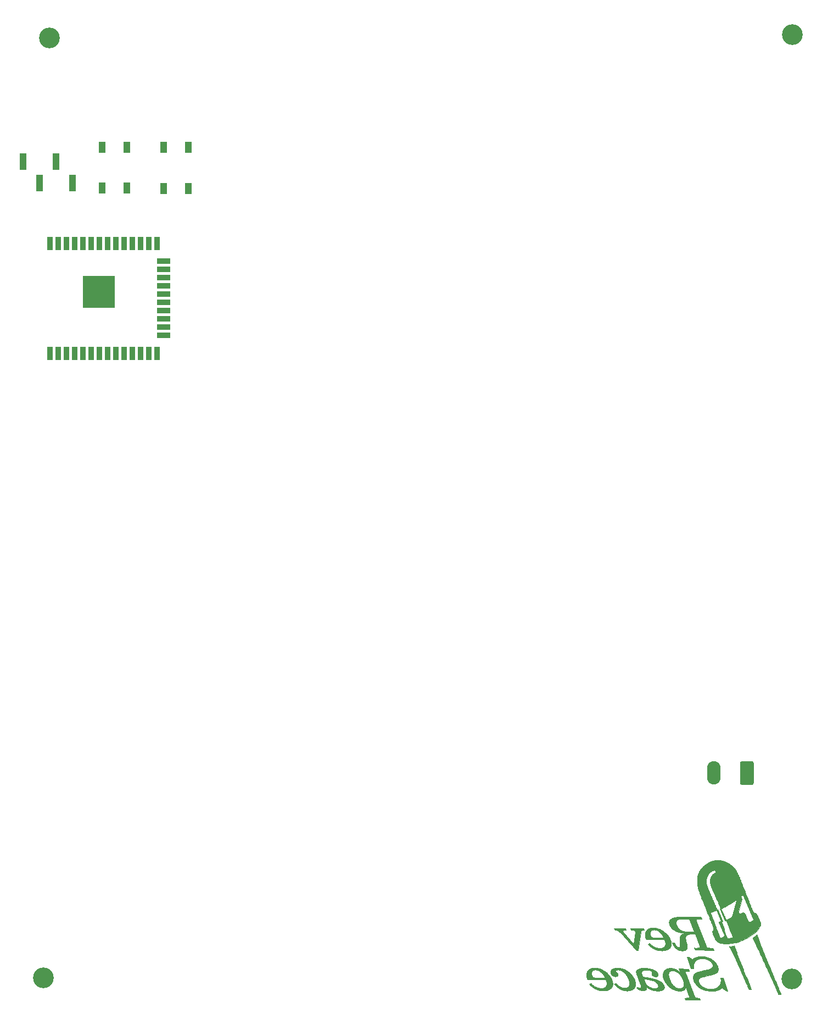
<source format=gbs>
G04 #@! TF.GenerationSoftware,KiCad,Pcbnew,(5.1.5-0-10_14)*
G04 #@! TF.CreationDate,2019-12-23T02:41:32+01:00*
G04 #@! TF.ProjectId,hackerspacesnl,6861636b-6572-4737-9061-6365736e6c2e,rev?*
G04 #@! TF.SameCoordinates,Original*
G04 #@! TF.FileFunction,Soldermask,Bot*
G04 #@! TF.FilePolarity,Negative*
%FSLAX46Y46*%
G04 Gerber Fmt 4.6, Leading zero omitted, Abs format (unit mm)*
G04 Created by KiCad (PCBNEW (5.1.5-0-10_14)) date 2019-12-23 02:41:32*
%MOMM*%
%LPD*%
G04 APERTURE LIST*
%ADD10C,0.000001*%
%ADD11C,3.200000*%
%ADD12R,1.000000X2.510000*%
%ADD13R,0.900000X2.000000*%
%ADD14R,2.000000X0.900000*%
%ADD15R,5.000000X5.000000*%
%ADD16R,1.000000X1.700000*%
%ADD17C,0.100000*%
%ADD18O,2.080000X3.600000*%
G04 APERTURE END LIST*
D10*
G36*
X145765999Y-176323355D02*
G01*
X145835781Y-176545054D01*
X145906313Y-176763399D01*
X145977593Y-176978645D01*
X146049621Y-177191049D01*
X146122394Y-177400868D01*
X146195912Y-177608356D01*
X146270174Y-177813770D01*
X146345177Y-178017367D01*
X146420921Y-178219403D01*
X146497404Y-178420133D01*
X146574624Y-178619813D01*
X146652582Y-178818701D01*
X146731274Y-179017052D01*
X146810700Y-179215121D01*
X146890858Y-179413167D01*
X146971747Y-179611443D01*
X147053366Y-179810207D01*
X147135713Y-180009715D01*
X147218787Y-180210222D01*
X147302587Y-180411986D01*
X147387111Y-180615261D01*
X147472357Y-180820305D01*
X147558326Y-181027373D01*
X147645014Y-181236722D01*
X147732421Y-181448607D01*
X147820545Y-181663285D01*
X147909385Y-181881012D01*
X147998940Y-182102044D01*
X148089209Y-182326637D01*
X148180189Y-182555047D01*
X148271880Y-182787531D01*
X148364280Y-183024344D01*
X147986676Y-183027344D01*
X147979441Y-183008448D01*
X147956597Y-182953481D01*
X147919139Y-182864839D01*
X147868058Y-182744916D01*
X147804348Y-182596110D01*
X147729002Y-182420814D01*
X147643013Y-182221425D01*
X147547373Y-182000339D01*
X147443077Y-181759950D01*
X147331116Y-181502654D01*
X147212485Y-181230847D01*
X147088175Y-180946925D01*
X146959181Y-180653282D01*
X146826495Y-180352314D01*
X146691109Y-180046417D01*
X146554018Y-179737987D01*
X146416214Y-179429418D01*
X146278690Y-179123107D01*
X146142439Y-178821449D01*
X146008455Y-178526839D01*
X145877729Y-178241673D01*
X145751256Y-177968346D01*
X145630029Y-177709255D01*
X145515039Y-177466794D01*
X145407281Y-177243358D01*
X145307747Y-177041345D01*
X145217431Y-176863148D01*
X145137325Y-176711164D01*
X145068422Y-176587788D01*
X145011716Y-176495416D01*
X144968200Y-176436443D01*
X144938865Y-176413264D01*
X144977035Y-176415823D01*
X145013514Y-176418478D01*
X145048586Y-176421106D01*
X145082540Y-176423584D01*
X145115660Y-176425788D01*
X145148234Y-176427595D01*
X145180549Y-176428883D01*
X145212889Y-176429527D01*
X145245542Y-176429406D01*
X145278794Y-176428395D01*
X145312932Y-176426372D01*
X145348241Y-176423213D01*
X145385008Y-176418795D01*
X145423519Y-176412995D01*
X145464062Y-176405690D01*
X145506921Y-176396757D01*
X145552385Y-176386072D01*
X145600738Y-176373513D01*
X145652267Y-176358956D01*
X145707259Y-176342277D01*
X145765999Y-176323355D01*
G37*
X145765999Y-176323355D02*
X145835781Y-176545054D01*
X145906313Y-176763399D01*
X145977593Y-176978645D01*
X146049621Y-177191049D01*
X146122394Y-177400868D01*
X146195912Y-177608356D01*
X146270174Y-177813770D01*
X146345177Y-178017367D01*
X146420921Y-178219403D01*
X146497404Y-178420133D01*
X146574624Y-178619813D01*
X146652582Y-178818701D01*
X146731274Y-179017052D01*
X146810700Y-179215121D01*
X146890858Y-179413167D01*
X146971747Y-179611443D01*
X147053366Y-179810207D01*
X147135713Y-180009715D01*
X147218787Y-180210222D01*
X147302587Y-180411986D01*
X147387111Y-180615261D01*
X147472357Y-180820305D01*
X147558326Y-181027373D01*
X147645014Y-181236722D01*
X147732421Y-181448607D01*
X147820545Y-181663285D01*
X147909385Y-181881012D01*
X147998940Y-182102044D01*
X148089209Y-182326637D01*
X148180189Y-182555047D01*
X148271880Y-182787531D01*
X148364280Y-183024344D01*
X147986676Y-183027344D01*
X147979441Y-183008448D01*
X147956597Y-182953481D01*
X147919139Y-182864839D01*
X147868058Y-182744916D01*
X147804348Y-182596110D01*
X147729002Y-182420814D01*
X147643013Y-182221425D01*
X147547373Y-182000339D01*
X147443077Y-181759950D01*
X147331116Y-181502654D01*
X147212485Y-181230847D01*
X147088175Y-180946925D01*
X146959181Y-180653282D01*
X146826495Y-180352314D01*
X146691109Y-180046417D01*
X146554018Y-179737987D01*
X146416214Y-179429418D01*
X146278690Y-179123107D01*
X146142439Y-178821449D01*
X146008455Y-178526839D01*
X145877729Y-178241673D01*
X145751256Y-177968346D01*
X145630029Y-177709255D01*
X145515039Y-177466794D01*
X145407281Y-177243358D01*
X145307747Y-177041345D01*
X145217431Y-176863148D01*
X145137325Y-176711164D01*
X145068422Y-176587788D01*
X145011716Y-176495416D01*
X144968200Y-176436443D01*
X144938865Y-176413264D01*
X144977035Y-176415823D01*
X145013514Y-176418478D01*
X145048586Y-176421106D01*
X145082540Y-176423584D01*
X145115660Y-176425788D01*
X145148234Y-176427595D01*
X145180549Y-176428883D01*
X145212889Y-176429527D01*
X145245542Y-176429406D01*
X145278794Y-176428395D01*
X145312932Y-176426372D01*
X145348241Y-176423213D01*
X145385008Y-176418795D01*
X145423519Y-176412995D01*
X145464062Y-176405690D01*
X145506921Y-176396757D01*
X145552385Y-176386072D01*
X145600738Y-176373513D01*
X145652267Y-176358956D01*
X145707259Y-176342277D01*
X145765999Y-176323355D01*
G36*
X149236369Y-174576184D02*
G01*
X149298471Y-174775328D01*
X149367756Y-174986884D01*
X149443854Y-175210184D01*
X149526395Y-175444560D01*
X149615010Y-175689342D01*
X149709329Y-175943861D01*
X149808981Y-176207450D01*
X149913598Y-176479438D01*
X150022810Y-176759159D01*
X150136247Y-177045942D01*
X150253539Y-177339119D01*
X150374317Y-177638022D01*
X150498211Y-177941981D01*
X150624850Y-178250328D01*
X150753867Y-178562394D01*
X150884889Y-178877510D01*
X151017549Y-179195009D01*
X151151476Y-179514220D01*
X151286301Y-179834475D01*
X151421654Y-180155106D01*
X151557164Y-180475443D01*
X151692463Y-180794819D01*
X151827181Y-181112564D01*
X151960948Y-181428009D01*
X152093394Y-181740487D01*
X152224150Y-182049327D01*
X152352845Y-182353862D01*
X152479111Y-182653422D01*
X152602577Y-182947339D01*
X152722873Y-183234945D01*
X152839631Y-183515569D01*
X152952480Y-183788545D01*
X152550900Y-183827505D01*
X152484421Y-183667428D01*
X152411640Y-183494334D01*
X152332818Y-183308804D01*
X152248214Y-183111418D01*
X152158089Y-182902759D01*
X152062703Y-182683406D01*
X151962316Y-182453941D01*
X151857190Y-182214945D01*
X151747584Y-181967000D01*
X151633758Y-181710685D01*
X151515974Y-181446583D01*
X151394491Y-181175275D01*
X151269570Y-180897341D01*
X151141470Y-180613362D01*
X151010453Y-180323921D01*
X150876779Y-180029597D01*
X150740708Y-179730972D01*
X150602500Y-179428627D01*
X150462416Y-179123143D01*
X150320716Y-178815101D01*
X150177661Y-178505083D01*
X150033510Y-178193669D01*
X149888525Y-177881440D01*
X149742965Y-177568978D01*
X149597091Y-177256863D01*
X149451163Y-176945677D01*
X149305442Y-176636001D01*
X149160187Y-176328416D01*
X149015660Y-176023502D01*
X148872121Y-175721842D01*
X148729829Y-175424016D01*
X148589046Y-175130605D01*
X148624430Y-175108080D01*
X148658649Y-175085745D01*
X148691793Y-175063534D01*
X148723950Y-175041380D01*
X148755212Y-175019217D01*
X148785666Y-174996976D01*
X148815404Y-174974592D01*
X148844515Y-174951998D01*
X148873087Y-174929127D01*
X148901211Y-174905912D01*
X148928977Y-174882287D01*
X148956474Y-174858183D01*
X148983792Y-174833536D01*
X149011020Y-174808277D01*
X149038248Y-174782340D01*
X149065565Y-174755658D01*
X149093062Y-174728165D01*
X149120827Y-174699793D01*
X149148951Y-174670477D01*
X149177523Y-174640147D01*
X149206632Y-174608740D01*
X149236369Y-174576186D01*
X149236369Y-174576184D01*
G37*
X149236369Y-174576184D02*
X149298471Y-174775328D01*
X149367756Y-174986884D01*
X149443854Y-175210184D01*
X149526395Y-175444560D01*
X149615010Y-175689342D01*
X149709329Y-175943861D01*
X149808981Y-176207450D01*
X149913598Y-176479438D01*
X150022810Y-176759159D01*
X150136247Y-177045942D01*
X150253539Y-177339119D01*
X150374317Y-177638022D01*
X150498211Y-177941981D01*
X150624850Y-178250328D01*
X150753867Y-178562394D01*
X150884889Y-178877510D01*
X151017549Y-179195009D01*
X151151476Y-179514220D01*
X151286301Y-179834475D01*
X151421654Y-180155106D01*
X151557164Y-180475443D01*
X151692463Y-180794819D01*
X151827181Y-181112564D01*
X151960948Y-181428009D01*
X152093394Y-181740487D01*
X152224150Y-182049327D01*
X152352845Y-182353862D01*
X152479111Y-182653422D01*
X152602577Y-182947339D01*
X152722873Y-183234945D01*
X152839631Y-183515569D01*
X152952480Y-183788545D01*
X152550900Y-183827505D01*
X152484421Y-183667428D01*
X152411640Y-183494334D01*
X152332818Y-183308804D01*
X152248214Y-183111418D01*
X152158089Y-182902759D01*
X152062703Y-182683406D01*
X151962316Y-182453941D01*
X151857190Y-182214945D01*
X151747584Y-181967000D01*
X151633758Y-181710685D01*
X151515974Y-181446583D01*
X151394491Y-181175275D01*
X151269570Y-180897341D01*
X151141470Y-180613362D01*
X151010453Y-180323921D01*
X150876779Y-180029597D01*
X150740708Y-179730972D01*
X150602500Y-179428627D01*
X150462416Y-179123143D01*
X150320716Y-178815101D01*
X150177661Y-178505083D01*
X150033510Y-178193669D01*
X149888525Y-177881440D01*
X149742965Y-177568978D01*
X149597091Y-177256863D01*
X149451163Y-176945677D01*
X149305442Y-176636001D01*
X149160187Y-176328416D01*
X149015660Y-176023502D01*
X148872121Y-175721842D01*
X148729829Y-175424016D01*
X148589046Y-175130605D01*
X148624430Y-175108080D01*
X148658649Y-175085745D01*
X148691793Y-175063534D01*
X148723950Y-175041380D01*
X148755212Y-175019217D01*
X148785666Y-174996976D01*
X148815404Y-174974592D01*
X148844515Y-174951998D01*
X148873087Y-174929127D01*
X148901211Y-174905912D01*
X148928977Y-174882287D01*
X148956474Y-174858183D01*
X148983792Y-174833536D01*
X149011020Y-174808277D01*
X149038248Y-174782340D01*
X149065565Y-174755658D01*
X149093062Y-174728165D01*
X149120827Y-174699793D01*
X149148951Y-174670477D01*
X149177523Y-174640147D01*
X149206632Y-174608740D01*
X149236369Y-174576186D01*
X149236369Y-174576184D01*
G36*
X143296584Y-163158131D02*
G01*
X143337786Y-163159570D01*
X143378861Y-163161624D01*
X143419811Y-163164288D01*
X143460638Y-163167556D01*
X143501345Y-163171424D01*
X143541932Y-163175887D01*
X143582402Y-163180941D01*
X143622756Y-163186579D01*
X143662997Y-163192798D01*
X143703125Y-163199592D01*
X143743143Y-163206957D01*
X143783053Y-163214887D01*
X143822856Y-163223378D01*
X143862555Y-163232426D01*
X143902150Y-163242024D01*
X143941644Y-163252169D01*
X143981039Y-163262855D01*
X144020337Y-163274077D01*
X144059538Y-163285831D01*
X144098645Y-163298112D01*
X144137661Y-163310914D01*
X144176586Y-163324234D01*
X144215422Y-163338065D01*
X144254172Y-163352404D01*
X144292836Y-163367245D01*
X144331418Y-163382584D01*
X144369918Y-163398415D01*
X144408338Y-163414734D01*
X144446681Y-163431536D01*
X144484948Y-163448815D01*
X144523140Y-163466568D01*
X144561260Y-163484789D01*
X144594918Y-163501293D01*
X144628490Y-163518131D01*
X144661982Y-163535303D01*
X144695398Y-163552807D01*
X144728741Y-163570644D01*
X144762017Y-163588812D01*
X144795230Y-163607310D01*
X144828384Y-163626139D01*
X144861483Y-163645297D01*
X144894532Y-163664784D01*
X144927535Y-163684598D01*
X144960497Y-163704740D01*
X144993421Y-163725209D01*
X145026312Y-163746003D01*
X145059175Y-163767122D01*
X145092014Y-163788566D01*
X145124833Y-163810334D01*
X145157636Y-163832425D01*
X145240314Y-163891013D01*
X145319932Y-163952171D01*
X145396670Y-164015999D01*
X145470710Y-164082593D01*
X145542233Y-164152052D01*
X145611420Y-164224472D01*
X145678452Y-164299953D01*
X145743510Y-164378592D01*
X145806775Y-164460486D01*
X145868429Y-164545734D01*
X145928651Y-164634433D01*
X145987624Y-164726681D01*
X146045529Y-164822576D01*
X146102545Y-164922217D01*
X146158856Y-165025699D01*
X146214641Y-165133123D01*
X146270082Y-165244584D01*
X146325360Y-165360182D01*
X146380655Y-165480013D01*
X146436150Y-165604176D01*
X146492025Y-165732769D01*
X146548460Y-165865890D01*
X146605638Y-166003635D01*
X146663740Y-166146104D01*
X146722945Y-166293393D01*
X146783436Y-166445601D01*
X146845394Y-166602826D01*
X146908999Y-166765165D01*
X146974433Y-166932716D01*
X147041876Y-167105577D01*
X147111510Y-167283846D01*
X147183516Y-167467621D01*
X147305863Y-167779335D01*
X147421540Y-168074209D01*
X147530773Y-168352692D01*
X147072632Y-168537502D01*
X146713008Y-168684349D01*
X146949761Y-169157853D01*
X146377360Y-171060861D01*
X146376201Y-171129452D01*
X146382221Y-171188039D01*
X146394989Y-171237217D01*
X146414071Y-171277583D01*
X146439033Y-171309732D01*
X146469443Y-171334259D01*
X146504867Y-171351760D01*
X146544873Y-171362832D01*
X146589026Y-171368068D01*
X146636895Y-171368066D01*
X146688046Y-171363421D01*
X146742046Y-171354729D01*
X146798461Y-171342584D01*
X146856858Y-171327583D01*
X146911751Y-171294570D01*
X146963309Y-171268795D01*
X147011735Y-171250019D01*
X147057233Y-171238002D01*
X147100006Y-171232502D01*
X147140258Y-171233281D01*
X147178193Y-171240097D01*
X147214014Y-171252711D01*
X147247924Y-171270883D01*
X147280127Y-171294371D01*
X147310827Y-171322937D01*
X147340227Y-171356339D01*
X147368531Y-171394338D01*
X147395942Y-171436693D01*
X147422664Y-171483164D01*
X147448899Y-171533511D01*
X147474853Y-171587494D01*
X147500728Y-171644872D01*
X147526728Y-171705406D01*
X147553056Y-171768855D01*
X147579916Y-171834978D01*
X147607512Y-171903536D01*
X147636047Y-171974289D01*
X147665724Y-172046996D01*
X147696747Y-172121417D01*
X147729320Y-172197311D01*
X147763645Y-172274440D01*
X147799928Y-172352561D01*
X147838371Y-172431436D01*
X147879177Y-172510824D01*
X147922551Y-172590485D01*
X147968695Y-172670178D01*
X148012517Y-172673539D01*
X148055531Y-172673763D01*
X148097726Y-172671022D01*
X148139096Y-172665486D01*
X148179631Y-172657328D01*
X148219324Y-172646719D01*
X148258165Y-172633830D01*
X148296146Y-172618833D01*
X148333260Y-172601900D01*
X148369497Y-172583202D01*
X148404848Y-172562910D01*
X148439307Y-172541197D01*
X148472863Y-172518232D01*
X148505509Y-172494189D01*
X148537237Y-172469239D01*
X148568037Y-172443552D01*
X148597902Y-172417301D01*
X148626822Y-172390657D01*
X148654791Y-172363792D01*
X148681798Y-172336877D01*
X148707836Y-172310083D01*
X148732896Y-172283582D01*
X147072632Y-168537502D01*
X147530773Y-168352692D01*
X147633790Y-168615233D01*
X147730820Y-168862283D01*
X147822089Y-169094289D01*
X147907825Y-169311703D01*
X147988256Y-169514972D01*
X148063609Y-169704547D01*
X148134113Y-169880877D01*
X148199993Y-170044410D01*
X148261479Y-170195598D01*
X148318797Y-170334888D01*
X148372175Y-170462730D01*
X148421841Y-170579574D01*
X148468022Y-170685868D01*
X148510946Y-170782064D01*
X148550841Y-170868608D01*
X148587934Y-170945952D01*
X148622452Y-171014544D01*
X148654623Y-171074834D01*
X148684675Y-171127271D01*
X148712835Y-171172304D01*
X148739332Y-171210384D01*
X148764391Y-171241958D01*
X148788242Y-171267477D01*
X148811111Y-171287390D01*
X148833227Y-171302147D01*
X148854816Y-171312196D01*
X148876106Y-171317987D01*
X148897325Y-171319969D01*
X148918701Y-171318592D01*
X148940078Y-171316675D01*
X148961198Y-171316817D01*
X148982131Y-171319146D01*
X149002947Y-171323786D01*
X149023718Y-171330865D01*
X149044512Y-171340508D01*
X149065400Y-171352840D01*
X149086453Y-171367988D01*
X149107740Y-171386079D01*
X149129333Y-171407237D01*
X149151301Y-171431589D01*
X149173714Y-171459262D01*
X149196643Y-171490380D01*
X149220158Y-171525070D01*
X149244330Y-171563458D01*
X149269228Y-171605670D01*
X149294923Y-171651832D01*
X149321485Y-171702070D01*
X149348985Y-171756510D01*
X149377492Y-171815277D01*
X149407077Y-171878499D01*
X149437810Y-171946301D01*
X149469762Y-172018808D01*
X149503003Y-172096148D01*
X149537602Y-172178445D01*
X149573631Y-172265827D01*
X149611160Y-172358418D01*
X149650258Y-172456345D01*
X149690996Y-172559734D01*
X149733445Y-172668711D01*
X149777674Y-172783402D01*
X149823754Y-172903933D01*
X149767952Y-173127987D01*
X149684637Y-173347266D01*
X149575513Y-173561305D01*
X149442287Y-173769640D01*
X149286663Y-173971807D01*
X149110348Y-174167343D01*
X148915046Y-174355783D01*
X148702463Y-174536663D01*
X148474304Y-174709519D01*
X148232274Y-174873887D01*
X147978079Y-175029303D01*
X147713425Y-175175303D01*
X147440016Y-175311423D01*
X147159558Y-175437199D01*
X146873757Y-175552167D01*
X146584317Y-175655862D01*
X146292944Y-175747822D01*
X146001344Y-175827581D01*
X145711221Y-175894676D01*
X145424282Y-175948642D01*
X145142231Y-175989016D01*
X144866774Y-176015334D01*
X144599617Y-176027131D01*
X144342464Y-176023944D01*
X144097021Y-176005308D01*
X143864993Y-175970759D01*
X143648086Y-175919834D01*
X143448006Y-175852068D01*
X143266456Y-175766998D01*
X143105144Y-175664159D01*
X142965774Y-175543087D01*
X142850051Y-175403318D01*
X142810036Y-175322912D01*
X142771776Y-175245183D01*
X142735275Y-175170096D01*
X142700543Y-175097615D01*
X142667584Y-175027706D01*
X142636405Y-174960332D01*
X142607014Y-174895459D01*
X142579416Y-174833051D01*
X142553619Y-174773072D01*
X142529629Y-174715488D01*
X142507453Y-174660263D01*
X142487097Y-174607361D01*
X142468567Y-174556748D01*
X142451872Y-174508387D01*
X142437016Y-174462244D01*
X142424007Y-174418282D01*
X142412852Y-174376468D01*
X142403557Y-174336765D01*
X142396129Y-174299137D01*
X142390573Y-174263551D01*
X142386898Y-174229969D01*
X142385110Y-174198358D01*
X142385215Y-174168681D01*
X142387219Y-174140903D01*
X142391130Y-174114989D01*
X142396954Y-174090903D01*
X142404698Y-174068610D01*
X142414369Y-174048075D01*
X142425972Y-174029262D01*
X142439515Y-174012137D01*
X142455005Y-173996662D01*
X142472447Y-173982804D01*
X142489790Y-173968693D01*
X142504879Y-173952196D01*
X142517565Y-173932877D01*
X142527702Y-173910298D01*
X142535140Y-173884023D01*
X142539732Y-173853617D01*
X142541329Y-173818642D01*
X142539783Y-173778661D01*
X142534947Y-173733239D01*
X142526671Y-173681940D01*
X142514809Y-173624325D01*
X142499211Y-173559960D01*
X142479731Y-173488407D01*
X142456219Y-173409230D01*
X142428527Y-173321993D01*
X142396508Y-173226259D01*
X142360014Y-173121592D01*
X142318895Y-173007555D01*
X142273005Y-172883711D01*
X142654857Y-172753173D01*
X142702630Y-172880374D01*
X142752898Y-173015106D01*
X142805798Y-173157784D01*
X142861465Y-173308820D01*
X142920034Y-173468630D01*
X142981642Y-173637627D01*
X143046423Y-173816225D01*
X143114514Y-174004838D01*
X143186050Y-174203881D01*
X143261167Y-174413766D01*
X143340001Y-174634909D01*
X143422687Y-174867722D01*
X143509361Y-175112621D01*
X143529088Y-175117897D01*
X143552146Y-175121682D01*
X143578225Y-175123845D01*
X143607017Y-175124258D01*
X143638214Y-175122790D01*
X143671508Y-175119310D01*
X143706589Y-175113690D01*
X143743149Y-175105798D01*
X143780881Y-175095505D01*
X143819475Y-175082682D01*
X143858623Y-175067197D01*
X143898017Y-175048922D01*
X143937347Y-175027726D01*
X143976307Y-175003478D01*
X144014586Y-174976050D01*
X144051878Y-174945311D01*
X144087872Y-174911131D01*
X144122262Y-174873381D01*
X144154738Y-174831929D01*
X144184991Y-174786647D01*
X144212715Y-174737404D01*
X144237599Y-174684070D01*
X144205591Y-174616972D01*
X144174305Y-174550704D01*
X144143695Y-174485211D01*
X144113713Y-174420434D01*
X144084314Y-174356320D01*
X144055451Y-174292811D01*
X144027078Y-174229851D01*
X143999149Y-174167384D01*
X143971618Y-174105355D01*
X143944437Y-174043706D01*
X143917562Y-173982382D01*
X143890944Y-173921327D01*
X143864539Y-173860484D01*
X143838300Y-173799797D01*
X143812180Y-173739211D01*
X143786133Y-173678669D01*
X143760113Y-173618114D01*
X143734074Y-173557492D01*
X143707969Y-173496745D01*
X143681751Y-173435817D01*
X143655376Y-173374654D01*
X143628795Y-173313197D01*
X143601963Y-173251391D01*
X143574834Y-173189181D01*
X143547362Y-173126509D01*
X143519499Y-173063320D01*
X143491200Y-172999557D01*
X143462418Y-172935165D01*
X143433107Y-172870087D01*
X143403221Y-172804268D01*
X143372713Y-172737650D01*
X143341537Y-172670178D01*
X143365413Y-172662124D01*
X143392198Y-172653346D01*
X143421672Y-172643896D01*
X143453617Y-172633824D01*
X143487817Y-172623184D01*
X143524052Y-172612028D01*
X143562105Y-172600406D01*
X143601757Y-172588370D01*
X143642791Y-172575974D01*
X143684989Y-172563267D01*
X143728132Y-172550303D01*
X143050841Y-170842090D01*
X143059832Y-170779160D01*
X143102709Y-170767642D01*
X143144479Y-170753770D01*
X143176142Y-170742102D01*
X143188697Y-170737200D01*
X143940909Y-172568284D01*
X143767091Y-172619234D01*
X143781031Y-172657968D01*
X143795624Y-172697160D01*
X143810807Y-172736770D01*
X143826516Y-172776760D01*
X143842686Y-172817090D01*
X143859253Y-172857723D01*
X143876154Y-172898618D01*
X143893324Y-172939738D01*
X143910699Y-172981043D01*
X143928216Y-173022495D01*
X143945809Y-173064054D01*
X143963416Y-173105682D01*
X143980971Y-173147341D01*
X143998411Y-173188990D01*
X144015673Y-173230592D01*
X144032690Y-173272107D01*
X144049401Y-173313497D01*
X144065740Y-173354723D01*
X144081644Y-173395746D01*
X144097048Y-173436528D01*
X144111889Y-173477028D01*
X144126102Y-173517209D01*
X144139623Y-173557032D01*
X144152389Y-173596457D01*
X144164335Y-173635446D01*
X144175397Y-173673961D01*
X144185510Y-173711962D01*
X144194612Y-173749410D01*
X144202638Y-173786267D01*
X144209523Y-173822494D01*
X144215205Y-173858051D01*
X144219618Y-173892901D01*
X144224111Y-173934502D01*
X144229752Y-173976681D01*
X144236484Y-174019368D01*
X144244254Y-174062495D01*
X144253009Y-174105993D01*
X144262693Y-174149794D01*
X144273252Y-174193829D01*
X144284632Y-174238028D01*
X144296779Y-174282324D01*
X144309639Y-174326647D01*
X144323158Y-174370929D01*
X144337281Y-174415101D01*
X144351954Y-174459094D01*
X144367122Y-174502840D01*
X144382733Y-174546269D01*
X144398731Y-174589313D01*
X144415062Y-174631904D01*
X144431672Y-174673972D01*
X144448507Y-174715449D01*
X144465513Y-174756266D01*
X144482635Y-174796354D01*
X144499819Y-174835645D01*
X144517011Y-174874069D01*
X144534157Y-174911559D01*
X144551203Y-174948044D01*
X144568093Y-174983458D01*
X144584775Y-175017730D01*
X144601194Y-175050792D01*
X144617296Y-175082575D01*
X144633026Y-175113011D01*
X144648330Y-175142031D01*
X144663154Y-175169566D01*
X144693256Y-175175072D01*
X144724505Y-175179187D01*
X144756859Y-175181963D01*
X144790274Y-175183454D01*
X144824711Y-175183713D01*
X144860126Y-175182791D01*
X144896477Y-175180742D01*
X144933723Y-175177618D01*
X144971822Y-175173473D01*
X145010731Y-175168358D01*
X145050409Y-175162328D01*
X145090813Y-175155434D01*
X145131902Y-175147729D01*
X145173633Y-175139267D01*
X145215965Y-175130099D01*
X145258856Y-175120279D01*
X145302263Y-175109859D01*
X145346145Y-175098892D01*
X145390459Y-175087432D01*
X145435164Y-175075530D01*
X145480218Y-175063239D01*
X145525578Y-175050612D01*
X145571203Y-175037703D01*
X145519577Y-174927303D01*
X145469987Y-174819924D01*
X145422341Y-174715448D01*
X145376549Y-174613759D01*
X145332519Y-174514739D01*
X145290161Y-174418270D01*
X145249383Y-174324235D01*
X145210094Y-174232518D01*
X145172204Y-174143001D01*
X145135621Y-174055565D01*
X145100255Y-173970095D01*
X145066014Y-173886473D01*
X145032808Y-173804582D01*
X145000544Y-173724304D01*
X144969133Y-173645521D01*
X144938484Y-173568118D01*
X144908504Y-173491975D01*
X144879104Y-173416977D01*
X144850192Y-173343006D01*
X144821677Y-173269944D01*
X144793469Y-173197674D01*
X144765475Y-173126079D01*
X144737606Y-173055041D01*
X144709769Y-172984444D01*
X144681875Y-172914170D01*
X144653832Y-172844102D01*
X144625549Y-172774122D01*
X144596935Y-172704113D01*
X144567899Y-172633957D01*
X144538350Y-172563539D01*
X144508196Y-172492739D01*
X144477348Y-172421441D01*
X144327505Y-172472391D01*
X143551317Y-170620329D01*
X143569376Y-170611957D01*
X143611410Y-170594261D01*
X143659204Y-170578369D01*
X143719142Y-170647294D01*
X143744632Y-170703428D01*
X143769814Y-170758828D01*
X143794711Y-170813543D01*
X143819340Y-170867623D01*
X143843724Y-170921118D01*
X143867882Y-170974078D01*
X143891835Y-171026551D01*
X143915603Y-171078588D01*
X143939206Y-171130238D01*
X143962664Y-171181551D01*
X143985999Y-171232577D01*
X144009230Y-171283364D01*
X144032377Y-171333963D01*
X144055461Y-171384423D01*
X144078502Y-171434795D01*
X144101521Y-171485126D01*
X144124538Y-171535468D01*
X144147573Y-171585869D01*
X144170646Y-171636380D01*
X144193778Y-171687050D01*
X144216989Y-171737928D01*
X144240299Y-171789064D01*
X144263730Y-171840508D01*
X144287300Y-171892309D01*
X144311030Y-171944518D01*
X144334942Y-171997183D01*
X144359054Y-172050354D01*
X144383388Y-172104081D01*
X144407963Y-172158413D01*
X144432800Y-172213401D01*
X144457919Y-172269093D01*
X144483342Y-172325539D01*
X144534167Y-172309291D01*
X144585381Y-172291669D01*
X144636775Y-172272846D01*
X144688138Y-172252997D01*
X144739262Y-172232293D01*
X144789935Y-172210910D01*
X144839950Y-172189019D01*
X144889095Y-172166795D01*
X144937161Y-172144411D01*
X144983939Y-172122041D01*
X145029219Y-172099856D01*
X145072791Y-172078032D01*
X145114445Y-172056742D01*
X145153972Y-172036158D01*
X145191162Y-172016454D01*
X145225805Y-171997804D01*
X145257692Y-171980382D01*
X145286613Y-171964359D01*
X145312358Y-171949910D01*
X145334717Y-171937209D01*
X145353482Y-171926428D01*
X145368442Y-171917741D01*
X145379387Y-171911321D01*
X145386107Y-171907342D01*
X145388394Y-171905977D01*
X146173574Y-169193815D01*
X146075256Y-169258015D01*
X145979342Y-169320512D01*
X145885732Y-169381354D01*
X145794323Y-169440592D01*
X145705017Y-169498274D01*
X145617710Y-169554449D01*
X145532303Y-169609166D01*
X145448695Y-169662476D01*
X145366784Y-169714426D01*
X145286470Y-169765066D01*
X145207651Y-169814446D01*
X145130227Y-169862614D01*
X145054096Y-169909619D01*
X144979159Y-169955512D01*
X144905313Y-170000340D01*
X144832458Y-170044154D01*
X144760492Y-170087002D01*
X144689316Y-170128933D01*
X144618827Y-170169998D01*
X144548926Y-170210244D01*
X144479510Y-170249722D01*
X144410480Y-170288479D01*
X144341734Y-170326567D01*
X144273170Y-170364032D01*
X144204689Y-170400926D01*
X144136189Y-170437297D01*
X144067570Y-170473194D01*
X143998729Y-170508666D01*
X143929568Y-170543764D01*
X143859983Y-170578534D01*
X143789875Y-170613028D01*
X143719142Y-170647294D01*
X143659204Y-170578369D01*
X143524249Y-170280635D01*
X143395600Y-169996929D01*
X143273180Y-169726826D01*
X143156913Y-169469900D01*
X143046720Y-169225723D01*
X142942525Y-168993870D01*
X142844250Y-168773913D01*
X142751819Y-168565428D01*
X142665154Y-168367986D01*
X142584178Y-168181162D01*
X142508813Y-168004530D01*
X142438984Y-167837662D01*
X142374612Y-167680133D01*
X142315620Y-167531516D01*
X142261932Y-167391385D01*
X142213469Y-167259313D01*
X142170156Y-167134874D01*
X142131914Y-167017642D01*
X142098667Y-166907189D01*
X142070337Y-166803090D01*
X142046848Y-166704918D01*
X142028121Y-166612247D01*
X142014081Y-166524651D01*
X142004649Y-166441702D01*
X141999749Y-166362975D01*
X141999303Y-166288043D01*
X142003235Y-166216480D01*
X142011466Y-166147859D01*
X142023921Y-166081754D01*
X142040521Y-166017738D01*
X142061190Y-165955386D01*
X142085851Y-165894270D01*
X142118257Y-165821917D01*
X142149306Y-165755494D01*
X142179105Y-165694684D01*
X142207764Y-165639170D01*
X142235390Y-165588633D01*
X142262093Y-165542757D01*
X142287980Y-165501224D01*
X142313160Y-165463717D01*
X142337741Y-165429918D01*
X142361833Y-165399509D01*
X142385542Y-165372174D01*
X142408979Y-165347595D01*
X142432251Y-165325454D01*
X142455466Y-165305434D01*
X142478734Y-165287218D01*
X142502162Y-165270487D01*
X142525859Y-165254926D01*
X142549934Y-165240216D01*
X142574494Y-165226039D01*
X142599649Y-165212079D01*
X142625507Y-165198018D01*
X142652176Y-165183538D01*
X142679765Y-165168323D01*
X142708382Y-165152054D01*
X142738136Y-165134414D01*
X142769135Y-165115086D01*
X142820025Y-165075380D01*
X142858686Y-165030570D01*
X142885093Y-164982570D01*
X142899222Y-164933295D01*
X142901048Y-164884660D01*
X142890547Y-164838580D01*
X142867693Y-164796968D01*
X142832461Y-164761740D01*
X142784828Y-164734811D01*
X142724769Y-164718095D01*
X142652258Y-164713507D01*
X142652258Y-164713504D01*
X142622901Y-164715282D01*
X142591933Y-164719104D01*
X142559343Y-164725014D01*
X142525117Y-164733058D01*
X142489244Y-164743281D01*
X142451712Y-164755728D01*
X142412509Y-164770444D01*
X142377909Y-164785400D01*
X142341480Y-164802891D01*
X142304622Y-164821394D01*
X142249848Y-164851308D01*
X142195449Y-164885460D01*
X142141582Y-164923689D01*
X142088406Y-164965836D01*
X142036079Y-165011738D01*
X141984760Y-165061237D01*
X141934606Y-165114170D01*
X141885775Y-165170377D01*
X141838427Y-165229699D01*
X141792719Y-165291973D01*
X141748810Y-165357040D01*
X141706857Y-165424738D01*
X141667020Y-165494908D01*
X141629455Y-165567388D01*
X141594323Y-165642018D01*
X141561780Y-165718638D01*
X141531985Y-165797086D01*
X141505096Y-165877203D01*
X141481272Y-165958827D01*
X141460671Y-166041797D01*
X141443451Y-166125954D01*
X141429770Y-166211136D01*
X141419787Y-166297183D01*
X141413660Y-166383935D01*
X141411546Y-166471230D01*
X141413605Y-166558909D01*
X141419995Y-166646809D01*
X141430873Y-166734772D01*
X141446399Y-166822635D01*
X141466729Y-166910240D01*
X141492024Y-166997424D01*
X141522440Y-167084027D01*
X141555592Y-167169905D01*
X141589928Y-167257548D01*
X141625424Y-167346970D01*
X141662059Y-167438187D01*
X141699811Y-167531212D01*
X141738657Y-167626060D01*
X141778574Y-167722745D01*
X141819542Y-167821282D01*
X141861537Y-167921685D01*
X141904537Y-168023969D01*
X141948520Y-168128148D01*
X141993464Y-168234236D01*
X142039346Y-168342247D01*
X142086145Y-168452197D01*
X142133837Y-168564100D01*
X142182402Y-168677970D01*
X142231815Y-168793821D01*
X142282056Y-168911668D01*
X142333102Y-169031525D01*
X142384931Y-169153407D01*
X142437520Y-169277328D01*
X142490848Y-169403302D01*
X142544891Y-169531345D01*
X142599628Y-169661469D01*
X142655037Y-169793691D01*
X142711095Y-169928023D01*
X142767780Y-170064481D01*
X142825070Y-170203080D01*
X142882942Y-170343832D01*
X142941375Y-170486753D01*
X143000345Y-170631858D01*
X143059832Y-170779160D01*
X143050841Y-170842090D01*
X143016768Y-170852412D01*
X142982594Y-170863521D01*
X142948299Y-170875358D01*
X142913865Y-170887859D01*
X142879273Y-170900963D01*
X142844506Y-170914608D01*
X142809543Y-170928733D01*
X142774368Y-170943275D01*
X142738960Y-170958173D01*
X142703303Y-170973365D01*
X142667377Y-170988788D01*
X142631163Y-171004383D01*
X142594644Y-171020085D01*
X142557801Y-171035834D01*
X142520615Y-171051569D01*
X142483067Y-171067226D01*
X142445139Y-171082744D01*
X142406814Y-171098062D01*
X142368071Y-171113117D01*
X142328893Y-171127849D01*
X142289261Y-171142194D01*
X142249156Y-171156091D01*
X142208560Y-171169479D01*
X142167455Y-171182296D01*
X142125822Y-171194479D01*
X142083643Y-171205967D01*
X142040898Y-171216698D01*
X142067031Y-171279462D01*
X142093082Y-171341891D01*
X142119187Y-171404400D01*
X142145480Y-171467402D01*
X142172099Y-171531312D01*
X142199179Y-171596543D01*
X142226855Y-171663510D01*
X142255262Y-171732627D01*
X142284538Y-171804307D01*
X142314816Y-171878964D01*
X142346234Y-171957013D01*
X142378926Y-172038867D01*
X142413029Y-172124941D01*
X142448677Y-172215648D01*
X142486007Y-172311402D01*
X142525154Y-172412618D01*
X142566255Y-172519709D01*
X142609443Y-172633089D01*
X142654857Y-172753173D01*
X142273005Y-172883711D01*
X142222195Y-172749625D01*
X142166316Y-172604860D01*
X142105222Y-172448979D01*
X142038763Y-172281545D01*
X141966792Y-172102124D01*
X141889160Y-171910277D01*
X141805720Y-171705568D01*
X141716323Y-171487561D01*
X141620821Y-171255820D01*
X141519066Y-171009908D01*
X141410910Y-170749388D01*
X141296205Y-170473824D01*
X141174803Y-170182780D01*
X141067418Y-169924078D01*
X140966375Y-169677265D01*
X140871512Y-169441907D01*
X140782670Y-169217569D01*
X140699689Y-169003815D01*
X140622409Y-168800209D01*
X140550670Y-168606317D01*
X140484312Y-168421703D01*
X140423175Y-168245932D01*
X140367098Y-168078568D01*
X140315922Y-167919176D01*
X140269488Y-167767321D01*
X140227633Y-167622568D01*
X140190200Y-167484480D01*
X140157028Y-167352624D01*
X140127956Y-167226562D01*
X140102825Y-167105861D01*
X140081474Y-166990085D01*
X140063745Y-166878798D01*
X140049476Y-166771565D01*
X140038508Y-166667951D01*
X140030680Y-166567520D01*
X140025833Y-166469838D01*
X140023807Y-166374468D01*
X140024442Y-166280976D01*
X140027577Y-166188926D01*
X140033052Y-166097883D01*
X140040708Y-166007411D01*
X140050385Y-165917075D01*
X140061923Y-165826440D01*
X140075160Y-165735070D01*
X140089939Y-165642531D01*
X140106310Y-165555265D01*
X140126318Y-165468397D01*
X140149882Y-165382003D01*
X140176924Y-165296153D01*
X140207365Y-165210921D01*
X140241126Y-165126380D01*
X140278129Y-165042604D01*
X140318294Y-164959664D01*
X140361543Y-164877634D01*
X140407796Y-164796587D01*
X140456975Y-164716596D01*
X140509001Y-164637734D01*
X140563796Y-164560073D01*
X140621279Y-164483687D01*
X140681373Y-164408649D01*
X140743998Y-164335031D01*
X140809076Y-164262906D01*
X140876527Y-164192348D01*
X140946274Y-164123430D01*
X141018236Y-164056224D01*
X141092335Y-163990803D01*
X141168493Y-163927240D01*
X141246629Y-163865609D01*
X141326667Y-163805981D01*
X141408525Y-163748431D01*
X141492127Y-163693031D01*
X141577392Y-163639854D01*
X141664242Y-163588973D01*
X141752598Y-163540461D01*
X141842381Y-163494390D01*
X141933513Y-163450835D01*
X142025914Y-163409867D01*
X142059044Y-163396196D01*
X142092298Y-163383254D01*
X142125684Y-163370851D01*
X142159209Y-163358793D01*
X142192880Y-163346889D01*
X142226703Y-163334947D01*
X142266382Y-163321148D01*
X142305953Y-163307934D01*
X142345415Y-163295301D01*
X142384769Y-163283246D01*
X142424014Y-163271766D01*
X142463151Y-163260856D01*
X142502179Y-163250513D01*
X142541099Y-163240733D01*
X142579909Y-163231515D01*
X142618611Y-163222852D01*
X142657204Y-163214743D01*
X142695688Y-163207184D01*
X142734063Y-163200171D01*
X142772329Y-163193700D01*
X142810486Y-163187769D01*
X142848534Y-163182373D01*
X142886473Y-163177510D01*
X142924303Y-163173175D01*
X142962023Y-163169365D01*
X142999635Y-163166078D01*
X143037137Y-163163308D01*
X143074529Y-163161053D01*
X143111812Y-163159309D01*
X143148986Y-163158072D01*
X143186050Y-163157340D01*
X143223004Y-163157108D01*
X143259849Y-163157374D01*
X143296584Y-163158133D01*
X143296584Y-163158131D01*
G37*
X143296584Y-163158131D02*
X143337786Y-163159570D01*
X143378861Y-163161624D01*
X143419811Y-163164288D01*
X143460638Y-163167556D01*
X143501345Y-163171424D01*
X143541932Y-163175887D01*
X143582402Y-163180941D01*
X143622756Y-163186579D01*
X143662997Y-163192798D01*
X143703125Y-163199592D01*
X143743143Y-163206957D01*
X143783053Y-163214887D01*
X143822856Y-163223378D01*
X143862555Y-163232426D01*
X143902150Y-163242024D01*
X143941644Y-163252169D01*
X143981039Y-163262855D01*
X144020337Y-163274077D01*
X144059538Y-163285831D01*
X144098645Y-163298112D01*
X144137661Y-163310914D01*
X144176586Y-163324234D01*
X144215422Y-163338065D01*
X144254172Y-163352404D01*
X144292836Y-163367245D01*
X144331418Y-163382584D01*
X144369918Y-163398415D01*
X144408338Y-163414734D01*
X144446681Y-163431536D01*
X144484948Y-163448815D01*
X144523140Y-163466568D01*
X144561260Y-163484789D01*
X144594918Y-163501293D01*
X144628490Y-163518131D01*
X144661982Y-163535303D01*
X144695398Y-163552807D01*
X144728741Y-163570644D01*
X144762017Y-163588812D01*
X144795230Y-163607310D01*
X144828384Y-163626139D01*
X144861483Y-163645297D01*
X144894532Y-163664784D01*
X144927535Y-163684598D01*
X144960497Y-163704740D01*
X144993421Y-163725209D01*
X145026312Y-163746003D01*
X145059175Y-163767122D01*
X145092014Y-163788566D01*
X145124833Y-163810334D01*
X145157636Y-163832425D01*
X145240314Y-163891013D01*
X145319932Y-163952171D01*
X145396670Y-164015999D01*
X145470710Y-164082593D01*
X145542233Y-164152052D01*
X145611420Y-164224472D01*
X145678452Y-164299953D01*
X145743510Y-164378592D01*
X145806775Y-164460486D01*
X145868429Y-164545734D01*
X145928651Y-164634433D01*
X145987624Y-164726681D01*
X146045529Y-164822576D01*
X146102545Y-164922217D01*
X146158856Y-165025699D01*
X146214641Y-165133123D01*
X146270082Y-165244584D01*
X146325360Y-165360182D01*
X146380655Y-165480013D01*
X146436150Y-165604176D01*
X146492025Y-165732769D01*
X146548460Y-165865890D01*
X146605638Y-166003635D01*
X146663740Y-166146104D01*
X146722945Y-166293393D01*
X146783436Y-166445601D01*
X146845394Y-166602826D01*
X146908999Y-166765165D01*
X146974433Y-166932716D01*
X147041876Y-167105577D01*
X147111510Y-167283846D01*
X147183516Y-167467621D01*
X147305863Y-167779335D01*
X147421540Y-168074209D01*
X147530773Y-168352692D01*
X147072632Y-168537502D01*
X146713008Y-168684349D01*
X146949761Y-169157853D01*
X146377360Y-171060861D01*
X146376201Y-171129452D01*
X146382221Y-171188039D01*
X146394989Y-171237217D01*
X146414071Y-171277583D01*
X146439033Y-171309732D01*
X146469443Y-171334259D01*
X146504867Y-171351760D01*
X146544873Y-171362832D01*
X146589026Y-171368068D01*
X146636895Y-171368066D01*
X146688046Y-171363421D01*
X146742046Y-171354729D01*
X146798461Y-171342584D01*
X146856858Y-171327583D01*
X146911751Y-171294570D01*
X146963309Y-171268795D01*
X147011735Y-171250019D01*
X147057233Y-171238002D01*
X147100006Y-171232502D01*
X147140258Y-171233281D01*
X147178193Y-171240097D01*
X147214014Y-171252711D01*
X147247924Y-171270883D01*
X147280127Y-171294371D01*
X147310827Y-171322937D01*
X147340227Y-171356339D01*
X147368531Y-171394338D01*
X147395942Y-171436693D01*
X147422664Y-171483164D01*
X147448899Y-171533511D01*
X147474853Y-171587494D01*
X147500728Y-171644872D01*
X147526728Y-171705406D01*
X147553056Y-171768855D01*
X147579916Y-171834978D01*
X147607512Y-171903536D01*
X147636047Y-171974289D01*
X147665724Y-172046996D01*
X147696747Y-172121417D01*
X147729320Y-172197311D01*
X147763645Y-172274440D01*
X147799928Y-172352561D01*
X147838371Y-172431436D01*
X147879177Y-172510824D01*
X147922551Y-172590485D01*
X147968695Y-172670178D01*
X148012517Y-172673539D01*
X148055531Y-172673763D01*
X148097726Y-172671022D01*
X148139096Y-172665486D01*
X148179631Y-172657328D01*
X148219324Y-172646719D01*
X148258165Y-172633830D01*
X148296146Y-172618833D01*
X148333260Y-172601900D01*
X148369497Y-172583202D01*
X148404848Y-172562910D01*
X148439307Y-172541197D01*
X148472863Y-172518232D01*
X148505509Y-172494189D01*
X148537237Y-172469239D01*
X148568037Y-172443552D01*
X148597902Y-172417301D01*
X148626822Y-172390657D01*
X148654791Y-172363792D01*
X148681798Y-172336877D01*
X148707836Y-172310083D01*
X148732896Y-172283582D01*
X147072632Y-168537502D01*
X147530773Y-168352692D01*
X147633790Y-168615233D01*
X147730820Y-168862283D01*
X147822089Y-169094289D01*
X147907825Y-169311703D01*
X147988256Y-169514972D01*
X148063609Y-169704547D01*
X148134113Y-169880877D01*
X148199993Y-170044410D01*
X148261479Y-170195598D01*
X148318797Y-170334888D01*
X148372175Y-170462730D01*
X148421841Y-170579574D01*
X148468022Y-170685868D01*
X148510946Y-170782064D01*
X148550841Y-170868608D01*
X148587934Y-170945952D01*
X148622452Y-171014544D01*
X148654623Y-171074834D01*
X148684675Y-171127271D01*
X148712835Y-171172304D01*
X148739332Y-171210384D01*
X148764391Y-171241958D01*
X148788242Y-171267477D01*
X148811111Y-171287390D01*
X148833227Y-171302147D01*
X148854816Y-171312196D01*
X148876106Y-171317987D01*
X148897325Y-171319969D01*
X148918701Y-171318592D01*
X148940078Y-171316675D01*
X148961198Y-171316817D01*
X148982131Y-171319146D01*
X149002947Y-171323786D01*
X149023718Y-171330865D01*
X149044512Y-171340508D01*
X149065400Y-171352840D01*
X149086453Y-171367988D01*
X149107740Y-171386079D01*
X149129333Y-171407237D01*
X149151301Y-171431589D01*
X149173714Y-171459262D01*
X149196643Y-171490380D01*
X149220158Y-171525070D01*
X149244330Y-171563458D01*
X149269228Y-171605670D01*
X149294923Y-171651832D01*
X149321485Y-171702070D01*
X149348985Y-171756510D01*
X149377492Y-171815277D01*
X149407077Y-171878499D01*
X149437810Y-171946301D01*
X149469762Y-172018808D01*
X149503003Y-172096148D01*
X149537602Y-172178445D01*
X149573631Y-172265827D01*
X149611160Y-172358418D01*
X149650258Y-172456345D01*
X149690996Y-172559734D01*
X149733445Y-172668711D01*
X149777674Y-172783402D01*
X149823754Y-172903933D01*
X149767952Y-173127987D01*
X149684637Y-173347266D01*
X149575513Y-173561305D01*
X149442287Y-173769640D01*
X149286663Y-173971807D01*
X149110348Y-174167343D01*
X148915046Y-174355783D01*
X148702463Y-174536663D01*
X148474304Y-174709519D01*
X148232274Y-174873887D01*
X147978079Y-175029303D01*
X147713425Y-175175303D01*
X147440016Y-175311423D01*
X147159558Y-175437199D01*
X146873757Y-175552167D01*
X146584317Y-175655862D01*
X146292944Y-175747822D01*
X146001344Y-175827581D01*
X145711221Y-175894676D01*
X145424282Y-175948642D01*
X145142231Y-175989016D01*
X144866774Y-176015334D01*
X144599617Y-176027131D01*
X144342464Y-176023944D01*
X144097021Y-176005308D01*
X143864993Y-175970759D01*
X143648086Y-175919834D01*
X143448006Y-175852068D01*
X143266456Y-175766998D01*
X143105144Y-175664159D01*
X142965774Y-175543087D01*
X142850051Y-175403318D01*
X142810036Y-175322912D01*
X142771776Y-175245183D01*
X142735275Y-175170096D01*
X142700543Y-175097615D01*
X142667584Y-175027706D01*
X142636405Y-174960332D01*
X142607014Y-174895459D01*
X142579416Y-174833051D01*
X142553619Y-174773072D01*
X142529629Y-174715488D01*
X142507453Y-174660263D01*
X142487097Y-174607361D01*
X142468567Y-174556748D01*
X142451872Y-174508387D01*
X142437016Y-174462244D01*
X142424007Y-174418282D01*
X142412852Y-174376468D01*
X142403557Y-174336765D01*
X142396129Y-174299137D01*
X142390573Y-174263551D01*
X142386898Y-174229969D01*
X142385110Y-174198358D01*
X142385215Y-174168681D01*
X142387219Y-174140903D01*
X142391130Y-174114989D01*
X142396954Y-174090903D01*
X142404698Y-174068610D01*
X142414369Y-174048075D01*
X142425972Y-174029262D01*
X142439515Y-174012137D01*
X142455005Y-173996662D01*
X142472447Y-173982804D01*
X142489790Y-173968693D01*
X142504879Y-173952196D01*
X142517565Y-173932877D01*
X142527702Y-173910298D01*
X142535140Y-173884023D01*
X142539732Y-173853617D01*
X142541329Y-173818642D01*
X142539783Y-173778661D01*
X142534947Y-173733239D01*
X142526671Y-173681940D01*
X142514809Y-173624325D01*
X142499211Y-173559960D01*
X142479731Y-173488407D01*
X142456219Y-173409230D01*
X142428527Y-173321993D01*
X142396508Y-173226259D01*
X142360014Y-173121592D01*
X142318895Y-173007555D01*
X142273005Y-172883711D01*
X142654857Y-172753173D01*
X142702630Y-172880374D01*
X142752898Y-173015106D01*
X142805798Y-173157784D01*
X142861465Y-173308820D01*
X142920034Y-173468630D01*
X142981642Y-173637627D01*
X143046423Y-173816225D01*
X143114514Y-174004838D01*
X143186050Y-174203881D01*
X143261167Y-174413766D01*
X143340001Y-174634909D01*
X143422687Y-174867722D01*
X143509361Y-175112621D01*
X143529088Y-175117897D01*
X143552146Y-175121682D01*
X143578225Y-175123845D01*
X143607017Y-175124258D01*
X143638214Y-175122790D01*
X143671508Y-175119310D01*
X143706589Y-175113690D01*
X143743149Y-175105798D01*
X143780881Y-175095505D01*
X143819475Y-175082682D01*
X143858623Y-175067197D01*
X143898017Y-175048922D01*
X143937347Y-175027726D01*
X143976307Y-175003478D01*
X144014586Y-174976050D01*
X144051878Y-174945311D01*
X144087872Y-174911131D01*
X144122262Y-174873381D01*
X144154738Y-174831929D01*
X144184991Y-174786647D01*
X144212715Y-174737404D01*
X144237599Y-174684070D01*
X144205591Y-174616972D01*
X144174305Y-174550704D01*
X144143695Y-174485211D01*
X144113713Y-174420434D01*
X144084314Y-174356320D01*
X144055451Y-174292811D01*
X144027078Y-174229851D01*
X143999149Y-174167384D01*
X143971618Y-174105355D01*
X143944437Y-174043706D01*
X143917562Y-173982382D01*
X143890944Y-173921327D01*
X143864539Y-173860484D01*
X143838300Y-173799797D01*
X143812180Y-173739211D01*
X143786133Y-173678669D01*
X143760113Y-173618114D01*
X143734074Y-173557492D01*
X143707969Y-173496745D01*
X143681751Y-173435817D01*
X143655376Y-173374654D01*
X143628795Y-173313197D01*
X143601963Y-173251391D01*
X143574834Y-173189181D01*
X143547362Y-173126509D01*
X143519499Y-173063320D01*
X143491200Y-172999557D01*
X143462418Y-172935165D01*
X143433107Y-172870087D01*
X143403221Y-172804268D01*
X143372713Y-172737650D01*
X143341537Y-172670178D01*
X143365413Y-172662124D01*
X143392198Y-172653346D01*
X143421672Y-172643896D01*
X143453617Y-172633824D01*
X143487817Y-172623184D01*
X143524052Y-172612028D01*
X143562105Y-172600406D01*
X143601757Y-172588370D01*
X143642791Y-172575974D01*
X143684989Y-172563267D01*
X143728132Y-172550303D01*
X143050841Y-170842090D01*
X143059832Y-170779160D01*
X143102709Y-170767642D01*
X143144479Y-170753770D01*
X143176142Y-170742102D01*
X143188697Y-170737200D01*
X143940909Y-172568284D01*
X143767091Y-172619234D01*
X143781031Y-172657968D01*
X143795624Y-172697160D01*
X143810807Y-172736770D01*
X143826516Y-172776760D01*
X143842686Y-172817090D01*
X143859253Y-172857723D01*
X143876154Y-172898618D01*
X143893324Y-172939738D01*
X143910699Y-172981043D01*
X143928216Y-173022495D01*
X143945809Y-173064054D01*
X143963416Y-173105682D01*
X143980971Y-173147341D01*
X143998411Y-173188990D01*
X144015673Y-173230592D01*
X144032690Y-173272107D01*
X144049401Y-173313497D01*
X144065740Y-173354723D01*
X144081644Y-173395746D01*
X144097048Y-173436528D01*
X144111889Y-173477028D01*
X144126102Y-173517209D01*
X144139623Y-173557032D01*
X144152389Y-173596457D01*
X144164335Y-173635446D01*
X144175397Y-173673961D01*
X144185510Y-173711962D01*
X144194612Y-173749410D01*
X144202638Y-173786267D01*
X144209523Y-173822494D01*
X144215205Y-173858051D01*
X144219618Y-173892901D01*
X144224111Y-173934502D01*
X144229752Y-173976681D01*
X144236484Y-174019368D01*
X144244254Y-174062495D01*
X144253009Y-174105993D01*
X144262693Y-174149794D01*
X144273252Y-174193829D01*
X144284632Y-174238028D01*
X144296779Y-174282324D01*
X144309639Y-174326647D01*
X144323158Y-174370929D01*
X144337281Y-174415101D01*
X144351954Y-174459094D01*
X144367122Y-174502840D01*
X144382733Y-174546269D01*
X144398731Y-174589313D01*
X144415062Y-174631904D01*
X144431672Y-174673972D01*
X144448507Y-174715449D01*
X144465513Y-174756266D01*
X144482635Y-174796354D01*
X144499819Y-174835645D01*
X144517011Y-174874069D01*
X144534157Y-174911559D01*
X144551203Y-174948044D01*
X144568093Y-174983458D01*
X144584775Y-175017730D01*
X144601194Y-175050792D01*
X144617296Y-175082575D01*
X144633026Y-175113011D01*
X144648330Y-175142031D01*
X144663154Y-175169566D01*
X144693256Y-175175072D01*
X144724505Y-175179187D01*
X144756859Y-175181963D01*
X144790274Y-175183454D01*
X144824711Y-175183713D01*
X144860126Y-175182791D01*
X144896477Y-175180742D01*
X144933723Y-175177618D01*
X144971822Y-175173473D01*
X145010731Y-175168358D01*
X145050409Y-175162328D01*
X145090813Y-175155434D01*
X145131902Y-175147729D01*
X145173633Y-175139267D01*
X145215965Y-175130099D01*
X145258856Y-175120279D01*
X145302263Y-175109859D01*
X145346145Y-175098892D01*
X145390459Y-175087432D01*
X145435164Y-175075530D01*
X145480218Y-175063239D01*
X145525578Y-175050612D01*
X145571203Y-175037703D01*
X145519577Y-174927303D01*
X145469987Y-174819924D01*
X145422341Y-174715448D01*
X145376549Y-174613759D01*
X145332519Y-174514739D01*
X145290161Y-174418270D01*
X145249383Y-174324235D01*
X145210094Y-174232518D01*
X145172204Y-174143001D01*
X145135621Y-174055565D01*
X145100255Y-173970095D01*
X145066014Y-173886473D01*
X145032808Y-173804582D01*
X145000544Y-173724304D01*
X144969133Y-173645521D01*
X144938484Y-173568118D01*
X144908504Y-173491975D01*
X144879104Y-173416977D01*
X144850192Y-173343006D01*
X144821677Y-173269944D01*
X144793469Y-173197674D01*
X144765475Y-173126079D01*
X144737606Y-173055041D01*
X144709769Y-172984444D01*
X144681875Y-172914170D01*
X144653832Y-172844102D01*
X144625549Y-172774122D01*
X144596935Y-172704113D01*
X144567899Y-172633957D01*
X144538350Y-172563539D01*
X144508196Y-172492739D01*
X144477348Y-172421441D01*
X144327505Y-172472391D01*
X143551317Y-170620329D01*
X143569376Y-170611957D01*
X143611410Y-170594261D01*
X143659204Y-170578369D01*
X143719142Y-170647294D01*
X143744632Y-170703428D01*
X143769814Y-170758828D01*
X143794711Y-170813543D01*
X143819340Y-170867623D01*
X143843724Y-170921118D01*
X143867882Y-170974078D01*
X143891835Y-171026551D01*
X143915603Y-171078588D01*
X143939206Y-171130238D01*
X143962664Y-171181551D01*
X143985999Y-171232577D01*
X144009230Y-171283364D01*
X144032377Y-171333963D01*
X144055461Y-171384423D01*
X144078502Y-171434795D01*
X144101521Y-171485126D01*
X144124538Y-171535468D01*
X144147573Y-171585869D01*
X144170646Y-171636380D01*
X144193778Y-171687050D01*
X144216989Y-171737928D01*
X144240299Y-171789064D01*
X144263730Y-171840508D01*
X144287300Y-171892309D01*
X144311030Y-171944518D01*
X144334942Y-171997183D01*
X144359054Y-172050354D01*
X144383388Y-172104081D01*
X144407963Y-172158413D01*
X144432800Y-172213401D01*
X144457919Y-172269093D01*
X144483342Y-172325539D01*
X144534167Y-172309291D01*
X144585381Y-172291669D01*
X144636775Y-172272846D01*
X144688138Y-172252997D01*
X144739262Y-172232293D01*
X144789935Y-172210910D01*
X144839950Y-172189019D01*
X144889095Y-172166795D01*
X144937161Y-172144411D01*
X144983939Y-172122041D01*
X145029219Y-172099856D01*
X145072791Y-172078032D01*
X145114445Y-172056742D01*
X145153972Y-172036158D01*
X145191162Y-172016454D01*
X145225805Y-171997804D01*
X145257692Y-171980382D01*
X145286613Y-171964359D01*
X145312358Y-171949910D01*
X145334717Y-171937209D01*
X145353482Y-171926428D01*
X145368442Y-171917741D01*
X145379387Y-171911321D01*
X145386107Y-171907342D01*
X145388394Y-171905977D01*
X146173574Y-169193815D01*
X146075256Y-169258015D01*
X145979342Y-169320512D01*
X145885732Y-169381354D01*
X145794323Y-169440592D01*
X145705017Y-169498274D01*
X145617710Y-169554449D01*
X145532303Y-169609166D01*
X145448695Y-169662476D01*
X145366784Y-169714426D01*
X145286470Y-169765066D01*
X145207651Y-169814446D01*
X145130227Y-169862614D01*
X145054096Y-169909619D01*
X144979159Y-169955512D01*
X144905313Y-170000340D01*
X144832458Y-170044154D01*
X144760492Y-170087002D01*
X144689316Y-170128933D01*
X144618827Y-170169998D01*
X144548926Y-170210244D01*
X144479510Y-170249722D01*
X144410480Y-170288479D01*
X144341734Y-170326567D01*
X144273170Y-170364032D01*
X144204689Y-170400926D01*
X144136189Y-170437297D01*
X144067570Y-170473194D01*
X143998729Y-170508666D01*
X143929568Y-170543764D01*
X143859983Y-170578534D01*
X143789875Y-170613028D01*
X143719142Y-170647294D01*
X143659204Y-170578369D01*
X143524249Y-170280635D01*
X143395600Y-169996929D01*
X143273180Y-169726826D01*
X143156913Y-169469900D01*
X143046720Y-169225723D01*
X142942525Y-168993870D01*
X142844250Y-168773913D01*
X142751819Y-168565428D01*
X142665154Y-168367986D01*
X142584178Y-168181162D01*
X142508813Y-168004530D01*
X142438984Y-167837662D01*
X142374612Y-167680133D01*
X142315620Y-167531516D01*
X142261932Y-167391385D01*
X142213469Y-167259313D01*
X142170156Y-167134874D01*
X142131914Y-167017642D01*
X142098667Y-166907189D01*
X142070337Y-166803090D01*
X142046848Y-166704918D01*
X142028121Y-166612247D01*
X142014081Y-166524651D01*
X142004649Y-166441702D01*
X141999749Y-166362975D01*
X141999303Y-166288043D01*
X142003235Y-166216480D01*
X142011466Y-166147859D01*
X142023921Y-166081754D01*
X142040521Y-166017738D01*
X142061190Y-165955386D01*
X142085851Y-165894270D01*
X142118257Y-165821917D01*
X142149306Y-165755494D01*
X142179105Y-165694684D01*
X142207764Y-165639170D01*
X142235390Y-165588633D01*
X142262093Y-165542757D01*
X142287980Y-165501224D01*
X142313160Y-165463717D01*
X142337741Y-165429918D01*
X142361833Y-165399509D01*
X142385542Y-165372174D01*
X142408979Y-165347595D01*
X142432251Y-165325454D01*
X142455466Y-165305434D01*
X142478734Y-165287218D01*
X142502162Y-165270487D01*
X142525859Y-165254926D01*
X142549934Y-165240216D01*
X142574494Y-165226039D01*
X142599649Y-165212079D01*
X142625507Y-165198018D01*
X142652176Y-165183538D01*
X142679765Y-165168323D01*
X142708382Y-165152054D01*
X142738136Y-165134414D01*
X142769135Y-165115086D01*
X142820025Y-165075380D01*
X142858686Y-165030570D01*
X142885093Y-164982570D01*
X142899222Y-164933295D01*
X142901048Y-164884660D01*
X142890547Y-164838580D01*
X142867693Y-164796968D01*
X142832461Y-164761740D01*
X142784828Y-164734811D01*
X142724769Y-164718095D01*
X142652258Y-164713507D01*
X142652258Y-164713504D01*
X142622901Y-164715282D01*
X142591933Y-164719104D01*
X142559343Y-164725014D01*
X142525117Y-164733058D01*
X142489244Y-164743281D01*
X142451712Y-164755728D01*
X142412509Y-164770444D01*
X142377909Y-164785400D01*
X142341480Y-164802891D01*
X142304622Y-164821394D01*
X142249848Y-164851308D01*
X142195449Y-164885460D01*
X142141582Y-164923689D01*
X142088406Y-164965836D01*
X142036079Y-165011738D01*
X141984760Y-165061237D01*
X141934606Y-165114170D01*
X141885775Y-165170377D01*
X141838427Y-165229699D01*
X141792719Y-165291973D01*
X141748810Y-165357040D01*
X141706857Y-165424738D01*
X141667020Y-165494908D01*
X141629455Y-165567388D01*
X141594323Y-165642018D01*
X141561780Y-165718638D01*
X141531985Y-165797086D01*
X141505096Y-165877203D01*
X141481272Y-165958827D01*
X141460671Y-166041797D01*
X141443451Y-166125954D01*
X141429770Y-166211136D01*
X141419787Y-166297183D01*
X141413660Y-166383935D01*
X141411546Y-166471230D01*
X141413605Y-166558909D01*
X141419995Y-166646809D01*
X141430873Y-166734772D01*
X141446399Y-166822635D01*
X141466729Y-166910240D01*
X141492024Y-166997424D01*
X141522440Y-167084027D01*
X141555592Y-167169905D01*
X141589928Y-167257548D01*
X141625424Y-167346970D01*
X141662059Y-167438187D01*
X141699811Y-167531212D01*
X141738657Y-167626060D01*
X141778574Y-167722745D01*
X141819542Y-167821282D01*
X141861537Y-167921685D01*
X141904537Y-168023969D01*
X141948520Y-168128148D01*
X141993464Y-168234236D01*
X142039346Y-168342247D01*
X142086145Y-168452197D01*
X142133837Y-168564100D01*
X142182402Y-168677970D01*
X142231815Y-168793821D01*
X142282056Y-168911668D01*
X142333102Y-169031525D01*
X142384931Y-169153407D01*
X142437520Y-169277328D01*
X142490848Y-169403302D01*
X142544891Y-169531345D01*
X142599628Y-169661469D01*
X142655037Y-169793691D01*
X142711095Y-169928023D01*
X142767780Y-170064481D01*
X142825070Y-170203080D01*
X142882942Y-170343832D01*
X142941375Y-170486753D01*
X143000345Y-170631858D01*
X143059832Y-170779160D01*
X143050841Y-170842090D01*
X143016768Y-170852412D01*
X142982594Y-170863521D01*
X142948299Y-170875358D01*
X142913865Y-170887859D01*
X142879273Y-170900963D01*
X142844506Y-170914608D01*
X142809543Y-170928733D01*
X142774368Y-170943275D01*
X142738960Y-170958173D01*
X142703303Y-170973365D01*
X142667377Y-170988788D01*
X142631163Y-171004383D01*
X142594644Y-171020085D01*
X142557801Y-171035834D01*
X142520615Y-171051569D01*
X142483067Y-171067226D01*
X142445139Y-171082744D01*
X142406814Y-171098062D01*
X142368071Y-171113117D01*
X142328893Y-171127849D01*
X142289261Y-171142194D01*
X142249156Y-171156091D01*
X142208560Y-171169479D01*
X142167455Y-171182296D01*
X142125822Y-171194479D01*
X142083643Y-171205967D01*
X142040898Y-171216698D01*
X142067031Y-171279462D01*
X142093082Y-171341891D01*
X142119187Y-171404400D01*
X142145480Y-171467402D01*
X142172099Y-171531312D01*
X142199179Y-171596543D01*
X142226855Y-171663510D01*
X142255262Y-171732627D01*
X142284538Y-171804307D01*
X142314816Y-171878964D01*
X142346234Y-171957013D01*
X142378926Y-172038867D01*
X142413029Y-172124941D01*
X142448677Y-172215648D01*
X142486007Y-172311402D01*
X142525154Y-172412618D01*
X142566255Y-172519709D01*
X142609443Y-172633089D01*
X142654857Y-172753173D01*
X142273005Y-172883711D01*
X142222195Y-172749625D01*
X142166316Y-172604860D01*
X142105222Y-172448979D01*
X142038763Y-172281545D01*
X141966792Y-172102124D01*
X141889160Y-171910277D01*
X141805720Y-171705568D01*
X141716323Y-171487561D01*
X141620821Y-171255820D01*
X141519066Y-171009908D01*
X141410910Y-170749388D01*
X141296205Y-170473824D01*
X141174803Y-170182780D01*
X141067418Y-169924078D01*
X140966375Y-169677265D01*
X140871512Y-169441907D01*
X140782670Y-169217569D01*
X140699689Y-169003815D01*
X140622409Y-168800209D01*
X140550670Y-168606317D01*
X140484312Y-168421703D01*
X140423175Y-168245932D01*
X140367098Y-168078568D01*
X140315922Y-167919176D01*
X140269488Y-167767321D01*
X140227633Y-167622568D01*
X140190200Y-167484480D01*
X140157028Y-167352624D01*
X140127956Y-167226562D01*
X140102825Y-167105861D01*
X140081474Y-166990085D01*
X140063745Y-166878798D01*
X140049476Y-166771565D01*
X140038508Y-166667951D01*
X140030680Y-166567520D01*
X140025833Y-166469838D01*
X140023807Y-166374468D01*
X140024442Y-166280976D01*
X140027577Y-166188926D01*
X140033052Y-166097883D01*
X140040708Y-166007411D01*
X140050385Y-165917075D01*
X140061923Y-165826440D01*
X140075160Y-165735070D01*
X140089939Y-165642531D01*
X140106310Y-165555265D01*
X140126318Y-165468397D01*
X140149882Y-165382003D01*
X140176924Y-165296153D01*
X140207365Y-165210921D01*
X140241126Y-165126380D01*
X140278129Y-165042604D01*
X140318294Y-164959664D01*
X140361543Y-164877634D01*
X140407796Y-164796587D01*
X140456975Y-164716596D01*
X140509001Y-164637734D01*
X140563796Y-164560073D01*
X140621279Y-164483687D01*
X140681373Y-164408649D01*
X140743998Y-164335031D01*
X140809076Y-164262906D01*
X140876527Y-164192348D01*
X140946274Y-164123430D01*
X141018236Y-164056224D01*
X141092335Y-163990803D01*
X141168493Y-163927240D01*
X141246629Y-163865609D01*
X141326667Y-163805981D01*
X141408525Y-163748431D01*
X141492127Y-163693031D01*
X141577392Y-163639854D01*
X141664242Y-163588973D01*
X141752598Y-163540461D01*
X141842381Y-163494390D01*
X141933513Y-163450835D01*
X142025914Y-163409867D01*
X142059044Y-163396196D01*
X142092298Y-163383254D01*
X142125684Y-163370851D01*
X142159209Y-163358793D01*
X142192880Y-163346889D01*
X142226703Y-163334947D01*
X142266382Y-163321148D01*
X142305953Y-163307934D01*
X142345415Y-163295301D01*
X142384769Y-163283246D01*
X142424014Y-163271766D01*
X142463151Y-163260856D01*
X142502179Y-163250513D01*
X142541099Y-163240733D01*
X142579909Y-163231515D01*
X142618611Y-163222852D01*
X142657204Y-163214743D01*
X142695688Y-163207184D01*
X142734063Y-163200171D01*
X142772329Y-163193700D01*
X142810486Y-163187769D01*
X142848534Y-163182373D01*
X142886473Y-163177510D01*
X142924303Y-163173175D01*
X142962023Y-163169365D01*
X142999635Y-163166078D01*
X143037137Y-163163308D01*
X143074529Y-163161053D01*
X143111812Y-163159309D01*
X143148986Y-163158072D01*
X143186050Y-163157340D01*
X143223004Y-163157108D01*
X143259849Y-163157374D01*
X143296584Y-163158133D01*
X143296584Y-163158131D01*
G36*
X145765999Y-176323355D02*
G01*
X145835781Y-176545054D01*
X145906313Y-176763399D01*
X145977593Y-176978645D01*
X146049621Y-177191049D01*
X146122394Y-177400868D01*
X146195912Y-177608356D01*
X146270174Y-177813770D01*
X146345177Y-178017367D01*
X146420921Y-178219403D01*
X146497404Y-178420133D01*
X146574624Y-178619813D01*
X146652582Y-178818701D01*
X146731274Y-179017052D01*
X146810700Y-179215121D01*
X146890858Y-179413167D01*
X146971747Y-179611443D01*
X147053366Y-179810207D01*
X147135713Y-180009715D01*
X147218787Y-180210222D01*
X147302587Y-180411986D01*
X147387111Y-180615261D01*
X147472357Y-180820305D01*
X147558326Y-181027373D01*
X147645014Y-181236722D01*
X147732421Y-181448607D01*
X147820545Y-181663285D01*
X147909385Y-181881012D01*
X147998940Y-182102044D01*
X148089209Y-182326637D01*
X148180189Y-182555047D01*
X148271880Y-182787531D01*
X148364280Y-183024344D01*
X147986676Y-183027344D01*
X147979441Y-183008448D01*
X147956597Y-182953481D01*
X147919139Y-182864839D01*
X147868058Y-182744916D01*
X147804348Y-182596110D01*
X147729002Y-182420814D01*
X147643013Y-182221425D01*
X147547373Y-182000339D01*
X147443077Y-181759950D01*
X147331116Y-181502654D01*
X147212485Y-181230847D01*
X147088175Y-180946925D01*
X146959181Y-180653282D01*
X146826495Y-180352314D01*
X146691109Y-180046417D01*
X146554018Y-179737987D01*
X146416214Y-179429418D01*
X146278690Y-179123107D01*
X146142439Y-178821449D01*
X146008455Y-178526839D01*
X145877729Y-178241673D01*
X145751256Y-177968346D01*
X145630029Y-177709255D01*
X145515039Y-177466794D01*
X145407281Y-177243358D01*
X145307747Y-177041345D01*
X145217431Y-176863148D01*
X145137325Y-176711164D01*
X145068422Y-176587788D01*
X145011716Y-176495416D01*
X144968200Y-176436443D01*
X144938865Y-176413264D01*
X144977035Y-176415823D01*
X145013514Y-176418478D01*
X145048586Y-176421106D01*
X145082540Y-176423584D01*
X145115660Y-176425788D01*
X145148234Y-176427595D01*
X145180549Y-176428883D01*
X145212889Y-176429527D01*
X145245542Y-176429406D01*
X145278794Y-176428395D01*
X145312932Y-176426372D01*
X145348241Y-176423213D01*
X145385008Y-176418795D01*
X145423519Y-176412995D01*
X145464062Y-176405690D01*
X145506921Y-176396757D01*
X145552385Y-176386072D01*
X145600738Y-176373513D01*
X145652267Y-176358956D01*
X145707259Y-176342277D01*
X145765999Y-176323355D01*
G37*
X145765999Y-176323355D02*
X145835781Y-176545054D01*
X145906313Y-176763399D01*
X145977593Y-176978645D01*
X146049621Y-177191049D01*
X146122394Y-177400868D01*
X146195912Y-177608356D01*
X146270174Y-177813770D01*
X146345177Y-178017367D01*
X146420921Y-178219403D01*
X146497404Y-178420133D01*
X146574624Y-178619813D01*
X146652582Y-178818701D01*
X146731274Y-179017052D01*
X146810700Y-179215121D01*
X146890858Y-179413167D01*
X146971747Y-179611443D01*
X147053366Y-179810207D01*
X147135713Y-180009715D01*
X147218787Y-180210222D01*
X147302587Y-180411986D01*
X147387111Y-180615261D01*
X147472357Y-180820305D01*
X147558326Y-181027373D01*
X147645014Y-181236722D01*
X147732421Y-181448607D01*
X147820545Y-181663285D01*
X147909385Y-181881012D01*
X147998940Y-182102044D01*
X148089209Y-182326637D01*
X148180189Y-182555047D01*
X148271880Y-182787531D01*
X148364280Y-183024344D01*
X147986676Y-183027344D01*
X147979441Y-183008448D01*
X147956597Y-182953481D01*
X147919139Y-182864839D01*
X147868058Y-182744916D01*
X147804348Y-182596110D01*
X147729002Y-182420814D01*
X147643013Y-182221425D01*
X147547373Y-182000339D01*
X147443077Y-181759950D01*
X147331116Y-181502654D01*
X147212485Y-181230847D01*
X147088175Y-180946925D01*
X146959181Y-180653282D01*
X146826495Y-180352314D01*
X146691109Y-180046417D01*
X146554018Y-179737987D01*
X146416214Y-179429418D01*
X146278690Y-179123107D01*
X146142439Y-178821449D01*
X146008455Y-178526839D01*
X145877729Y-178241673D01*
X145751256Y-177968346D01*
X145630029Y-177709255D01*
X145515039Y-177466794D01*
X145407281Y-177243358D01*
X145307747Y-177041345D01*
X145217431Y-176863148D01*
X145137325Y-176711164D01*
X145068422Y-176587788D01*
X145011716Y-176495416D01*
X144968200Y-176436443D01*
X144938865Y-176413264D01*
X144977035Y-176415823D01*
X145013514Y-176418478D01*
X145048586Y-176421106D01*
X145082540Y-176423584D01*
X145115660Y-176425788D01*
X145148234Y-176427595D01*
X145180549Y-176428883D01*
X145212889Y-176429527D01*
X145245542Y-176429406D01*
X145278794Y-176428395D01*
X145312932Y-176426372D01*
X145348241Y-176423213D01*
X145385008Y-176418795D01*
X145423519Y-176412995D01*
X145464062Y-176405690D01*
X145506921Y-176396757D01*
X145552385Y-176386072D01*
X145600738Y-176373513D01*
X145652267Y-176358956D01*
X145707259Y-176342277D01*
X145765999Y-176323355D01*
G36*
X149236369Y-174576184D02*
G01*
X149298471Y-174775328D01*
X149367756Y-174986884D01*
X149443854Y-175210184D01*
X149526395Y-175444560D01*
X149615010Y-175689342D01*
X149709329Y-175943861D01*
X149808981Y-176207450D01*
X149913598Y-176479438D01*
X150022810Y-176759159D01*
X150136247Y-177045942D01*
X150253539Y-177339119D01*
X150374317Y-177638022D01*
X150498211Y-177941981D01*
X150624850Y-178250328D01*
X150753867Y-178562394D01*
X150884889Y-178877510D01*
X151017549Y-179195009D01*
X151151476Y-179514220D01*
X151286301Y-179834475D01*
X151421654Y-180155106D01*
X151557164Y-180475443D01*
X151692463Y-180794819D01*
X151827181Y-181112564D01*
X151960948Y-181428009D01*
X152093394Y-181740487D01*
X152224150Y-182049327D01*
X152352845Y-182353862D01*
X152479111Y-182653422D01*
X152602577Y-182947339D01*
X152722873Y-183234945D01*
X152839631Y-183515569D01*
X152952480Y-183788545D01*
X152550900Y-183827505D01*
X152484421Y-183667428D01*
X152411640Y-183494334D01*
X152332818Y-183308804D01*
X152248214Y-183111418D01*
X152158089Y-182902759D01*
X152062703Y-182683406D01*
X151962316Y-182453941D01*
X151857190Y-182214945D01*
X151747584Y-181967000D01*
X151633758Y-181710685D01*
X151515974Y-181446583D01*
X151394491Y-181175275D01*
X151269570Y-180897341D01*
X151141470Y-180613362D01*
X151010453Y-180323921D01*
X150876779Y-180029597D01*
X150740708Y-179730972D01*
X150602500Y-179428627D01*
X150462416Y-179123143D01*
X150320716Y-178815101D01*
X150177661Y-178505083D01*
X150033510Y-178193669D01*
X149888525Y-177881440D01*
X149742965Y-177568978D01*
X149597091Y-177256863D01*
X149451163Y-176945677D01*
X149305442Y-176636001D01*
X149160187Y-176328416D01*
X149015660Y-176023502D01*
X148872121Y-175721842D01*
X148729829Y-175424016D01*
X148589046Y-175130605D01*
X148624430Y-175108080D01*
X148658649Y-175085745D01*
X148691793Y-175063534D01*
X148723950Y-175041380D01*
X148755212Y-175019217D01*
X148785666Y-174996976D01*
X148815404Y-174974592D01*
X148844515Y-174951998D01*
X148873087Y-174929127D01*
X148901211Y-174905912D01*
X148928977Y-174882287D01*
X148956474Y-174858183D01*
X148983792Y-174833536D01*
X149011020Y-174808277D01*
X149038248Y-174782340D01*
X149065565Y-174755658D01*
X149093062Y-174728165D01*
X149120827Y-174699793D01*
X149148951Y-174670477D01*
X149177523Y-174640147D01*
X149206632Y-174608740D01*
X149236369Y-174576186D01*
X149236369Y-174576184D01*
G37*
X149236369Y-174576184D02*
X149298471Y-174775328D01*
X149367756Y-174986884D01*
X149443854Y-175210184D01*
X149526395Y-175444560D01*
X149615010Y-175689342D01*
X149709329Y-175943861D01*
X149808981Y-176207450D01*
X149913598Y-176479438D01*
X150022810Y-176759159D01*
X150136247Y-177045942D01*
X150253539Y-177339119D01*
X150374317Y-177638022D01*
X150498211Y-177941981D01*
X150624850Y-178250328D01*
X150753867Y-178562394D01*
X150884889Y-178877510D01*
X151017549Y-179195009D01*
X151151476Y-179514220D01*
X151286301Y-179834475D01*
X151421654Y-180155106D01*
X151557164Y-180475443D01*
X151692463Y-180794819D01*
X151827181Y-181112564D01*
X151960948Y-181428009D01*
X152093394Y-181740487D01*
X152224150Y-182049327D01*
X152352845Y-182353862D01*
X152479111Y-182653422D01*
X152602577Y-182947339D01*
X152722873Y-183234945D01*
X152839631Y-183515569D01*
X152952480Y-183788545D01*
X152550900Y-183827505D01*
X152484421Y-183667428D01*
X152411640Y-183494334D01*
X152332818Y-183308804D01*
X152248214Y-183111418D01*
X152158089Y-182902759D01*
X152062703Y-182683406D01*
X151962316Y-182453941D01*
X151857190Y-182214945D01*
X151747584Y-181967000D01*
X151633758Y-181710685D01*
X151515974Y-181446583D01*
X151394491Y-181175275D01*
X151269570Y-180897341D01*
X151141470Y-180613362D01*
X151010453Y-180323921D01*
X150876779Y-180029597D01*
X150740708Y-179730972D01*
X150602500Y-179428627D01*
X150462416Y-179123143D01*
X150320716Y-178815101D01*
X150177661Y-178505083D01*
X150033510Y-178193669D01*
X149888525Y-177881440D01*
X149742965Y-177568978D01*
X149597091Y-177256863D01*
X149451163Y-176945677D01*
X149305442Y-176636001D01*
X149160187Y-176328416D01*
X149015660Y-176023502D01*
X148872121Y-175721842D01*
X148729829Y-175424016D01*
X148589046Y-175130605D01*
X148624430Y-175108080D01*
X148658649Y-175085745D01*
X148691793Y-175063534D01*
X148723950Y-175041380D01*
X148755212Y-175019217D01*
X148785666Y-174996976D01*
X148815404Y-174974592D01*
X148844515Y-174951998D01*
X148873087Y-174929127D01*
X148901211Y-174905912D01*
X148928977Y-174882287D01*
X148956474Y-174858183D01*
X148983792Y-174833536D01*
X149011020Y-174808277D01*
X149038248Y-174782340D01*
X149065565Y-174755658D01*
X149093062Y-174728165D01*
X149120827Y-174699793D01*
X149148951Y-174670477D01*
X149177523Y-174640147D01*
X149206632Y-174608740D01*
X149236369Y-174576186D01*
X149236369Y-174576184D01*
G36*
X143296584Y-163158131D02*
G01*
X143337786Y-163159570D01*
X143378861Y-163161624D01*
X143419811Y-163164288D01*
X143460638Y-163167556D01*
X143501345Y-163171424D01*
X143541932Y-163175887D01*
X143582402Y-163180941D01*
X143622756Y-163186579D01*
X143662997Y-163192798D01*
X143703125Y-163199592D01*
X143743143Y-163206957D01*
X143783053Y-163214887D01*
X143822856Y-163223378D01*
X143862555Y-163232426D01*
X143902150Y-163242024D01*
X143941644Y-163252169D01*
X143981039Y-163262855D01*
X144020337Y-163274077D01*
X144059538Y-163285831D01*
X144098645Y-163298112D01*
X144137661Y-163310914D01*
X144176586Y-163324234D01*
X144215422Y-163338065D01*
X144254172Y-163352404D01*
X144292836Y-163367245D01*
X144331418Y-163382584D01*
X144369918Y-163398415D01*
X144408338Y-163414734D01*
X144446681Y-163431536D01*
X144484948Y-163448815D01*
X144523140Y-163466568D01*
X144561260Y-163484789D01*
X144594918Y-163501293D01*
X144628490Y-163518131D01*
X144661982Y-163535303D01*
X144695398Y-163552807D01*
X144728741Y-163570644D01*
X144762017Y-163588812D01*
X144795230Y-163607310D01*
X144828384Y-163626139D01*
X144861483Y-163645297D01*
X144894532Y-163664784D01*
X144927535Y-163684598D01*
X144960497Y-163704740D01*
X144993421Y-163725209D01*
X145026312Y-163746003D01*
X145059175Y-163767122D01*
X145092014Y-163788566D01*
X145124833Y-163810334D01*
X145157636Y-163832425D01*
X145240314Y-163891013D01*
X145319932Y-163952171D01*
X145396670Y-164015999D01*
X145470710Y-164082593D01*
X145542233Y-164152052D01*
X145611420Y-164224472D01*
X145678452Y-164299953D01*
X145743510Y-164378592D01*
X145806775Y-164460486D01*
X145868429Y-164545734D01*
X145928651Y-164634433D01*
X145987624Y-164726681D01*
X146045529Y-164822576D01*
X146102545Y-164922217D01*
X146158856Y-165025699D01*
X146214641Y-165133123D01*
X146270082Y-165244584D01*
X146325360Y-165360182D01*
X146380655Y-165480013D01*
X146436150Y-165604176D01*
X146492025Y-165732769D01*
X146548460Y-165865890D01*
X146605638Y-166003635D01*
X146663740Y-166146104D01*
X146722945Y-166293393D01*
X146783436Y-166445601D01*
X146845394Y-166602826D01*
X146908999Y-166765165D01*
X146974433Y-166932716D01*
X147041876Y-167105577D01*
X147111510Y-167283846D01*
X147183516Y-167467621D01*
X147305863Y-167779335D01*
X147421540Y-168074209D01*
X147530773Y-168352692D01*
X147072632Y-168537502D01*
X146713008Y-168684349D01*
X146949761Y-169157853D01*
X146377360Y-171060861D01*
X146376201Y-171129452D01*
X146382221Y-171188039D01*
X146394989Y-171237217D01*
X146414071Y-171277583D01*
X146439033Y-171309732D01*
X146469443Y-171334259D01*
X146504867Y-171351760D01*
X146544873Y-171362832D01*
X146589026Y-171368068D01*
X146636895Y-171368066D01*
X146688046Y-171363421D01*
X146742046Y-171354729D01*
X146798461Y-171342584D01*
X146856858Y-171327583D01*
X146911751Y-171294570D01*
X146963309Y-171268795D01*
X147011735Y-171250019D01*
X147057233Y-171238002D01*
X147100006Y-171232502D01*
X147140258Y-171233281D01*
X147178193Y-171240097D01*
X147214014Y-171252711D01*
X147247924Y-171270883D01*
X147280127Y-171294371D01*
X147310827Y-171322937D01*
X147340227Y-171356339D01*
X147368531Y-171394338D01*
X147395942Y-171436693D01*
X147422664Y-171483164D01*
X147448899Y-171533511D01*
X147474853Y-171587494D01*
X147500728Y-171644872D01*
X147526728Y-171705406D01*
X147553056Y-171768855D01*
X147579916Y-171834978D01*
X147607512Y-171903536D01*
X147636047Y-171974289D01*
X147665724Y-172046996D01*
X147696747Y-172121417D01*
X147729320Y-172197311D01*
X147763645Y-172274440D01*
X147799928Y-172352561D01*
X147838371Y-172431436D01*
X147879177Y-172510824D01*
X147922551Y-172590485D01*
X147968695Y-172670178D01*
X148012517Y-172673539D01*
X148055531Y-172673763D01*
X148097726Y-172671022D01*
X148139096Y-172665486D01*
X148179631Y-172657328D01*
X148219324Y-172646719D01*
X148258165Y-172633830D01*
X148296146Y-172618833D01*
X148333260Y-172601900D01*
X148369497Y-172583202D01*
X148404848Y-172562910D01*
X148439307Y-172541197D01*
X148472863Y-172518232D01*
X148505509Y-172494189D01*
X148537237Y-172469239D01*
X148568037Y-172443552D01*
X148597902Y-172417301D01*
X148626822Y-172390657D01*
X148654791Y-172363792D01*
X148681798Y-172336877D01*
X148707836Y-172310083D01*
X148732896Y-172283582D01*
X147072632Y-168537502D01*
X147530773Y-168352692D01*
X147633790Y-168615233D01*
X147730820Y-168862283D01*
X147822089Y-169094289D01*
X147907825Y-169311703D01*
X147988256Y-169514972D01*
X148063609Y-169704547D01*
X148134113Y-169880877D01*
X148199993Y-170044410D01*
X148261479Y-170195598D01*
X148318797Y-170334888D01*
X148372175Y-170462730D01*
X148421841Y-170579574D01*
X148468022Y-170685868D01*
X148510946Y-170782064D01*
X148550841Y-170868608D01*
X148587934Y-170945952D01*
X148622452Y-171014544D01*
X148654623Y-171074834D01*
X148684675Y-171127271D01*
X148712835Y-171172304D01*
X148739332Y-171210384D01*
X148764391Y-171241958D01*
X148788242Y-171267477D01*
X148811111Y-171287390D01*
X148833227Y-171302147D01*
X148854816Y-171312196D01*
X148876106Y-171317987D01*
X148897325Y-171319969D01*
X148918701Y-171318592D01*
X148940078Y-171316675D01*
X148961198Y-171316817D01*
X148982131Y-171319146D01*
X149002947Y-171323786D01*
X149023718Y-171330865D01*
X149044512Y-171340508D01*
X149065400Y-171352840D01*
X149086453Y-171367988D01*
X149107740Y-171386079D01*
X149129333Y-171407237D01*
X149151301Y-171431589D01*
X149173714Y-171459262D01*
X149196643Y-171490380D01*
X149220158Y-171525070D01*
X149244330Y-171563458D01*
X149269228Y-171605670D01*
X149294923Y-171651832D01*
X149321485Y-171702070D01*
X149348985Y-171756510D01*
X149377492Y-171815277D01*
X149407077Y-171878499D01*
X149437810Y-171946301D01*
X149469762Y-172018808D01*
X149503003Y-172096148D01*
X149537602Y-172178445D01*
X149573631Y-172265827D01*
X149611160Y-172358418D01*
X149650258Y-172456345D01*
X149690996Y-172559734D01*
X149733445Y-172668711D01*
X149777674Y-172783402D01*
X149823754Y-172903933D01*
X149767952Y-173127987D01*
X149684637Y-173347266D01*
X149575513Y-173561305D01*
X149442287Y-173769640D01*
X149286663Y-173971807D01*
X149110348Y-174167343D01*
X148915046Y-174355783D01*
X148702463Y-174536663D01*
X148474304Y-174709519D01*
X148232274Y-174873887D01*
X147978079Y-175029303D01*
X147713425Y-175175303D01*
X147440016Y-175311423D01*
X147159558Y-175437199D01*
X146873757Y-175552167D01*
X146584317Y-175655862D01*
X146292944Y-175747822D01*
X146001344Y-175827581D01*
X145711221Y-175894676D01*
X145424282Y-175948642D01*
X145142231Y-175989016D01*
X144866774Y-176015334D01*
X144599617Y-176027131D01*
X144342464Y-176023944D01*
X144097021Y-176005308D01*
X143864993Y-175970759D01*
X143648086Y-175919834D01*
X143448006Y-175852068D01*
X143266456Y-175766998D01*
X143105144Y-175664159D01*
X142965774Y-175543087D01*
X142850051Y-175403318D01*
X142810036Y-175322912D01*
X142771776Y-175245183D01*
X142735275Y-175170096D01*
X142700543Y-175097615D01*
X142667584Y-175027706D01*
X142636405Y-174960332D01*
X142607014Y-174895459D01*
X142579416Y-174833051D01*
X142553619Y-174773072D01*
X142529629Y-174715488D01*
X142507453Y-174660263D01*
X142487097Y-174607361D01*
X142468567Y-174556748D01*
X142451872Y-174508387D01*
X142437016Y-174462244D01*
X142424007Y-174418282D01*
X142412852Y-174376468D01*
X142403557Y-174336765D01*
X142396129Y-174299137D01*
X142390573Y-174263551D01*
X142386898Y-174229969D01*
X142385110Y-174198358D01*
X142385215Y-174168681D01*
X142387219Y-174140903D01*
X142391130Y-174114989D01*
X142396954Y-174090903D01*
X142404698Y-174068610D01*
X142414369Y-174048075D01*
X142425972Y-174029262D01*
X142439515Y-174012137D01*
X142455005Y-173996662D01*
X142472447Y-173982804D01*
X142489790Y-173968693D01*
X142504879Y-173952196D01*
X142517565Y-173932877D01*
X142527702Y-173910298D01*
X142535140Y-173884023D01*
X142539732Y-173853617D01*
X142541329Y-173818642D01*
X142539783Y-173778661D01*
X142534947Y-173733239D01*
X142526671Y-173681940D01*
X142514809Y-173624325D01*
X142499211Y-173559960D01*
X142479731Y-173488407D01*
X142456219Y-173409230D01*
X142428527Y-173321993D01*
X142396508Y-173226259D01*
X142360014Y-173121592D01*
X142318895Y-173007555D01*
X142273005Y-172883711D01*
X142654857Y-172753173D01*
X142702630Y-172880374D01*
X142752898Y-173015106D01*
X142805798Y-173157784D01*
X142861465Y-173308820D01*
X142920034Y-173468630D01*
X142981642Y-173637627D01*
X143046423Y-173816225D01*
X143114514Y-174004838D01*
X143186050Y-174203881D01*
X143261167Y-174413766D01*
X143340001Y-174634909D01*
X143422687Y-174867722D01*
X143509361Y-175112621D01*
X143529088Y-175117897D01*
X143552146Y-175121682D01*
X143578225Y-175123845D01*
X143607017Y-175124258D01*
X143638214Y-175122790D01*
X143671508Y-175119310D01*
X143706589Y-175113690D01*
X143743149Y-175105798D01*
X143780881Y-175095505D01*
X143819475Y-175082682D01*
X143858623Y-175067197D01*
X143898017Y-175048922D01*
X143937347Y-175027726D01*
X143976307Y-175003478D01*
X144014586Y-174976050D01*
X144051878Y-174945311D01*
X144087872Y-174911131D01*
X144122262Y-174873381D01*
X144154738Y-174831929D01*
X144184991Y-174786647D01*
X144212715Y-174737404D01*
X144237599Y-174684070D01*
X144205591Y-174616972D01*
X144174305Y-174550704D01*
X144143695Y-174485211D01*
X144113713Y-174420434D01*
X144084314Y-174356320D01*
X144055451Y-174292811D01*
X144027078Y-174229851D01*
X143999149Y-174167384D01*
X143971618Y-174105355D01*
X143944437Y-174043706D01*
X143917562Y-173982382D01*
X143890944Y-173921327D01*
X143864539Y-173860484D01*
X143838300Y-173799797D01*
X143812180Y-173739211D01*
X143786133Y-173678669D01*
X143760113Y-173618114D01*
X143734074Y-173557492D01*
X143707969Y-173496745D01*
X143681751Y-173435817D01*
X143655376Y-173374654D01*
X143628795Y-173313197D01*
X143601963Y-173251391D01*
X143574834Y-173189181D01*
X143547362Y-173126509D01*
X143519499Y-173063320D01*
X143491200Y-172999557D01*
X143462418Y-172935165D01*
X143433107Y-172870087D01*
X143403221Y-172804268D01*
X143372713Y-172737650D01*
X143341537Y-172670178D01*
X143365413Y-172662124D01*
X143392198Y-172653346D01*
X143421672Y-172643896D01*
X143453617Y-172633824D01*
X143487817Y-172623184D01*
X143524052Y-172612028D01*
X143562105Y-172600406D01*
X143601757Y-172588370D01*
X143642791Y-172575974D01*
X143684989Y-172563267D01*
X143728132Y-172550303D01*
X143050841Y-170842090D01*
X143059832Y-170779160D01*
X143102709Y-170767642D01*
X143144479Y-170753770D01*
X143176142Y-170742102D01*
X143188697Y-170737200D01*
X143940909Y-172568284D01*
X143767091Y-172619234D01*
X143781031Y-172657968D01*
X143795624Y-172697160D01*
X143810807Y-172736770D01*
X143826516Y-172776760D01*
X143842686Y-172817090D01*
X143859253Y-172857723D01*
X143876154Y-172898618D01*
X143893324Y-172939738D01*
X143910699Y-172981043D01*
X143928216Y-173022495D01*
X143945809Y-173064054D01*
X143963416Y-173105682D01*
X143980971Y-173147341D01*
X143998411Y-173188990D01*
X144015673Y-173230592D01*
X144032690Y-173272107D01*
X144049401Y-173313497D01*
X144065740Y-173354723D01*
X144081644Y-173395746D01*
X144097048Y-173436528D01*
X144111889Y-173477028D01*
X144126102Y-173517209D01*
X144139623Y-173557032D01*
X144152389Y-173596457D01*
X144164335Y-173635446D01*
X144175397Y-173673961D01*
X144185510Y-173711962D01*
X144194612Y-173749410D01*
X144202638Y-173786267D01*
X144209523Y-173822494D01*
X144215205Y-173858051D01*
X144219618Y-173892901D01*
X144224111Y-173934502D01*
X144229752Y-173976681D01*
X144236484Y-174019368D01*
X144244254Y-174062495D01*
X144253009Y-174105993D01*
X144262693Y-174149794D01*
X144273252Y-174193829D01*
X144284632Y-174238028D01*
X144296779Y-174282324D01*
X144309639Y-174326647D01*
X144323158Y-174370929D01*
X144337281Y-174415101D01*
X144351954Y-174459094D01*
X144367122Y-174502840D01*
X144382733Y-174546269D01*
X144398731Y-174589313D01*
X144415062Y-174631904D01*
X144431672Y-174673972D01*
X144448507Y-174715449D01*
X144465513Y-174756266D01*
X144482635Y-174796354D01*
X144499819Y-174835645D01*
X144517011Y-174874069D01*
X144534157Y-174911559D01*
X144551203Y-174948044D01*
X144568093Y-174983458D01*
X144584775Y-175017730D01*
X144601194Y-175050792D01*
X144617296Y-175082575D01*
X144633026Y-175113011D01*
X144648330Y-175142031D01*
X144663154Y-175169566D01*
X144693256Y-175175072D01*
X144724505Y-175179187D01*
X144756859Y-175181963D01*
X144790274Y-175183454D01*
X144824711Y-175183713D01*
X144860126Y-175182791D01*
X144896477Y-175180742D01*
X144933723Y-175177618D01*
X144971822Y-175173473D01*
X145010731Y-175168358D01*
X145050409Y-175162328D01*
X145090813Y-175155434D01*
X145131902Y-175147729D01*
X145173633Y-175139267D01*
X145215965Y-175130099D01*
X145258856Y-175120279D01*
X145302263Y-175109859D01*
X145346145Y-175098892D01*
X145390459Y-175087432D01*
X145435164Y-175075530D01*
X145480218Y-175063239D01*
X145525578Y-175050612D01*
X145571203Y-175037703D01*
X145519577Y-174927303D01*
X145469987Y-174819924D01*
X145422341Y-174715448D01*
X145376549Y-174613759D01*
X145332519Y-174514739D01*
X145290161Y-174418270D01*
X145249383Y-174324235D01*
X145210094Y-174232518D01*
X145172204Y-174143001D01*
X145135621Y-174055565D01*
X145100255Y-173970095D01*
X145066014Y-173886473D01*
X145032808Y-173804582D01*
X145000544Y-173724304D01*
X144969133Y-173645521D01*
X144938484Y-173568118D01*
X144908504Y-173491975D01*
X144879104Y-173416977D01*
X144850192Y-173343006D01*
X144821677Y-173269944D01*
X144793469Y-173197674D01*
X144765475Y-173126079D01*
X144737606Y-173055041D01*
X144709769Y-172984444D01*
X144681875Y-172914170D01*
X144653832Y-172844102D01*
X144625549Y-172774122D01*
X144596935Y-172704113D01*
X144567899Y-172633957D01*
X144538350Y-172563539D01*
X144508196Y-172492739D01*
X144477348Y-172421441D01*
X144327505Y-172472391D01*
X143551317Y-170620329D01*
X143569376Y-170611957D01*
X143611410Y-170594261D01*
X143659204Y-170578369D01*
X143719142Y-170647294D01*
X143744632Y-170703428D01*
X143769814Y-170758828D01*
X143794711Y-170813543D01*
X143819340Y-170867623D01*
X143843724Y-170921118D01*
X143867882Y-170974078D01*
X143891835Y-171026551D01*
X143915603Y-171078588D01*
X143939206Y-171130238D01*
X143962664Y-171181551D01*
X143985999Y-171232577D01*
X144009230Y-171283364D01*
X144032377Y-171333963D01*
X144055461Y-171384423D01*
X144078502Y-171434795D01*
X144101521Y-171485126D01*
X144124538Y-171535468D01*
X144147573Y-171585869D01*
X144170646Y-171636380D01*
X144193778Y-171687050D01*
X144216989Y-171737928D01*
X144240299Y-171789064D01*
X144263730Y-171840508D01*
X144287300Y-171892309D01*
X144311030Y-171944518D01*
X144334942Y-171997183D01*
X144359054Y-172050354D01*
X144383388Y-172104081D01*
X144407963Y-172158413D01*
X144432800Y-172213401D01*
X144457919Y-172269093D01*
X144483342Y-172325539D01*
X144534167Y-172309291D01*
X144585381Y-172291669D01*
X144636775Y-172272846D01*
X144688138Y-172252997D01*
X144739262Y-172232293D01*
X144789935Y-172210910D01*
X144839950Y-172189019D01*
X144889095Y-172166795D01*
X144937161Y-172144411D01*
X144983939Y-172122041D01*
X145029219Y-172099856D01*
X145072791Y-172078032D01*
X145114445Y-172056742D01*
X145153972Y-172036158D01*
X145191162Y-172016454D01*
X145225805Y-171997804D01*
X145257692Y-171980382D01*
X145286613Y-171964359D01*
X145312358Y-171949910D01*
X145334717Y-171937209D01*
X145353482Y-171926428D01*
X145368442Y-171917741D01*
X145379387Y-171911321D01*
X145386107Y-171907342D01*
X145388394Y-171905977D01*
X146173574Y-169193815D01*
X146075256Y-169258015D01*
X145979342Y-169320512D01*
X145885732Y-169381354D01*
X145794323Y-169440592D01*
X145705017Y-169498274D01*
X145617710Y-169554449D01*
X145532303Y-169609166D01*
X145448695Y-169662476D01*
X145366784Y-169714426D01*
X145286470Y-169765066D01*
X145207651Y-169814446D01*
X145130227Y-169862614D01*
X145054096Y-169909619D01*
X144979159Y-169955512D01*
X144905313Y-170000340D01*
X144832458Y-170044154D01*
X144760492Y-170087002D01*
X144689316Y-170128933D01*
X144618827Y-170169998D01*
X144548926Y-170210244D01*
X144479510Y-170249722D01*
X144410480Y-170288479D01*
X144341734Y-170326567D01*
X144273170Y-170364032D01*
X144204689Y-170400926D01*
X144136189Y-170437297D01*
X144067570Y-170473194D01*
X143998729Y-170508666D01*
X143929568Y-170543764D01*
X143859983Y-170578534D01*
X143789875Y-170613028D01*
X143719142Y-170647294D01*
X143659204Y-170578369D01*
X143524249Y-170280635D01*
X143395600Y-169996929D01*
X143273180Y-169726826D01*
X143156913Y-169469900D01*
X143046720Y-169225723D01*
X142942525Y-168993870D01*
X142844250Y-168773913D01*
X142751819Y-168565428D01*
X142665154Y-168367986D01*
X142584178Y-168181162D01*
X142508813Y-168004530D01*
X142438984Y-167837662D01*
X142374612Y-167680133D01*
X142315620Y-167531516D01*
X142261932Y-167391385D01*
X142213469Y-167259313D01*
X142170156Y-167134874D01*
X142131914Y-167017642D01*
X142098667Y-166907189D01*
X142070337Y-166803090D01*
X142046848Y-166704918D01*
X142028121Y-166612247D01*
X142014081Y-166524651D01*
X142004649Y-166441702D01*
X141999749Y-166362975D01*
X141999303Y-166288043D01*
X142003235Y-166216480D01*
X142011466Y-166147859D01*
X142023921Y-166081754D01*
X142040521Y-166017738D01*
X142061190Y-165955386D01*
X142085851Y-165894270D01*
X142118257Y-165821917D01*
X142149306Y-165755494D01*
X142179105Y-165694684D01*
X142207764Y-165639170D01*
X142235390Y-165588633D01*
X142262093Y-165542757D01*
X142287980Y-165501224D01*
X142313160Y-165463717D01*
X142337741Y-165429918D01*
X142361833Y-165399509D01*
X142385542Y-165372174D01*
X142408979Y-165347595D01*
X142432251Y-165325454D01*
X142455466Y-165305434D01*
X142478734Y-165287218D01*
X142502162Y-165270487D01*
X142525859Y-165254926D01*
X142549934Y-165240216D01*
X142574494Y-165226039D01*
X142599649Y-165212079D01*
X142625507Y-165198018D01*
X142652176Y-165183538D01*
X142679765Y-165168323D01*
X142708382Y-165152054D01*
X142738136Y-165134414D01*
X142769135Y-165115086D01*
X142820025Y-165075380D01*
X142858686Y-165030570D01*
X142885093Y-164982570D01*
X142899222Y-164933295D01*
X142901048Y-164884660D01*
X142890547Y-164838580D01*
X142867693Y-164796968D01*
X142832461Y-164761740D01*
X142784828Y-164734811D01*
X142724769Y-164718095D01*
X142652258Y-164713507D01*
X142652258Y-164713504D01*
X142622901Y-164715282D01*
X142591933Y-164719104D01*
X142559343Y-164725014D01*
X142525117Y-164733058D01*
X142489244Y-164743281D01*
X142451712Y-164755728D01*
X142412509Y-164770444D01*
X142377909Y-164785400D01*
X142341480Y-164802891D01*
X142304622Y-164821394D01*
X142249848Y-164851308D01*
X142195449Y-164885460D01*
X142141582Y-164923689D01*
X142088406Y-164965836D01*
X142036079Y-165011738D01*
X141984760Y-165061237D01*
X141934606Y-165114170D01*
X141885775Y-165170377D01*
X141838427Y-165229699D01*
X141792719Y-165291973D01*
X141748810Y-165357040D01*
X141706857Y-165424738D01*
X141667020Y-165494908D01*
X141629455Y-165567388D01*
X141594323Y-165642018D01*
X141561780Y-165718638D01*
X141531985Y-165797086D01*
X141505096Y-165877203D01*
X141481272Y-165958827D01*
X141460671Y-166041797D01*
X141443451Y-166125954D01*
X141429770Y-166211136D01*
X141419787Y-166297183D01*
X141413660Y-166383935D01*
X141411546Y-166471230D01*
X141413605Y-166558909D01*
X141419995Y-166646809D01*
X141430873Y-166734772D01*
X141446399Y-166822635D01*
X141466729Y-166910240D01*
X141492024Y-166997424D01*
X141522440Y-167084027D01*
X141555592Y-167169905D01*
X141589928Y-167257548D01*
X141625424Y-167346970D01*
X141662059Y-167438187D01*
X141699811Y-167531212D01*
X141738657Y-167626060D01*
X141778574Y-167722745D01*
X141819542Y-167821282D01*
X141861537Y-167921685D01*
X141904537Y-168023969D01*
X141948520Y-168128148D01*
X141993464Y-168234236D01*
X142039346Y-168342247D01*
X142086145Y-168452197D01*
X142133837Y-168564100D01*
X142182402Y-168677970D01*
X142231815Y-168793821D01*
X142282056Y-168911668D01*
X142333102Y-169031525D01*
X142384931Y-169153407D01*
X142437520Y-169277328D01*
X142490848Y-169403302D01*
X142544891Y-169531345D01*
X142599628Y-169661469D01*
X142655037Y-169793691D01*
X142711095Y-169928023D01*
X142767780Y-170064481D01*
X142825070Y-170203080D01*
X142882942Y-170343832D01*
X142941375Y-170486753D01*
X143000345Y-170631858D01*
X143059832Y-170779160D01*
X143050841Y-170842090D01*
X143016768Y-170852412D01*
X142982594Y-170863521D01*
X142948299Y-170875358D01*
X142913865Y-170887859D01*
X142879273Y-170900963D01*
X142844506Y-170914608D01*
X142809543Y-170928733D01*
X142774368Y-170943275D01*
X142738960Y-170958173D01*
X142703303Y-170973365D01*
X142667377Y-170988788D01*
X142631163Y-171004383D01*
X142594644Y-171020085D01*
X142557801Y-171035834D01*
X142520615Y-171051569D01*
X142483067Y-171067226D01*
X142445139Y-171082744D01*
X142406814Y-171098062D01*
X142368071Y-171113117D01*
X142328893Y-171127849D01*
X142289261Y-171142194D01*
X142249156Y-171156091D01*
X142208560Y-171169479D01*
X142167455Y-171182296D01*
X142125822Y-171194479D01*
X142083643Y-171205967D01*
X142040898Y-171216698D01*
X142067031Y-171279462D01*
X142093082Y-171341891D01*
X142119187Y-171404400D01*
X142145480Y-171467402D01*
X142172099Y-171531312D01*
X142199179Y-171596543D01*
X142226855Y-171663510D01*
X142255262Y-171732627D01*
X142284538Y-171804307D01*
X142314816Y-171878964D01*
X142346234Y-171957013D01*
X142378926Y-172038867D01*
X142413029Y-172124941D01*
X142448677Y-172215648D01*
X142486007Y-172311402D01*
X142525154Y-172412618D01*
X142566255Y-172519709D01*
X142609443Y-172633089D01*
X142654857Y-172753173D01*
X142273005Y-172883711D01*
X142222195Y-172749625D01*
X142166316Y-172604860D01*
X142105222Y-172448979D01*
X142038763Y-172281545D01*
X141966792Y-172102124D01*
X141889160Y-171910277D01*
X141805720Y-171705568D01*
X141716323Y-171487561D01*
X141620821Y-171255820D01*
X141519066Y-171009908D01*
X141410910Y-170749388D01*
X141296205Y-170473824D01*
X141174803Y-170182780D01*
X141067418Y-169924078D01*
X140966375Y-169677265D01*
X140871512Y-169441907D01*
X140782670Y-169217569D01*
X140699689Y-169003815D01*
X140622409Y-168800209D01*
X140550670Y-168606317D01*
X140484312Y-168421703D01*
X140423175Y-168245932D01*
X140367098Y-168078568D01*
X140315922Y-167919176D01*
X140269488Y-167767321D01*
X140227633Y-167622568D01*
X140190200Y-167484480D01*
X140157028Y-167352624D01*
X140127956Y-167226562D01*
X140102825Y-167105861D01*
X140081474Y-166990085D01*
X140063745Y-166878798D01*
X140049476Y-166771565D01*
X140038508Y-166667951D01*
X140030680Y-166567520D01*
X140025833Y-166469838D01*
X140023807Y-166374468D01*
X140024442Y-166280976D01*
X140027577Y-166188926D01*
X140033052Y-166097883D01*
X140040708Y-166007411D01*
X140050385Y-165917075D01*
X140061923Y-165826440D01*
X140075160Y-165735070D01*
X140089939Y-165642531D01*
X140106310Y-165555265D01*
X140126318Y-165468397D01*
X140149882Y-165382003D01*
X140176924Y-165296153D01*
X140207365Y-165210921D01*
X140241126Y-165126380D01*
X140278129Y-165042604D01*
X140318294Y-164959664D01*
X140361543Y-164877634D01*
X140407796Y-164796587D01*
X140456975Y-164716596D01*
X140509001Y-164637734D01*
X140563796Y-164560073D01*
X140621279Y-164483687D01*
X140681373Y-164408649D01*
X140743998Y-164335031D01*
X140809076Y-164262906D01*
X140876527Y-164192348D01*
X140946274Y-164123430D01*
X141018236Y-164056224D01*
X141092335Y-163990803D01*
X141168493Y-163927240D01*
X141246629Y-163865609D01*
X141326667Y-163805981D01*
X141408525Y-163748431D01*
X141492127Y-163693031D01*
X141577392Y-163639854D01*
X141664242Y-163588973D01*
X141752598Y-163540461D01*
X141842381Y-163494390D01*
X141933513Y-163450835D01*
X142025914Y-163409867D01*
X142059044Y-163396196D01*
X142092298Y-163383254D01*
X142125684Y-163370851D01*
X142159209Y-163358793D01*
X142192880Y-163346889D01*
X142226703Y-163334947D01*
X142266382Y-163321148D01*
X142305953Y-163307934D01*
X142345415Y-163295301D01*
X142384769Y-163283246D01*
X142424014Y-163271766D01*
X142463151Y-163260856D01*
X142502179Y-163250513D01*
X142541099Y-163240733D01*
X142579909Y-163231515D01*
X142618611Y-163222852D01*
X142657204Y-163214743D01*
X142695688Y-163207184D01*
X142734063Y-163200171D01*
X142772329Y-163193700D01*
X142810486Y-163187769D01*
X142848534Y-163182373D01*
X142886473Y-163177510D01*
X142924303Y-163173175D01*
X142962023Y-163169365D01*
X142999635Y-163166078D01*
X143037137Y-163163308D01*
X143074529Y-163161053D01*
X143111812Y-163159309D01*
X143148986Y-163158072D01*
X143186050Y-163157340D01*
X143223004Y-163157108D01*
X143259849Y-163157374D01*
X143296584Y-163158133D01*
X143296584Y-163158131D01*
G37*
X143296584Y-163158131D02*
X143337786Y-163159570D01*
X143378861Y-163161624D01*
X143419811Y-163164288D01*
X143460638Y-163167556D01*
X143501345Y-163171424D01*
X143541932Y-163175887D01*
X143582402Y-163180941D01*
X143622756Y-163186579D01*
X143662997Y-163192798D01*
X143703125Y-163199592D01*
X143743143Y-163206957D01*
X143783053Y-163214887D01*
X143822856Y-163223378D01*
X143862555Y-163232426D01*
X143902150Y-163242024D01*
X143941644Y-163252169D01*
X143981039Y-163262855D01*
X144020337Y-163274077D01*
X144059538Y-163285831D01*
X144098645Y-163298112D01*
X144137661Y-163310914D01*
X144176586Y-163324234D01*
X144215422Y-163338065D01*
X144254172Y-163352404D01*
X144292836Y-163367245D01*
X144331418Y-163382584D01*
X144369918Y-163398415D01*
X144408338Y-163414734D01*
X144446681Y-163431536D01*
X144484948Y-163448815D01*
X144523140Y-163466568D01*
X144561260Y-163484789D01*
X144594918Y-163501293D01*
X144628490Y-163518131D01*
X144661982Y-163535303D01*
X144695398Y-163552807D01*
X144728741Y-163570644D01*
X144762017Y-163588812D01*
X144795230Y-163607310D01*
X144828384Y-163626139D01*
X144861483Y-163645297D01*
X144894532Y-163664784D01*
X144927535Y-163684598D01*
X144960497Y-163704740D01*
X144993421Y-163725209D01*
X145026312Y-163746003D01*
X145059175Y-163767122D01*
X145092014Y-163788566D01*
X145124833Y-163810334D01*
X145157636Y-163832425D01*
X145240314Y-163891013D01*
X145319932Y-163952171D01*
X145396670Y-164015999D01*
X145470710Y-164082593D01*
X145542233Y-164152052D01*
X145611420Y-164224472D01*
X145678452Y-164299953D01*
X145743510Y-164378592D01*
X145806775Y-164460486D01*
X145868429Y-164545734D01*
X145928651Y-164634433D01*
X145987624Y-164726681D01*
X146045529Y-164822576D01*
X146102545Y-164922217D01*
X146158856Y-165025699D01*
X146214641Y-165133123D01*
X146270082Y-165244584D01*
X146325360Y-165360182D01*
X146380655Y-165480013D01*
X146436150Y-165604176D01*
X146492025Y-165732769D01*
X146548460Y-165865890D01*
X146605638Y-166003635D01*
X146663740Y-166146104D01*
X146722945Y-166293393D01*
X146783436Y-166445601D01*
X146845394Y-166602826D01*
X146908999Y-166765165D01*
X146974433Y-166932716D01*
X147041876Y-167105577D01*
X147111510Y-167283846D01*
X147183516Y-167467621D01*
X147305863Y-167779335D01*
X147421540Y-168074209D01*
X147530773Y-168352692D01*
X147072632Y-168537502D01*
X146713008Y-168684349D01*
X146949761Y-169157853D01*
X146377360Y-171060861D01*
X146376201Y-171129452D01*
X146382221Y-171188039D01*
X146394989Y-171237217D01*
X146414071Y-171277583D01*
X146439033Y-171309732D01*
X146469443Y-171334259D01*
X146504867Y-171351760D01*
X146544873Y-171362832D01*
X146589026Y-171368068D01*
X146636895Y-171368066D01*
X146688046Y-171363421D01*
X146742046Y-171354729D01*
X146798461Y-171342584D01*
X146856858Y-171327583D01*
X146911751Y-171294570D01*
X146963309Y-171268795D01*
X147011735Y-171250019D01*
X147057233Y-171238002D01*
X147100006Y-171232502D01*
X147140258Y-171233281D01*
X147178193Y-171240097D01*
X147214014Y-171252711D01*
X147247924Y-171270883D01*
X147280127Y-171294371D01*
X147310827Y-171322937D01*
X147340227Y-171356339D01*
X147368531Y-171394338D01*
X147395942Y-171436693D01*
X147422664Y-171483164D01*
X147448899Y-171533511D01*
X147474853Y-171587494D01*
X147500728Y-171644872D01*
X147526728Y-171705406D01*
X147553056Y-171768855D01*
X147579916Y-171834978D01*
X147607512Y-171903536D01*
X147636047Y-171974289D01*
X147665724Y-172046996D01*
X147696747Y-172121417D01*
X147729320Y-172197311D01*
X147763645Y-172274440D01*
X147799928Y-172352561D01*
X147838371Y-172431436D01*
X147879177Y-172510824D01*
X147922551Y-172590485D01*
X147968695Y-172670178D01*
X148012517Y-172673539D01*
X148055531Y-172673763D01*
X148097726Y-172671022D01*
X148139096Y-172665486D01*
X148179631Y-172657328D01*
X148219324Y-172646719D01*
X148258165Y-172633830D01*
X148296146Y-172618833D01*
X148333260Y-172601900D01*
X148369497Y-172583202D01*
X148404848Y-172562910D01*
X148439307Y-172541197D01*
X148472863Y-172518232D01*
X148505509Y-172494189D01*
X148537237Y-172469239D01*
X148568037Y-172443552D01*
X148597902Y-172417301D01*
X148626822Y-172390657D01*
X148654791Y-172363792D01*
X148681798Y-172336877D01*
X148707836Y-172310083D01*
X148732896Y-172283582D01*
X147072632Y-168537502D01*
X147530773Y-168352692D01*
X147633790Y-168615233D01*
X147730820Y-168862283D01*
X147822089Y-169094289D01*
X147907825Y-169311703D01*
X147988256Y-169514972D01*
X148063609Y-169704547D01*
X148134113Y-169880877D01*
X148199993Y-170044410D01*
X148261479Y-170195598D01*
X148318797Y-170334888D01*
X148372175Y-170462730D01*
X148421841Y-170579574D01*
X148468022Y-170685868D01*
X148510946Y-170782064D01*
X148550841Y-170868608D01*
X148587934Y-170945952D01*
X148622452Y-171014544D01*
X148654623Y-171074834D01*
X148684675Y-171127271D01*
X148712835Y-171172304D01*
X148739332Y-171210384D01*
X148764391Y-171241958D01*
X148788242Y-171267477D01*
X148811111Y-171287390D01*
X148833227Y-171302147D01*
X148854816Y-171312196D01*
X148876106Y-171317987D01*
X148897325Y-171319969D01*
X148918701Y-171318592D01*
X148940078Y-171316675D01*
X148961198Y-171316817D01*
X148982131Y-171319146D01*
X149002947Y-171323786D01*
X149023718Y-171330865D01*
X149044512Y-171340508D01*
X149065400Y-171352840D01*
X149086453Y-171367988D01*
X149107740Y-171386079D01*
X149129333Y-171407237D01*
X149151301Y-171431589D01*
X149173714Y-171459262D01*
X149196643Y-171490380D01*
X149220158Y-171525070D01*
X149244330Y-171563458D01*
X149269228Y-171605670D01*
X149294923Y-171651832D01*
X149321485Y-171702070D01*
X149348985Y-171756510D01*
X149377492Y-171815277D01*
X149407077Y-171878499D01*
X149437810Y-171946301D01*
X149469762Y-172018808D01*
X149503003Y-172096148D01*
X149537602Y-172178445D01*
X149573631Y-172265827D01*
X149611160Y-172358418D01*
X149650258Y-172456345D01*
X149690996Y-172559734D01*
X149733445Y-172668711D01*
X149777674Y-172783402D01*
X149823754Y-172903933D01*
X149767952Y-173127987D01*
X149684637Y-173347266D01*
X149575513Y-173561305D01*
X149442287Y-173769640D01*
X149286663Y-173971807D01*
X149110348Y-174167343D01*
X148915046Y-174355783D01*
X148702463Y-174536663D01*
X148474304Y-174709519D01*
X148232274Y-174873887D01*
X147978079Y-175029303D01*
X147713425Y-175175303D01*
X147440016Y-175311423D01*
X147159558Y-175437199D01*
X146873757Y-175552167D01*
X146584317Y-175655862D01*
X146292944Y-175747822D01*
X146001344Y-175827581D01*
X145711221Y-175894676D01*
X145424282Y-175948642D01*
X145142231Y-175989016D01*
X144866774Y-176015334D01*
X144599617Y-176027131D01*
X144342464Y-176023944D01*
X144097021Y-176005308D01*
X143864993Y-175970759D01*
X143648086Y-175919834D01*
X143448006Y-175852068D01*
X143266456Y-175766998D01*
X143105144Y-175664159D01*
X142965774Y-175543087D01*
X142850051Y-175403318D01*
X142810036Y-175322912D01*
X142771776Y-175245183D01*
X142735275Y-175170096D01*
X142700543Y-175097615D01*
X142667584Y-175027706D01*
X142636405Y-174960332D01*
X142607014Y-174895459D01*
X142579416Y-174833051D01*
X142553619Y-174773072D01*
X142529629Y-174715488D01*
X142507453Y-174660263D01*
X142487097Y-174607361D01*
X142468567Y-174556748D01*
X142451872Y-174508387D01*
X142437016Y-174462244D01*
X142424007Y-174418282D01*
X142412852Y-174376468D01*
X142403557Y-174336765D01*
X142396129Y-174299137D01*
X142390573Y-174263551D01*
X142386898Y-174229969D01*
X142385110Y-174198358D01*
X142385215Y-174168681D01*
X142387219Y-174140903D01*
X142391130Y-174114989D01*
X142396954Y-174090903D01*
X142404698Y-174068610D01*
X142414369Y-174048075D01*
X142425972Y-174029262D01*
X142439515Y-174012137D01*
X142455005Y-173996662D01*
X142472447Y-173982804D01*
X142489790Y-173968693D01*
X142504879Y-173952196D01*
X142517565Y-173932877D01*
X142527702Y-173910298D01*
X142535140Y-173884023D01*
X142539732Y-173853617D01*
X142541329Y-173818642D01*
X142539783Y-173778661D01*
X142534947Y-173733239D01*
X142526671Y-173681940D01*
X142514809Y-173624325D01*
X142499211Y-173559960D01*
X142479731Y-173488407D01*
X142456219Y-173409230D01*
X142428527Y-173321993D01*
X142396508Y-173226259D01*
X142360014Y-173121592D01*
X142318895Y-173007555D01*
X142273005Y-172883711D01*
X142654857Y-172753173D01*
X142702630Y-172880374D01*
X142752898Y-173015106D01*
X142805798Y-173157784D01*
X142861465Y-173308820D01*
X142920034Y-173468630D01*
X142981642Y-173637627D01*
X143046423Y-173816225D01*
X143114514Y-174004838D01*
X143186050Y-174203881D01*
X143261167Y-174413766D01*
X143340001Y-174634909D01*
X143422687Y-174867722D01*
X143509361Y-175112621D01*
X143529088Y-175117897D01*
X143552146Y-175121682D01*
X143578225Y-175123845D01*
X143607017Y-175124258D01*
X143638214Y-175122790D01*
X143671508Y-175119310D01*
X143706589Y-175113690D01*
X143743149Y-175105798D01*
X143780881Y-175095505D01*
X143819475Y-175082682D01*
X143858623Y-175067197D01*
X143898017Y-175048922D01*
X143937347Y-175027726D01*
X143976307Y-175003478D01*
X144014586Y-174976050D01*
X144051878Y-174945311D01*
X144087872Y-174911131D01*
X144122262Y-174873381D01*
X144154738Y-174831929D01*
X144184991Y-174786647D01*
X144212715Y-174737404D01*
X144237599Y-174684070D01*
X144205591Y-174616972D01*
X144174305Y-174550704D01*
X144143695Y-174485211D01*
X144113713Y-174420434D01*
X144084314Y-174356320D01*
X144055451Y-174292811D01*
X144027078Y-174229851D01*
X143999149Y-174167384D01*
X143971618Y-174105355D01*
X143944437Y-174043706D01*
X143917562Y-173982382D01*
X143890944Y-173921327D01*
X143864539Y-173860484D01*
X143838300Y-173799797D01*
X143812180Y-173739211D01*
X143786133Y-173678669D01*
X143760113Y-173618114D01*
X143734074Y-173557492D01*
X143707969Y-173496745D01*
X143681751Y-173435817D01*
X143655376Y-173374654D01*
X143628795Y-173313197D01*
X143601963Y-173251391D01*
X143574834Y-173189181D01*
X143547362Y-173126509D01*
X143519499Y-173063320D01*
X143491200Y-172999557D01*
X143462418Y-172935165D01*
X143433107Y-172870087D01*
X143403221Y-172804268D01*
X143372713Y-172737650D01*
X143341537Y-172670178D01*
X143365413Y-172662124D01*
X143392198Y-172653346D01*
X143421672Y-172643896D01*
X143453617Y-172633824D01*
X143487817Y-172623184D01*
X143524052Y-172612028D01*
X143562105Y-172600406D01*
X143601757Y-172588370D01*
X143642791Y-172575974D01*
X143684989Y-172563267D01*
X143728132Y-172550303D01*
X143050841Y-170842090D01*
X143059832Y-170779160D01*
X143102709Y-170767642D01*
X143144479Y-170753770D01*
X143176142Y-170742102D01*
X143188697Y-170737200D01*
X143940909Y-172568284D01*
X143767091Y-172619234D01*
X143781031Y-172657968D01*
X143795624Y-172697160D01*
X143810807Y-172736770D01*
X143826516Y-172776760D01*
X143842686Y-172817090D01*
X143859253Y-172857723D01*
X143876154Y-172898618D01*
X143893324Y-172939738D01*
X143910699Y-172981043D01*
X143928216Y-173022495D01*
X143945809Y-173064054D01*
X143963416Y-173105682D01*
X143980971Y-173147341D01*
X143998411Y-173188990D01*
X144015673Y-173230592D01*
X144032690Y-173272107D01*
X144049401Y-173313497D01*
X144065740Y-173354723D01*
X144081644Y-173395746D01*
X144097048Y-173436528D01*
X144111889Y-173477028D01*
X144126102Y-173517209D01*
X144139623Y-173557032D01*
X144152389Y-173596457D01*
X144164335Y-173635446D01*
X144175397Y-173673961D01*
X144185510Y-173711962D01*
X144194612Y-173749410D01*
X144202638Y-173786267D01*
X144209523Y-173822494D01*
X144215205Y-173858051D01*
X144219618Y-173892901D01*
X144224111Y-173934502D01*
X144229752Y-173976681D01*
X144236484Y-174019368D01*
X144244254Y-174062495D01*
X144253009Y-174105993D01*
X144262693Y-174149794D01*
X144273252Y-174193829D01*
X144284632Y-174238028D01*
X144296779Y-174282324D01*
X144309639Y-174326647D01*
X144323158Y-174370929D01*
X144337281Y-174415101D01*
X144351954Y-174459094D01*
X144367122Y-174502840D01*
X144382733Y-174546269D01*
X144398731Y-174589313D01*
X144415062Y-174631904D01*
X144431672Y-174673972D01*
X144448507Y-174715449D01*
X144465513Y-174756266D01*
X144482635Y-174796354D01*
X144499819Y-174835645D01*
X144517011Y-174874069D01*
X144534157Y-174911559D01*
X144551203Y-174948044D01*
X144568093Y-174983458D01*
X144584775Y-175017730D01*
X144601194Y-175050792D01*
X144617296Y-175082575D01*
X144633026Y-175113011D01*
X144648330Y-175142031D01*
X144663154Y-175169566D01*
X144693256Y-175175072D01*
X144724505Y-175179187D01*
X144756859Y-175181963D01*
X144790274Y-175183454D01*
X144824711Y-175183713D01*
X144860126Y-175182791D01*
X144896477Y-175180742D01*
X144933723Y-175177618D01*
X144971822Y-175173473D01*
X145010731Y-175168358D01*
X145050409Y-175162328D01*
X145090813Y-175155434D01*
X145131902Y-175147729D01*
X145173633Y-175139267D01*
X145215965Y-175130099D01*
X145258856Y-175120279D01*
X145302263Y-175109859D01*
X145346145Y-175098892D01*
X145390459Y-175087432D01*
X145435164Y-175075530D01*
X145480218Y-175063239D01*
X145525578Y-175050612D01*
X145571203Y-175037703D01*
X145519577Y-174927303D01*
X145469987Y-174819924D01*
X145422341Y-174715448D01*
X145376549Y-174613759D01*
X145332519Y-174514739D01*
X145290161Y-174418270D01*
X145249383Y-174324235D01*
X145210094Y-174232518D01*
X145172204Y-174143001D01*
X145135621Y-174055565D01*
X145100255Y-173970095D01*
X145066014Y-173886473D01*
X145032808Y-173804582D01*
X145000544Y-173724304D01*
X144969133Y-173645521D01*
X144938484Y-173568118D01*
X144908504Y-173491975D01*
X144879104Y-173416977D01*
X144850192Y-173343006D01*
X144821677Y-173269944D01*
X144793469Y-173197674D01*
X144765475Y-173126079D01*
X144737606Y-173055041D01*
X144709769Y-172984444D01*
X144681875Y-172914170D01*
X144653832Y-172844102D01*
X144625549Y-172774122D01*
X144596935Y-172704113D01*
X144567899Y-172633957D01*
X144538350Y-172563539D01*
X144508196Y-172492739D01*
X144477348Y-172421441D01*
X144327505Y-172472391D01*
X143551317Y-170620329D01*
X143569376Y-170611957D01*
X143611410Y-170594261D01*
X143659204Y-170578369D01*
X143719142Y-170647294D01*
X143744632Y-170703428D01*
X143769814Y-170758828D01*
X143794711Y-170813543D01*
X143819340Y-170867623D01*
X143843724Y-170921118D01*
X143867882Y-170974078D01*
X143891835Y-171026551D01*
X143915603Y-171078588D01*
X143939206Y-171130238D01*
X143962664Y-171181551D01*
X143985999Y-171232577D01*
X144009230Y-171283364D01*
X144032377Y-171333963D01*
X144055461Y-171384423D01*
X144078502Y-171434795D01*
X144101521Y-171485126D01*
X144124538Y-171535468D01*
X144147573Y-171585869D01*
X144170646Y-171636380D01*
X144193778Y-171687050D01*
X144216989Y-171737928D01*
X144240299Y-171789064D01*
X144263730Y-171840508D01*
X144287300Y-171892309D01*
X144311030Y-171944518D01*
X144334942Y-171997183D01*
X144359054Y-172050354D01*
X144383388Y-172104081D01*
X144407963Y-172158413D01*
X144432800Y-172213401D01*
X144457919Y-172269093D01*
X144483342Y-172325539D01*
X144534167Y-172309291D01*
X144585381Y-172291669D01*
X144636775Y-172272846D01*
X144688138Y-172252997D01*
X144739262Y-172232293D01*
X144789935Y-172210910D01*
X144839950Y-172189019D01*
X144889095Y-172166795D01*
X144937161Y-172144411D01*
X144983939Y-172122041D01*
X145029219Y-172099856D01*
X145072791Y-172078032D01*
X145114445Y-172056742D01*
X145153972Y-172036158D01*
X145191162Y-172016454D01*
X145225805Y-171997804D01*
X145257692Y-171980382D01*
X145286613Y-171964359D01*
X145312358Y-171949910D01*
X145334717Y-171937209D01*
X145353482Y-171926428D01*
X145368442Y-171917741D01*
X145379387Y-171911321D01*
X145386107Y-171907342D01*
X145388394Y-171905977D01*
X146173574Y-169193815D01*
X146075256Y-169258015D01*
X145979342Y-169320512D01*
X145885732Y-169381354D01*
X145794323Y-169440592D01*
X145705017Y-169498274D01*
X145617710Y-169554449D01*
X145532303Y-169609166D01*
X145448695Y-169662476D01*
X145366784Y-169714426D01*
X145286470Y-169765066D01*
X145207651Y-169814446D01*
X145130227Y-169862614D01*
X145054096Y-169909619D01*
X144979159Y-169955512D01*
X144905313Y-170000340D01*
X144832458Y-170044154D01*
X144760492Y-170087002D01*
X144689316Y-170128933D01*
X144618827Y-170169998D01*
X144548926Y-170210244D01*
X144479510Y-170249722D01*
X144410480Y-170288479D01*
X144341734Y-170326567D01*
X144273170Y-170364032D01*
X144204689Y-170400926D01*
X144136189Y-170437297D01*
X144067570Y-170473194D01*
X143998729Y-170508666D01*
X143929568Y-170543764D01*
X143859983Y-170578534D01*
X143789875Y-170613028D01*
X143719142Y-170647294D01*
X143659204Y-170578369D01*
X143524249Y-170280635D01*
X143395600Y-169996929D01*
X143273180Y-169726826D01*
X143156913Y-169469900D01*
X143046720Y-169225723D01*
X142942525Y-168993870D01*
X142844250Y-168773913D01*
X142751819Y-168565428D01*
X142665154Y-168367986D01*
X142584178Y-168181162D01*
X142508813Y-168004530D01*
X142438984Y-167837662D01*
X142374612Y-167680133D01*
X142315620Y-167531516D01*
X142261932Y-167391385D01*
X142213469Y-167259313D01*
X142170156Y-167134874D01*
X142131914Y-167017642D01*
X142098667Y-166907189D01*
X142070337Y-166803090D01*
X142046848Y-166704918D01*
X142028121Y-166612247D01*
X142014081Y-166524651D01*
X142004649Y-166441702D01*
X141999749Y-166362975D01*
X141999303Y-166288043D01*
X142003235Y-166216480D01*
X142011466Y-166147859D01*
X142023921Y-166081754D01*
X142040521Y-166017738D01*
X142061190Y-165955386D01*
X142085851Y-165894270D01*
X142118257Y-165821917D01*
X142149306Y-165755494D01*
X142179105Y-165694684D01*
X142207764Y-165639170D01*
X142235390Y-165588633D01*
X142262093Y-165542757D01*
X142287980Y-165501224D01*
X142313160Y-165463717D01*
X142337741Y-165429918D01*
X142361833Y-165399509D01*
X142385542Y-165372174D01*
X142408979Y-165347595D01*
X142432251Y-165325454D01*
X142455466Y-165305434D01*
X142478734Y-165287218D01*
X142502162Y-165270487D01*
X142525859Y-165254926D01*
X142549934Y-165240216D01*
X142574494Y-165226039D01*
X142599649Y-165212079D01*
X142625507Y-165198018D01*
X142652176Y-165183538D01*
X142679765Y-165168323D01*
X142708382Y-165152054D01*
X142738136Y-165134414D01*
X142769135Y-165115086D01*
X142820025Y-165075380D01*
X142858686Y-165030570D01*
X142885093Y-164982570D01*
X142899222Y-164933295D01*
X142901048Y-164884660D01*
X142890547Y-164838580D01*
X142867693Y-164796968D01*
X142832461Y-164761740D01*
X142784828Y-164734811D01*
X142724769Y-164718095D01*
X142652258Y-164713507D01*
X142652258Y-164713504D01*
X142622901Y-164715282D01*
X142591933Y-164719104D01*
X142559343Y-164725014D01*
X142525117Y-164733058D01*
X142489244Y-164743281D01*
X142451712Y-164755728D01*
X142412509Y-164770444D01*
X142377909Y-164785400D01*
X142341480Y-164802891D01*
X142304622Y-164821394D01*
X142249848Y-164851308D01*
X142195449Y-164885460D01*
X142141582Y-164923689D01*
X142088406Y-164965836D01*
X142036079Y-165011738D01*
X141984760Y-165061237D01*
X141934606Y-165114170D01*
X141885775Y-165170377D01*
X141838427Y-165229699D01*
X141792719Y-165291973D01*
X141748810Y-165357040D01*
X141706857Y-165424738D01*
X141667020Y-165494908D01*
X141629455Y-165567388D01*
X141594323Y-165642018D01*
X141561780Y-165718638D01*
X141531985Y-165797086D01*
X141505096Y-165877203D01*
X141481272Y-165958827D01*
X141460671Y-166041797D01*
X141443451Y-166125954D01*
X141429770Y-166211136D01*
X141419787Y-166297183D01*
X141413660Y-166383935D01*
X141411546Y-166471230D01*
X141413605Y-166558909D01*
X141419995Y-166646809D01*
X141430873Y-166734772D01*
X141446399Y-166822635D01*
X141466729Y-166910240D01*
X141492024Y-166997424D01*
X141522440Y-167084027D01*
X141555592Y-167169905D01*
X141589928Y-167257548D01*
X141625424Y-167346970D01*
X141662059Y-167438187D01*
X141699811Y-167531212D01*
X141738657Y-167626060D01*
X141778574Y-167722745D01*
X141819542Y-167821282D01*
X141861537Y-167921685D01*
X141904537Y-168023969D01*
X141948520Y-168128148D01*
X141993464Y-168234236D01*
X142039346Y-168342247D01*
X142086145Y-168452197D01*
X142133837Y-168564100D01*
X142182402Y-168677970D01*
X142231815Y-168793821D01*
X142282056Y-168911668D01*
X142333102Y-169031525D01*
X142384931Y-169153407D01*
X142437520Y-169277328D01*
X142490848Y-169403302D01*
X142544891Y-169531345D01*
X142599628Y-169661469D01*
X142655037Y-169793691D01*
X142711095Y-169928023D01*
X142767780Y-170064481D01*
X142825070Y-170203080D01*
X142882942Y-170343832D01*
X142941375Y-170486753D01*
X143000345Y-170631858D01*
X143059832Y-170779160D01*
X143050841Y-170842090D01*
X143016768Y-170852412D01*
X142982594Y-170863521D01*
X142948299Y-170875358D01*
X142913865Y-170887859D01*
X142879273Y-170900963D01*
X142844506Y-170914608D01*
X142809543Y-170928733D01*
X142774368Y-170943275D01*
X142738960Y-170958173D01*
X142703303Y-170973365D01*
X142667377Y-170988788D01*
X142631163Y-171004383D01*
X142594644Y-171020085D01*
X142557801Y-171035834D01*
X142520615Y-171051569D01*
X142483067Y-171067226D01*
X142445139Y-171082744D01*
X142406814Y-171098062D01*
X142368071Y-171113117D01*
X142328893Y-171127849D01*
X142289261Y-171142194D01*
X142249156Y-171156091D01*
X142208560Y-171169479D01*
X142167455Y-171182296D01*
X142125822Y-171194479D01*
X142083643Y-171205967D01*
X142040898Y-171216698D01*
X142067031Y-171279462D01*
X142093082Y-171341891D01*
X142119187Y-171404400D01*
X142145480Y-171467402D01*
X142172099Y-171531312D01*
X142199179Y-171596543D01*
X142226855Y-171663510D01*
X142255262Y-171732627D01*
X142284538Y-171804307D01*
X142314816Y-171878964D01*
X142346234Y-171957013D01*
X142378926Y-172038867D01*
X142413029Y-172124941D01*
X142448677Y-172215648D01*
X142486007Y-172311402D01*
X142525154Y-172412618D01*
X142566255Y-172519709D01*
X142609443Y-172633089D01*
X142654857Y-172753173D01*
X142273005Y-172883711D01*
X142222195Y-172749625D01*
X142166316Y-172604860D01*
X142105222Y-172448979D01*
X142038763Y-172281545D01*
X141966792Y-172102124D01*
X141889160Y-171910277D01*
X141805720Y-171705568D01*
X141716323Y-171487561D01*
X141620821Y-171255820D01*
X141519066Y-171009908D01*
X141410910Y-170749388D01*
X141296205Y-170473824D01*
X141174803Y-170182780D01*
X141067418Y-169924078D01*
X140966375Y-169677265D01*
X140871512Y-169441907D01*
X140782670Y-169217569D01*
X140699689Y-169003815D01*
X140622409Y-168800209D01*
X140550670Y-168606317D01*
X140484312Y-168421703D01*
X140423175Y-168245932D01*
X140367098Y-168078568D01*
X140315922Y-167919176D01*
X140269488Y-167767321D01*
X140227633Y-167622568D01*
X140190200Y-167484480D01*
X140157028Y-167352624D01*
X140127956Y-167226562D01*
X140102825Y-167105861D01*
X140081474Y-166990085D01*
X140063745Y-166878798D01*
X140049476Y-166771565D01*
X140038508Y-166667951D01*
X140030680Y-166567520D01*
X140025833Y-166469838D01*
X140023807Y-166374468D01*
X140024442Y-166280976D01*
X140027577Y-166188926D01*
X140033052Y-166097883D01*
X140040708Y-166007411D01*
X140050385Y-165917075D01*
X140061923Y-165826440D01*
X140075160Y-165735070D01*
X140089939Y-165642531D01*
X140106310Y-165555265D01*
X140126318Y-165468397D01*
X140149882Y-165382003D01*
X140176924Y-165296153D01*
X140207365Y-165210921D01*
X140241126Y-165126380D01*
X140278129Y-165042604D01*
X140318294Y-164959664D01*
X140361543Y-164877634D01*
X140407796Y-164796587D01*
X140456975Y-164716596D01*
X140509001Y-164637734D01*
X140563796Y-164560073D01*
X140621279Y-164483687D01*
X140681373Y-164408649D01*
X140743998Y-164335031D01*
X140809076Y-164262906D01*
X140876527Y-164192348D01*
X140946274Y-164123430D01*
X141018236Y-164056224D01*
X141092335Y-163990803D01*
X141168493Y-163927240D01*
X141246629Y-163865609D01*
X141326667Y-163805981D01*
X141408525Y-163748431D01*
X141492127Y-163693031D01*
X141577392Y-163639854D01*
X141664242Y-163588973D01*
X141752598Y-163540461D01*
X141842381Y-163494390D01*
X141933513Y-163450835D01*
X142025914Y-163409867D01*
X142059044Y-163396196D01*
X142092298Y-163383254D01*
X142125684Y-163370851D01*
X142159209Y-163358793D01*
X142192880Y-163346889D01*
X142226703Y-163334947D01*
X142266382Y-163321148D01*
X142305953Y-163307934D01*
X142345415Y-163295301D01*
X142384769Y-163283246D01*
X142424014Y-163271766D01*
X142463151Y-163260856D01*
X142502179Y-163250513D01*
X142541099Y-163240733D01*
X142579909Y-163231515D01*
X142618611Y-163222852D01*
X142657204Y-163214743D01*
X142695688Y-163207184D01*
X142734063Y-163200171D01*
X142772329Y-163193700D01*
X142810486Y-163187769D01*
X142848534Y-163182373D01*
X142886473Y-163177510D01*
X142924303Y-163173175D01*
X142962023Y-163169365D01*
X142999635Y-163166078D01*
X143037137Y-163163308D01*
X143074529Y-163161053D01*
X143111812Y-163159309D01*
X143148986Y-163158072D01*
X143186050Y-163157340D01*
X143223004Y-163157108D01*
X143259849Y-163157374D01*
X143296584Y-163158133D01*
X143296584Y-163158131D01*
G36*
X135903320Y-179775737D02*
G01*
X135953645Y-179776435D01*
X136003340Y-179778219D01*
X136052432Y-179781100D01*
X136100951Y-179785088D01*
X136148924Y-179790194D01*
X136196380Y-179796430D01*
X136243347Y-179803806D01*
X136289854Y-179812332D01*
X136335930Y-179822019D01*
X136381602Y-179832878D01*
X136426899Y-179844921D01*
X136471849Y-179858157D01*
X136516482Y-179872597D01*
X136560824Y-179888252D01*
X136604905Y-179905133D01*
X136648754Y-179923251D01*
X136692397Y-179942617D01*
X136735865Y-179963240D01*
X136779184Y-179985132D01*
X136822385Y-180008304D01*
X136865494Y-180032766D01*
X136908541Y-180058530D01*
X136951553Y-180085605D01*
X136994560Y-180114003D01*
X137037589Y-180143735D01*
X137080670Y-180174811D01*
X137123830Y-180207241D01*
X137167098Y-180241038D01*
X137210502Y-180276210D01*
X137254070Y-180312770D01*
X137297832Y-180350728D01*
X137130788Y-180538354D01*
X137078704Y-180493910D01*
X137025718Y-180452075D01*
X136971864Y-180412883D01*
X136917178Y-180376369D01*
X136861696Y-180342567D01*
X136805453Y-180311509D01*
X136748485Y-180283230D01*
X136690827Y-180257763D01*
X136632515Y-180235143D01*
X136573585Y-180215403D01*
X136514071Y-180198577D01*
X136454010Y-180184698D01*
X136393437Y-180173801D01*
X136332387Y-180165919D01*
X136270896Y-180161086D01*
X136209000Y-180159336D01*
X136153929Y-180160591D01*
X136101457Y-180164695D01*
X136051591Y-180171620D01*
X136004339Y-180181339D01*
X135959708Y-180193825D01*
X135917704Y-180209052D01*
X135878335Y-180226991D01*
X135841608Y-180247617D01*
X135807531Y-180270901D01*
X135776110Y-180296817D01*
X135747353Y-180325338D01*
X135721267Y-180356436D01*
X135697858Y-180390084D01*
X135677135Y-180426256D01*
X135659105Y-180464924D01*
X135643773Y-180506062D01*
X135631149Y-180549641D01*
X135621238Y-180595635D01*
X135614048Y-180644018D01*
X135609587Y-180694761D01*
X135607861Y-180747837D01*
X135608877Y-180803221D01*
X135612643Y-180860884D01*
X135619166Y-180920799D01*
X135628453Y-180982940D01*
X135640511Y-181047278D01*
X135655348Y-181113788D01*
X135672970Y-181182442D01*
X135693385Y-181253213D01*
X135716600Y-181326074D01*
X135742622Y-181400998D01*
X135771458Y-181477957D01*
X135805400Y-181562763D01*
X135840512Y-181645234D01*
X135876768Y-181725349D01*
X135914141Y-181803083D01*
X135952604Y-181878413D01*
X135992131Y-181951318D01*
X136032695Y-182021773D01*
X136074269Y-182089755D01*
X136116827Y-182155241D01*
X136160342Y-182218209D01*
X136204787Y-182278634D01*
X136250137Y-182336495D01*
X136296363Y-182391767D01*
X136343440Y-182444428D01*
X136391340Y-182494454D01*
X136440038Y-182541823D01*
X136489506Y-182586512D01*
X136539717Y-182628496D01*
X136590646Y-182667754D01*
X136642266Y-182704262D01*
X136694549Y-182737997D01*
X136747469Y-182768935D01*
X136801000Y-182797055D01*
X136855115Y-182822332D01*
X136909787Y-182844743D01*
X136964990Y-182864266D01*
X137020696Y-182880877D01*
X137076879Y-182894554D01*
X137133514Y-182905272D01*
X137190572Y-182913010D01*
X137248027Y-182917743D01*
X137305853Y-182919449D01*
X137362639Y-182918095D01*
X137416981Y-182913683D01*
X137468859Y-182906259D01*
X137518253Y-182895865D01*
X137565143Y-182882545D01*
X137609509Y-182866344D01*
X137651332Y-182847304D01*
X137690592Y-182825470D01*
X137727268Y-182800885D01*
X137761341Y-182773593D01*
X137792792Y-182743638D01*
X137821600Y-182711064D01*
X137847746Y-182675914D01*
X137871210Y-182638232D01*
X137891971Y-182598061D01*
X137910011Y-182555446D01*
X137925309Y-182510431D01*
X137937846Y-182463058D01*
X137947602Y-182413373D01*
X137954557Y-182361417D01*
X137958691Y-182307236D01*
X137959984Y-182250873D01*
X137958416Y-182192372D01*
X137953969Y-182131776D01*
X137946621Y-182069129D01*
X137936354Y-182004475D01*
X137923147Y-181937858D01*
X137906980Y-181869322D01*
X137887834Y-181798909D01*
X137865689Y-181726665D01*
X137840525Y-181652632D01*
X137812323Y-181576854D01*
X137779520Y-181495245D01*
X137745245Y-181415705D01*
X137709535Y-181338268D01*
X137672424Y-181262969D01*
X137633948Y-181189840D01*
X137594142Y-181118916D01*
X137553043Y-181050230D01*
X137510685Y-180983816D01*
X137467105Y-180919708D01*
X137422337Y-180857940D01*
X137376418Y-180798545D01*
X137329382Y-180741557D01*
X137281266Y-180687010D01*
X137232104Y-180634939D01*
X137181933Y-180585375D01*
X137130788Y-180538354D01*
X137297832Y-180350728D01*
X137341815Y-180390095D01*
X137147019Y-179886622D01*
X138684410Y-179970532D01*
X138804284Y-180276212D01*
X138489614Y-180273212D01*
X138408756Y-180274332D01*
X138341632Y-180278862D01*
X138287620Y-180287735D01*
X138246096Y-180301882D01*
X138216440Y-180322235D01*
X138198028Y-180349725D01*
X138190239Y-180385284D01*
X138192450Y-180429844D01*
X138204039Y-180484336D01*
X138224383Y-180549691D01*
X138252861Y-180626842D01*
X139469588Y-183761562D01*
X139580473Y-184046264D01*
X139595579Y-184083598D01*
X139610980Y-184118128D01*
X139626926Y-184149957D01*
X139643663Y-184179192D01*
X139661439Y-184205938D01*
X139680502Y-184230301D01*
X139701100Y-184252385D01*
X139723480Y-184272296D01*
X139747889Y-184290140D01*
X139774577Y-184306021D01*
X139803790Y-184320046D01*
X139835776Y-184332320D01*
X139870783Y-184342947D01*
X139909058Y-184352034D01*
X139950850Y-184359686D01*
X139996405Y-184366008D01*
X140045972Y-184371105D01*
X140099799Y-184375083D01*
X140158133Y-184378048D01*
X140221221Y-184380104D01*
X140289312Y-184381357D01*
X140362654Y-184381913D01*
X140398616Y-184381913D01*
X140497513Y-184639643D01*
X138231883Y-184630643D01*
X138132986Y-184375908D01*
X138228886Y-184375908D01*
X138329396Y-184375593D01*
X138418823Y-184373793D01*
X138497618Y-184370243D01*
X138566231Y-184364675D01*
X138625113Y-184356821D01*
X138674713Y-184346416D01*
X138715483Y-184333192D01*
X138747872Y-184316881D01*
X138772331Y-184297218D01*
X138789310Y-184273934D01*
X138799260Y-184246764D01*
X138802631Y-184215439D01*
X138799873Y-184179692D01*
X138791437Y-184139258D01*
X138777773Y-184093868D01*
X138759331Y-184043256D01*
X138651444Y-183758554D01*
X138249864Y-182730630D01*
X138235651Y-182773746D01*
X138220338Y-182814960D01*
X138203892Y-182854298D01*
X138186276Y-182891785D01*
X138167458Y-182927444D01*
X138147404Y-182961301D01*
X138126078Y-182993380D01*
X138103446Y-183023706D01*
X138079474Y-183052303D01*
X138054129Y-183079197D01*
X138027375Y-183104411D01*
X137999178Y-183127971D01*
X137969504Y-183149902D01*
X137938319Y-183170226D01*
X137905588Y-183188971D01*
X137871278Y-183206159D01*
X137835353Y-183221817D01*
X137797779Y-183235967D01*
X137758523Y-183248636D01*
X137717550Y-183259847D01*
X137674825Y-183269626D01*
X137630315Y-183277997D01*
X137583984Y-183284984D01*
X137535800Y-183290613D01*
X137485726Y-183294908D01*
X137433730Y-183297893D01*
X137379777Y-183299593D01*
X137323832Y-183300034D01*
X137228994Y-183297531D01*
X137134090Y-183290682D01*
X137039245Y-183279580D01*
X136944584Y-183264316D01*
X136850232Y-183244982D01*
X136756313Y-183221670D01*
X136662953Y-183194472D01*
X136570276Y-183163479D01*
X136478407Y-183128783D01*
X136387470Y-183090476D01*
X136297591Y-183048650D01*
X136208894Y-183003396D01*
X136121504Y-182954807D01*
X136035546Y-182902973D01*
X135951145Y-182847988D01*
X135868425Y-182789942D01*
X135787511Y-182728928D01*
X135708528Y-182665037D01*
X135631601Y-182598361D01*
X135556854Y-182528991D01*
X135484413Y-182457020D01*
X135414401Y-182382540D01*
X135346945Y-182305642D01*
X135282168Y-182226417D01*
X135220196Y-182144959D01*
X135161153Y-182061357D01*
X135105163Y-181975705D01*
X135052353Y-181888095D01*
X135002846Y-181798617D01*
X134956768Y-181707363D01*
X134914242Y-181614426D01*
X134875395Y-181519897D01*
X134842144Y-181428581D01*
X134813699Y-181338623D01*
X134790003Y-181250126D01*
X134770996Y-181163192D01*
X134756619Y-181077922D01*
X134746813Y-180994417D01*
X134741520Y-180912779D01*
X134740680Y-180833109D01*
X134744234Y-180755510D01*
X134752124Y-180680083D01*
X134764290Y-180606929D01*
X134780675Y-180536150D01*
X134801218Y-180467848D01*
X134825860Y-180402123D01*
X134854544Y-180339078D01*
X134887209Y-180278815D01*
X134923798Y-180221434D01*
X134964251Y-180167037D01*
X135008509Y-180115727D01*
X135056513Y-180067603D01*
X135108204Y-180022769D01*
X135163524Y-179981326D01*
X135222413Y-179943375D01*
X135284813Y-179909017D01*
X135350665Y-179878355D01*
X135419909Y-179851490D01*
X135492487Y-179828523D01*
X135568339Y-179809556D01*
X135647408Y-179794691D01*
X135729634Y-179784029D01*
X135814957Y-179777672D01*
X135903320Y-179775721D01*
X135903320Y-179775737D01*
G37*
X135903320Y-179775737D02*
X135953645Y-179776435D01*
X136003340Y-179778219D01*
X136052432Y-179781100D01*
X136100951Y-179785088D01*
X136148924Y-179790194D01*
X136196380Y-179796430D01*
X136243347Y-179803806D01*
X136289854Y-179812332D01*
X136335930Y-179822019D01*
X136381602Y-179832878D01*
X136426899Y-179844921D01*
X136471849Y-179858157D01*
X136516482Y-179872597D01*
X136560824Y-179888252D01*
X136604905Y-179905133D01*
X136648754Y-179923251D01*
X136692397Y-179942617D01*
X136735865Y-179963240D01*
X136779184Y-179985132D01*
X136822385Y-180008304D01*
X136865494Y-180032766D01*
X136908541Y-180058530D01*
X136951553Y-180085605D01*
X136994560Y-180114003D01*
X137037589Y-180143735D01*
X137080670Y-180174811D01*
X137123830Y-180207241D01*
X137167098Y-180241038D01*
X137210502Y-180276210D01*
X137254070Y-180312770D01*
X137297832Y-180350728D01*
X137130788Y-180538354D01*
X137078704Y-180493910D01*
X137025718Y-180452075D01*
X136971864Y-180412883D01*
X136917178Y-180376369D01*
X136861696Y-180342567D01*
X136805453Y-180311509D01*
X136748485Y-180283230D01*
X136690827Y-180257763D01*
X136632515Y-180235143D01*
X136573585Y-180215403D01*
X136514071Y-180198577D01*
X136454010Y-180184698D01*
X136393437Y-180173801D01*
X136332387Y-180165919D01*
X136270896Y-180161086D01*
X136209000Y-180159336D01*
X136153929Y-180160591D01*
X136101457Y-180164695D01*
X136051591Y-180171620D01*
X136004339Y-180181339D01*
X135959708Y-180193825D01*
X135917704Y-180209052D01*
X135878335Y-180226991D01*
X135841608Y-180247617D01*
X135807531Y-180270901D01*
X135776110Y-180296817D01*
X135747353Y-180325338D01*
X135721267Y-180356436D01*
X135697858Y-180390084D01*
X135677135Y-180426256D01*
X135659105Y-180464924D01*
X135643773Y-180506062D01*
X135631149Y-180549641D01*
X135621238Y-180595635D01*
X135614048Y-180644018D01*
X135609587Y-180694761D01*
X135607861Y-180747837D01*
X135608877Y-180803221D01*
X135612643Y-180860884D01*
X135619166Y-180920799D01*
X135628453Y-180982940D01*
X135640511Y-181047278D01*
X135655348Y-181113788D01*
X135672970Y-181182442D01*
X135693385Y-181253213D01*
X135716600Y-181326074D01*
X135742622Y-181400998D01*
X135771458Y-181477957D01*
X135805400Y-181562763D01*
X135840512Y-181645234D01*
X135876768Y-181725349D01*
X135914141Y-181803083D01*
X135952604Y-181878413D01*
X135992131Y-181951318D01*
X136032695Y-182021773D01*
X136074269Y-182089755D01*
X136116827Y-182155241D01*
X136160342Y-182218209D01*
X136204787Y-182278634D01*
X136250137Y-182336495D01*
X136296363Y-182391767D01*
X136343440Y-182444428D01*
X136391340Y-182494454D01*
X136440038Y-182541823D01*
X136489506Y-182586512D01*
X136539717Y-182628496D01*
X136590646Y-182667754D01*
X136642266Y-182704262D01*
X136694549Y-182737997D01*
X136747469Y-182768935D01*
X136801000Y-182797055D01*
X136855115Y-182822332D01*
X136909787Y-182844743D01*
X136964990Y-182864266D01*
X137020696Y-182880877D01*
X137076879Y-182894554D01*
X137133514Y-182905272D01*
X137190572Y-182913010D01*
X137248027Y-182917743D01*
X137305853Y-182919449D01*
X137362639Y-182918095D01*
X137416981Y-182913683D01*
X137468859Y-182906259D01*
X137518253Y-182895865D01*
X137565143Y-182882545D01*
X137609509Y-182866344D01*
X137651332Y-182847304D01*
X137690592Y-182825470D01*
X137727268Y-182800885D01*
X137761341Y-182773593D01*
X137792792Y-182743638D01*
X137821600Y-182711064D01*
X137847746Y-182675914D01*
X137871210Y-182638232D01*
X137891971Y-182598061D01*
X137910011Y-182555446D01*
X137925309Y-182510431D01*
X137937846Y-182463058D01*
X137947602Y-182413373D01*
X137954557Y-182361417D01*
X137958691Y-182307236D01*
X137959984Y-182250873D01*
X137958416Y-182192372D01*
X137953969Y-182131776D01*
X137946621Y-182069129D01*
X137936354Y-182004475D01*
X137923147Y-181937858D01*
X137906980Y-181869322D01*
X137887834Y-181798909D01*
X137865689Y-181726665D01*
X137840525Y-181652632D01*
X137812323Y-181576854D01*
X137779520Y-181495245D01*
X137745245Y-181415705D01*
X137709535Y-181338268D01*
X137672424Y-181262969D01*
X137633948Y-181189840D01*
X137594142Y-181118916D01*
X137553043Y-181050230D01*
X137510685Y-180983816D01*
X137467105Y-180919708D01*
X137422337Y-180857940D01*
X137376418Y-180798545D01*
X137329382Y-180741557D01*
X137281266Y-180687010D01*
X137232104Y-180634939D01*
X137181933Y-180585375D01*
X137130788Y-180538354D01*
X137297832Y-180350728D01*
X137341815Y-180390095D01*
X137147019Y-179886622D01*
X138684410Y-179970532D01*
X138804284Y-180276212D01*
X138489614Y-180273212D01*
X138408756Y-180274332D01*
X138341632Y-180278862D01*
X138287620Y-180287735D01*
X138246096Y-180301882D01*
X138216440Y-180322235D01*
X138198028Y-180349725D01*
X138190239Y-180385284D01*
X138192450Y-180429844D01*
X138204039Y-180484336D01*
X138224383Y-180549691D01*
X138252861Y-180626842D01*
X139469588Y-183761562D01*
X139580473Y-184046264D01*
X139595579Y-184083598D01*
X139610980Y-184118128D01*
X139626926Y-184149957D01*
X139643663Y-184179192D01*
X139661439Y-184205938D01*
X139680502Y-184230301D01*
X139701100Y-184252385D01*
X139723480Y-184272296D01*
X139747889Y-184290140D01*
X139774577Y-184306021D01*
X139803790Y-184320046D01*
X139835776Y-184332320D01*
X139870783Y-184342947D01*
X139909058Y-184352034D01*
X139950850Y-184359686D01*
X139996405Y-184366008D01*
X140045972Y-184371105D01*
X140099799Y-184375083D01*
X140158133Y-184378048D01*
X140221221Y-184380104D01*
X140289312Y-184381357D01*
X140362654Y-184381913D01*
X140398616Y-184381913D01*
X140497513Y-184639643D01*
X138231883Y-184630643D01*
X138132986Y-184375908D01*
X138228886Y-184375908D01*
X138329396Y-184375593D01*
X138418823Y-184373793D01*
X138497618Y-184370243D01*
X138566231Y-184364675D01*
X138625113Y-184356821D01*
X138674713Y-184346416D01*
X138715483Y-184333192D01*
X138747872Y-184316881D01*
X138772331Y-184297218D01*
X138789310Y-184273934D01*
X138799260Y-184246764D01*
X138802631Y-184215439D01*
X138799873Y-184179692D01*
X138791437Y-184139258D01*
X138777773Y-184093868D01*
X138759331Y-184043256D01*
X138651444Y-183758554D01*
X138249864Y-182730630D01*
X138235651Y-182773746D01*
X138220338Y-182814960D01*
X138203892Y-182854298D01*
X138186276Y-182891785D01*
X138167458Y-182927444D01*
X138147404Y-182961301D01*
X138126078Y-182993380D01*
X138103446Y-183023706D01*
X138079474Y-183052303D01*
X138054129Y-183079197D01*
X138027375Y-183104411D01*
X137999178Y-183127971D01*
X137969504Y-183149902D01*
X137938319Y-183170226D01*
X137905588Y-183188971D01*
X137871278Y-183206159D01*
X137835353Y-183221817D01*
X137797779Y-183235967D01*
X137758523Y-183248636D01*
X137717550Y-183259847D01*
X137674825Y-183269626D01*
X137630315Y-183277997D01*
X137583984Y-183284984D01*
X137535800Y-183290613D01*
X137485726Y-183294908D01*
X137433730Y-183297893D01*
X137379777Y-183299593D01*
X137323832Y-183300034D01*
X137228994Y-183297531D01*
X137134090Y-183290682D01*
X137039245Y-183279580D01*
X136944584Y-183264316D01*
X136850232Y-183244982D01*
X136756313Y-183221670D01*
X136662953Y-183194472D01*
X136570276Y-183163479D01*
X136478407Y-183128783D01*
X136387470Y-183090476D01*
X136297591Y-183048650D01*
X136208894Y-183003396D01*
X136121504Y-182954807D01*
X136035546Y-182902973D01*
X135951145Y-182847988D01*
X135868425Y-182789942D01*
X135787511Y-182728928D01*
X135708528Y-182665037D01*
X135631601Y-182598361D01*
X135556854Y-182528991D01*
X135484413Y-182457020D01*
X135414401Y-182382540D01*
X135346945Y-182305642D01*
X135282168Y-182226417D01*
X135220196Y-182144959D01*
X135161153Y-182061357D01*
X135105163Y-181975705D01*
X135052353Y-181888095D01*
X135002846Y-181798617D01*
X134956768Y-181707363D01*
X134914242Y-181614426D01*
X134875395Y-181519897D01*
X134842144Y-181428581D01*
X134813699Y-181338623D01*
X134790003Y-181250126D01*
X134770996Y-181163192D01*
X134756619Y-181077922D01*
X134746813Y-180994417D01*
X134741520Y-180912779D01*
X134740680Y-180833109D01*
X134744234Y-180755510D01*
X134752124Y-180680083D01*
X134764290Y-180606929D01*
X134780675Y-180536150D01*
X134801218Y-180467848D01*
X134825860Y-180402123D01*
X134854544Y-180339078D01*
X134887209Y-180278815D01*
X134923798Y-180221434D01*
X134964251Y-180167037D01*
X135008509Y-180115727D01*
X135056513Y-180067603D01*
X135108204Y-180022769D01*
X135163524Y-179981326D01*
X135222413Y-179943375D01*
X135284813Y-179909017D01*
X135350665Y-179878355D01*
X135419909Y-179851490D01*
X135492487Y-179828523D01*
X135568339Y-179809556D01*
X135647408Y-179794691D01*
X135729634Y-179784029D01*
X135814957Y-179777672D01*
X135903320Y-179775721D01*
X135903320Y-179775737D01*
G36*
X131923485Y-179763746D02*
G01*
X132014652Y-179765128D01*
X132105091Y-179768664D01*
X132194699Y-179774309D01*
X132283372Y-179782019D01*
X132371007Y-179791750D01*
X132457502Y-179803457D01*
X132542751Y-179817097D01*
X132626653Y-179832625D01*
X132709104Y-179849997D01*
X132790000Y-179869169D01*
X132869239Y-179890097D01*
X132946717Y-179912735D01*
X133022330Y-179937041D01*
X133095975Y-179962970D01*
X133167550Y-179990478D01*
X133236950Y-180019520D01*
X133304073Y-180050053D01*
X133368815Y-180082031D01*
X133431072Y-180115412D01*
X133490742Y-180150150D01*
X133547721Y-180186202D01*
X133601906Y-180223523D01*
X133653194Y-180262068D01*
X133701480Y-180301795D01*
X133746663Y-180342658D01*
X133788638Y-180384614D01*
X133827302Y-180427618D01*
X133862552Y-180471626D01*
X133894285Y-180516593D01*
X133922397Y-180562476D01*
X133946785Y-180609231D01*
X133967346Y-180656812D01*
X133986148Y-180713155D01*
X133997751Y-180766316D01*
X134002309Y-180816132D01*
X133999977Y-180862443D01*
X133990910Y-180905089D01*
X133975261Y-180943907D01*
X133953186Y-180978737D01*
X133924838Y-181009418D01*
X133890374Y-181035789D01*
X133849946Y-181057688D01*
X133803710Y-181074955D01*
X133751820Y-181087429D01*
X133694431Y-181094948D01*
X133631697Y-181097351D01*
X133586811Y-181095826D01*
X133542309Y-181091603D01*
X133498360Y-181084774D01*
X133455133Y-181075430D01*
X133412797Y-181063661D01*
X133371521Y-181049561D01*
X133331473Y-181033220D01*
X133292822Y-181014730D01*
X133255739Y-180994182D01*
X133220390Y-180971668D01*
X133186945Y-180947278D01*
X133155574Y-180921105D01*
X133126444Y-180893240D01*
X133099726Y-180863774D01*
X133075587Y-180832800D01*
X133054196Y-180800407D01*
X133035723Y-180766688D01*
X133020336Y-180731734D01*
X133008825Y-180696782D01*
X133001197Y-180661283D01*
X132997475Y-180625312D01*
X132997684Y-180588946D01*
X133001848Y-180552260D01*
X133009992Y-180515330D01*
X133022140Y-180478231D01*
X133038316Y-180441038D01*
X133061028Y-180399651D01*
X133067081Y-180370679D01*
X133062286Y-180348138D01*
X133053265Y-180329597D01*
X133040775Y-180311322D01*
X133024959Y-180293359D01*
X133005963Y-180275755D01*
X132983932Y-180258554D01*
X132959010Y-180241803D01*
X132931343Y-180225547D01*
X132901074Y-180209833D01*
X132868349Y-180194706D01*
X132833313Y-180180212D01*
X132796110Y-180166396D01*
X132756886Y-180153306D01*
X132715785Y-180140986D01*
X132672951Y-180129482D01*
X132628530Y-180118841D01*
X132582667Y-180109107D01*
X132535506Y-180100328D01*
X132487192Y-180092548D01*
X132437871Y-180085814D01*
X132387686Y-180080171D01*
X132336782Y-180075665D01*
X132285305Y-180072342D01*
X132233399Y-180070248D01*
X132181209Y-180069429D01*
X132133484Y-180069989D01*
X132085804Y-180071951D01*
X132038402Y-180075275D01*
X131991509Y-180079924D01*
X131945358Y-180085859D01*
X131900181Y-180093040D01*
X131856210Y-180101429D01*
X131813676Y-180110988D01*
X131772813Y-180121678D01*
X131733852Y-180133459D01*
X131697025Y-180146294D01*
X131662565Y-180160143D01*
X131630704Y-180174967D01*
X131601673Y-180190729D01*
X131575705Y-180207388D01*
X131553032Y-180224908D01*
X131533886Y-180243247D01*
X131512610Y-180265187D01*
X131494315Y-180288642D01*
X131478985Y-180313740D01*
X131466607Y-180340613D01*
X131457164Y-180369389D01*
X131450644Y-180400197D01*
X131447030Y-180433169D01*
X131446309Y-180468432D01*
X131448464Y-180506118D01*
X131453483Y-180546354D01*
X131461350Y-180589272D01*
X131472049Y-180635001D01*
X131485568Y-180683670D01*
X131501890Y-180735409D01*
X131521001Y-180790347D01*
X131542886Y-180848614D01*
X131650774Y-181124326D01*
X131739285Y-181136390D01*
X131824056Y-181148061D01*
X131905244Y-181159368D01*
X131983003Y-181170338D01*
X132057486Y-181180998D01*
X132128848Y-181191375D01*
X132197245Y-181201497D01*
X132262830Y-181211390D01*
X132325757Y-181221082D01*
X132386182Y-181230599D01*
X132444258Y-181239970D01*
X132500140Y-181249221D01*
X132553983Y-181258380D01*
X132605941Y-181267473D01*
X132656169Y-181276528D01*
X132704820Y-181285572D01*
X132752050Y-181294633D01*
X132798013Y-181303737D01*
X132842864Y-181312911D01*
X132886756Y-181322184D01*
X132929844Y-181331581D01*
X132972283Y-181341131D01*
X133014228Y-181350860D01*
X133055832Y-181360796D01*
X133097250Y-181370965D01*
X133138637Y-181381396D01*
X133180147Y-181392115D01*
X133221934Y-181403149D01*
X133264153Y-181414526D01*
X133306959Y-181426272D01*
X133350506Y-181438416D01*
X133394948Y-181450984D01*
X133472477Y-181472841D01*
X133548007Y-181495317D01*
X133621543Y-181518414D01*
X133693089Y-181542132D01*
X133762647Y-181566474D01*
X133830221Y-181591439D01*
X133895815Y-181617030D01*
X133959432Y-181643248D01*
X134021076Y-181670094D01*
X134080750Y-181697570D01*
X134138459Y-181725676D01*
X134194204Y-181754415D01*
X134247990Y-181783787D01*
X134299821Y-181813793D01*
X134349699Y-181844436D01*
X134397629Y-181875715D01*
X134443614Y-181907634D01*
X134487657Y-181940192D01*
X134529762Y-181973391D01*
X134569933Y-182007233D01*
X134608173Y-182041719D01*
X134644485Y-182076850D01*
X134678873Y-182112627D01*
X134711341Y-182149052D01*
X134741892Y-182186125D01*
X134770530Y-182223850D01*
X134797257Y-182262225D01*
X134822079Y-182301254D01*
X134844997Y-182340937D01*
X134866016Y-182381275D01*
X134885140Y-182422271D01*
X134902371Y-182463924D01*
X134919073Y-182510707D01*
X134932491Y-182556409D01*
X134942656Y-182601004D01*
X134949598Y-182644464D01*
X134953350Y-182686763D01*
X134953941Y-182727873D01*
X134951403Y-182767768D01*
X134945767Y-182806420D01*
X134937063Y-182843803D01*
X134925322Y-182879889D01*
X134910576Y-182914651D01*
X134892855Y-182948063D01*
X134872190Y-182980097D01*
X134848612Y-183010726D01*
X134822152Y-183039924D01*
X134792841Y-183067663D01*
X134760710Y-183093916D01*
X134725790Y-183118656D01*
X134688111Y-183141857D01*
X134647705Y-183163491D01*
X134604603Y-183183532D01*
X134558835Y-183201951D01*
X134510433Y-183218723D01*
X134459427Y-183233820D01*
X134405848Y-183247215D01*
X134349727Y-183258881D01*
X134291095Y-183268791D01*
X134229984Y-183276918D01*
X134166423Y-183283236D01*
X134100444Y-183287717D01*
X134032078Y-183290333D01*
X133961356Y-183291059D01*
X133904941Y-183290299D01*
X133848446Y-183288381D01*
X133791894Y-183285310D01*
X133735306Y-183281093D01*
X133678705Y-183275738D01*
X133622113Y-183269250D01*
X133565552Y-183261636D01*
X133509044Y-183252903D01*
X133452611Y-183243057D01*
X133396276Y-183232105D01*
X133340059Y-183220054D01*
X133283984Y-183206909D01*
X133228073Y-183192679D01*
X133172347Y-183177368D01*
X133116828Y-183160984D01*
X133061539Y-183143534D01*
X133006502Y-183125024D01*
X132951739Y-183105460D01*
X132897272Y-183084850D01*
X132843122Y-183063199D01*
X132789313Y-183040515D01*
X132735866Y-183016803D01*
X132682803Y-182992071D01*
X132630147Y-182966326D01*
X132577918Y-182939573D01*
X132526141Y-182911819D01*
X132474836Y-182883071D01*
X132609983Y-182650300D01*
X132645757Y-182670174D01*
X132682002Y-182689397D01*
X132718673Y-182707953D01*
X132755727Y-182725824D01*
X132793118Y-182742994D01*
X132830802Y-182759445D01*
X132868736Y-182775162D01*
X132906875Y-182790126D01*
X132945174Y-182804321D01*
X132983590Y-182817730D01*
X133022078Y-182830336D01*
X133060593Y-182842123D01*
X133099092Y-182853072D01*
X133137530Y-182863168D01*
X133175863Y-182872394D01*
X133214047Y-182880732D01*
X133252037Y-182888165D01*
X133289789Y-182894677D01*
X133327259Y-182900251D01*
X133364403Y-182904870D01*
X133401175Y-182908517D01*
X133437533Y-182911174D01*
X133473431Y-182912826D01*
X133508826Y-182913455D01*
X133569169Y-182911722D01*
X133626284Y-182906228D01*
X133680047Y-182897103D01*
X133730332Y-182884475D01*
X133777015Y-182868473D01*
X133819971Y-182849224D01*
X133859074Y-182826857D01*
X133894200Y-182801502D01*
X133925223Y-182773285D01*
X133952019Y-182742336D01*
X133974463Y-182708783D01*
X133992430Y-182672755D01*
X134005794Y-182634379D01*
X134014430Y-182593785D01*
X134018215Y-182551101D01*
X134017022Y-182506455D01*
X134010727Y-182459976D01*
X133999205Y-182411792D01*
X133982330Y-182362032D01*
X133968851Y-182329198D01*
X133954143Y-182297036D01*
X133938197Y-182265542D01*
X133921006Y-182234709D01*
X133902559Y-182204534D01*
X133882848Y-182175010D01*
X133861863Y-182146134D01*
X133839597Y-182117899D01*
X133816041Y-182090302D01*
X133791185Y-182063336D01*
X133765020Y-182036997D01*
X133737538Y-182011281D01*
X133708729Y-181986180D01*
X133678586Y-181961692D01*
X133647099Y-181937811D01*
X133614258Y-181914531D01*
X133580057Y-181891848D01*
X133544484Y-181869756D01*
X133507532Y-181848252D01*
X133469192Y-181827328D01*
X133429454Y-181806982D01*
X133388310Y-181787207D01*
X133345752Y-181767998D01*
X133301769Y-181749351D01*
X133256354Y-181731260D01*
X133209497Y-181713721D01*
X133161190Y-181696728D01*
X133132060Y-181687400D01*
X133102523Y-181678231D01*
X133072526Y-181669210D01*
X133042018Y-181660328D01*
X133010946Y-181651577D01*
X132979258Y-181642945D01*
X132946901Y-181634425D01*
X132913823Y-181626007D01*
X132879972Y-181617681D01*
X132845295Y-181609438D01*
X132809740Y-181601268D01*
X132773255Y-181593162D01*
X132735788Y-181585111D01*
X132697286Y-181577105D01*
X132657697Y-181569135D01*
X132616968Y-181561192D01*
X132575047Y-181553265D01*
X132531883Y-181545346D01*
X132487421Y-181537425D01*
X132441612Y-181529493D01*
X132394401Y-181521540D01*
X132345736Y-181513558D01*
X132295566Y-181505535D01*
X132243838Y-181497464D01*
X132190500Y-181489335D01*
X132135499Y-181481138D01*
X132078783Y-181472864D01*
X132020300Y-181464503D01*
X131959997Y-181456047D01*
X131897822Y-181447485D01*
X131833723Y-181438808D01*
X131767647Y-181430007D01*
X131896513Y-181756665D01*
X131918471Y-181812847D01*
X131939319Y-181865230D01*
X131959202Y-181914045D01*
X131978264Y-181959521D01*
X131996651Y-182001890D01*
X132014506Y-182041382D01*
X132031976Y-182078227D01*
X132049203Y-182112655D01*
X132066334Y-182144897D01*
X132083512Y-182175184D01*
X132100883Y-182203745D01*
X132118591Y-182230810D01*
X132136781Y-182256611D01*
X132155597Y-182281378D01*
X132175185Y-182305341D01*
X132195688Y-182328730D01*
X132217252Y-182351775D01*
X132240021Y-182374708D01*
X132264140Y-182397759D01*
X132289753Y-182421157D01*
X132317006Y-182445133D01*
X132346043Y-182469918D01*
X132376458Y-182494388D01*
X132407699Y-182518342D01*
X132439720Y-182541764D01*
X132472477Y-182564637D01*
X132505926Y-182586945D01*
X132540023Y-182608669D01*
X132574723Y-182629793D01*
X132609983Y-182650300D01*
X132474836Y-182883071D01*
X132424025Y-182853336D01*
X132373732Y-182822619D01*
X132323977Y-182790929D01*
X132274783Y-182758271D01*
X132226172Y-182724651D01*
X132225124Y-182777326D01*
X132221578Y-182826767D01*
X132215469Y-182873031D01*
X132206732Y-182916174D01*
X132195303Y-182956252D01*
X132181116Y-182993322D01*
X132164108Y-183027441D01*
X132144212Y-183058665D01*
X132121366Y-183087051D01*
X132095503Y-183112654D01*
X132066560Y-183135533D01*
X132034472Y-183155742D01*
X131999173Y-183173340D01*
X131960600Y-183188381D01*
X131918687Y-183200924D01*
X131873370Y-183211023D01*
X131824585Y-183218737D01*
X131772265Y-183224120D01*
X131716348Y-183227231D01*
X131656767Y-183228125D01*
X131612821Y-183227146D01*
X131568225Y-183224520D01*
X131523133Y-183220310D01*
X131477702Y-183214581D01*
X131432084Y-183207397D01*
X131386436Y-183198823D01*
X131340911Y-183188923D01*
X131295665Y-183177761D01*
X131250853Y-183165402D01*
X131206629Y-183151910D01*
X131163148Y-183137349D01*
X131120564Y-183121784D01*
X131079033Y-183105279D01*
X131038709Y-183087899D01*
X130999747Y-183069707D01*
X130962302Y-183050769D01*
X130926528Y-183031148D01*
X130892581Y-183010909D01*
X130860615Y-182990116D01*
X130830784Y-182968834D01*
X130803244Y-182947127D01*
X130778150Y-182925059D01*
X130755655Y-182902694D01*
X130735916Y-182880098D01*
X130719086Y-182857334D01*
X130705320Y-182834466D01*
X130694774Y-182811560D01*
X130690499Y-182767659D01*
X130711076Y-182738284D01*
X130748714Y-182727650D01*
X130775687Y-182728880D01*
X130806236Y-182733115D01*
X130843236Y-182741360D01*
X130889567Y-182754620D01*
X130949627Y-182770998D01*
X130997863Y-182783525D01*
X131036894Y-182792691D01*
X131069335Y-182798988D01*
X131097804Y-182802906D01*
X131124917Y-182804937D01*
X131153290Y-182805570D01*
X131205898Y-182803318D01*
X131251176Y-182796049D01*
X131289226Y-182783527D01*
X131320146Y-182765512D01*
X131344038Y-182741769D01*
X131361001Y-182712059D01*
X131371135Y-182676145D01*
X131374541Y-182633790D01*
X131371318Y-182584756D01*
X131361566Y-182528805D01*
X131345387Y-182465701D01*
X131322879Y-182395206D01*
X131294143Y-182317082D01*
X130739723Y-180887577D01*
X130717162Y-180827862D01*
X130696854Y-180770786D01*
X130678797Y-180716258D01*
X130662988Y-180664186D01*
X130649426Y-180614478D01*
X130638109Y-180567044D01*
X130629035Y-180521791D01*
X130622201Y-180478628D01*
X130617607Y-180437463D01*
X130615249Y-180398204D01*
X130615126Y-180360761D01*
X130617236Y-180325040D01*
X130621577Y-180290952D01*
X130628147Y-180258403D01*
X130636944Y-180227303D01*
X130647966Y-180197560D01*
X130661210Y-180169082D01*
X130676676Y-180141777D01*
X130694361Y-180115555D01*
X130714262Y-180090322D01*
X130736379Y-180065989D01*
X130760708Y-180042462D01*
X130782872Y-180024364D01*
X130806191Y-180006850D01*
X130830664Y-179989923D01*
X130856289Y-179973586D01*
X130883065Y-179957840D01*
X130910992Y-179942689D01*
X130940067Y-179928134D01*
X130970291Y-179914179D01*
X131001662Y-179900826D01*
X131034179Y-179888077D01*
X131067841Y-179875934D01*
X131102646Y-179864401D01*
X131138594Y-179853479D01*
X131175684Y-179843171D01*
X131213914Y-179833480D01*
X131253284Y-179824407D01*
X131293792Y-179815956D01*
X131335438Y-179808129D01*
X131378219Y-179800928D01*
X131422136Y-179794355D01*
X131467186Y-179788414D01*
X131513369Y-179783107D01*
X131560685Y-179778435D01*
X131609131Y-179774403D01*
X131658706Y-179771011D01*
X131709411Y-179768263D01*
X131761242Y-179766160D01*
X131814200Y-179764706D01*
X131868284Y-179763903D01*
X131923491Y-179763753D01*
X131923485Y-179763746D01*
G37*
X131923485Y-179763746D02*
X132014652Y-179765128D01*
X132105091Y-179768664D01*
X132194699Y-179774309D01*
X132283372Y-179782019D01*
X132371007Y-179791750D01*
X132457502Y-179803457D01*
X132542751Y-179817097D01*
X132626653Y-179832625D01*
X132709104Y-179849997D01*
X132790000Y-179869169D01*
X132869239Y-179890097D01*
X132946717Y-179912735D01*
X133022330Y-179937041D01*
X133095975Y-179962970D01*
X133167550Y-179990478D01*
X133236950Y-180019520D01*
X133304073Y-180050053D01*
X133368815Y-180082031D01*
X133431072Y-180115412D01*
X133490742Y-180150150D01*
X133547721Y-180186202D01*
X133601906Y-180223523D01*
X133653194Y-180262068D01*
X133701480Y-180301795D01*
X133746663Y-180342658D01*
X133788638Y-180384614D01*
X133827302Y-180427618D01*
X133862552Y-180471626D01*
X133894285Y-180516593D01*
X133922397Y-180562476D01*
X133946785Y-180609231D01*
X133967346Y-180656812D01*
X133986148Y-180713155D01*
X133997751Y-180766316D01*
X134002309Y-180816132D01*
X133999977Y-180862443D01*
X133990910Y-180905089D01*
X133975261Y-180943907D01*
X133953186Y-180978737D01*
X133924838Y-181009418D01*
X133890374Y-181035789D01*
X133849946Y-181057688D01*
X133803710Y-181074955D01*
X133751820Y-181087429D01*
X133694431Y-181094948D01*
X133631697Y-181097351D01*
X133586811Y-181095826D01*
X133542309Y-181091603D01*
X133498360Y-181084774D01*
X133455133Y-181075430D01*
X133412797Y-181063661D01*
X133371521Y-181049561D01*
X133331473Y-181033220D01*
X133292822Y-181014730D01*
X133255739Y-180994182D01*
X133220390Y-180971668D01*
X133186945Y-180947278D01*
X133155574Y-180921105D01*
X133126444Y-180893240D01*
X133099726Y-180863774D01*
X133075587Y-180832800D01*
X133054196Y-180800407D01*
X133035723Y-180766688D01*
X133020336Y-180731734D01*
X133008825Y-180696782D01*
X133001197Y-180661283D01*
X132997475Y-180625312D01*
X132997684Y-180588946D01*
X133001848Y-180552260D01*
X133009992Y-180515330D01*
X133022140Y-180478231D01*
X133038316Y-180441038D01*
X133061028Y-180399651D01*
X133067081Y-180370679D01*
X133062286Y-180348138D01*
X133053265Y-180329597D01*
X133040775Y-180311322D01*
X133024959Y-180293359D01*
X133005963Y-180275755D01*
X132983932Y-180258554D01*
X132959010Y-180241803D01*
X132931343Y-180225547D01*
X132901074Y-180209833D01*
X132868349Y-180194706D01*
X132833313Y-180180212D01*
X132796110Y-180166396D01*
X132756886Y-180153306D01*
X132715785Y-180140986D01*
X132672951Y-180129482D01*
X132628530Y-180118841D01*
X132582667Y-180109107D01*
X132535506Y-180100328D01*
X132487192Y-180092548D01*
X132437871Y-180085814D01*
X132387686Y-180080171D01*
X132336782Y-180075665D01*
X132285305Y-180072342D01*
X132233399Y-180070248D01*
X132181209Y-180069429D01*
X132133484Y-180069989D01*
X132085804Y-180071951D01*
X132038402Y-180075275D01*
X131991509Y-180079924D01*
X131945358Y-180085859D01*
X131900181Y-180093040D01*
X131856210Y-180101429D01*
X131813676Y-180110988D01*
X131772813Y-180121678D01*
X131733852Y-180133459D01*
X131697025Y-180146294D01*
X131662565Y-180160143D01*
X131630704Y-180174967D01*
X131601673Y-180190729D01*
X131575705Y-180207388D01*
X131553032Y-180224908D01*
X131533886Y-180243247D01*
X131512610Y-180265187D01*
X131494315Y-180288642D01*
X131478985Y-180313740D01*
X131466607Y-180340613D01*
X131457164Y-180369389D01*
X131450644Y-180400197D01*
X131447030Y-180433169D01*
X131446309Y-180468432D01*
X131448464Y-180506118D01*
X131453483Y-180546354D01*
X131461350Y-180589272D01*
X131472049Y-180635001D01*
X131485568Y-180683670D01*
X131501890Y-180735409D01*
X131521001Y-180790347D01*
X131542886Y-180848614D01*
X131650774Y-181124326D01*
X131739285Y-181136390D01*
X131824056Y-181148061D01*
X131905244Y-181159368D01*
X131983003Y-181170338D01*
X132057486Y-181180998D01*
X132128848Y-181191375D01*
X132197245Y-181201497D01*
X132262830Y-181211390D01*
X132325757Y-181221082D01*
X132386182Y-181230599D01*
X132444258Y-181239970D01*
X132500140Y-181249221D01*
X132553983Y-181258380D01*
X132605941Y-181267473D01*
X132656169Y-181276528D01*
X132704820Y-181285572D01*
X132752050Y-181294633D01*
X132798013Y-181303737D01*
X132842864Y-181312911D01*
X132886756Y-181322184D01*
X132929844Y-181331581D01*
X132972283Y-181341131D01*
X133014228Y-181350860D01*
X133055832Y-181360796D01*
X133097250Y-181370965D01*
X133138637Y-181381396D01*
X133180147Y-181392115D01*
X133221934Y-181403149D01*
X133264153Y-181414526D01*
X133306959Y-181426272D01*
X133350506Y-181438416D01*
X133394948Y-181450984D01*
X133472477Y-181472841D01*
X133548007Y-181495317D01*
X133621543Y-181518414D01*
X133693089Y-181542132D01*
X133762647Y-181566474D01*
X133830221Y-181591439D01*
X133895815Y-181617030D01*
X133959432Y-181643248D01*
X134021076Y-181670094D01*
X134080750Y-181697570D01*
X134138459Y-181725676D01*
X134194204Y-181754415D01*
X134247990Y-181783787D01*
X134299821Y-181813793D01*
X134349699Y-181844436D01*
X134397629Y-181875715D01*
X134443614Y-181907634D01*
X134487657Y-181940192D01*
X134529762Y-181973391D01*
X134569933Y-182007233D01*
X134608173Y-182041719D01*
X134644485Y-182076850D01*
X134678873Y-182112627D01*
X134711341Y-182149052D01*
X134741892Y-182186125D01*
X134770530Y-182223850D01*
X134797257Y-182262225D01*
X134822079Y-182301254D01*
X134844997Y-182340937D01*
X134866016Y-182381275D01*
X134885140Y-182422271D01*
X134902371Y-182463924D01*
X134919073Y-182510707D01*
X134932491Y-182556409D01*
X134942656Y-182601004D01*
X134949598Y-182644464D01*
X134953350Y-182686763D01*
X134953941Y-182727873D01*
X134951403Y-182767768D01*
X134945767Y-182806420D01*
X134937063Y-182843803D01*
X134925322Y-182879889D01*
X134910576Y-182914651D01*
X134892855Y-182948063D01*
X134872190Y-182980097D01*
X134848612Y-183010726D01*
X134822152Y-183039924D01*
X134792841Y-183067663D01*
X134760710Y-183093916D01*
X134725790Y-183118656D01*
X134688111Y-183141857D01*
X134647705Y-183163491D01*
X134604603Y-183183532D01*
X134558835Y-183201951D01*
X134510433Y-183218723D01*
X134459427Y-183233820D01*
X134405848Y-183247215D01*
X134349727Y-183258881D01*
X134291095Y-183268791D01*
X134229984Y-183276918D01*
X134166423Y-183283236D01*
X134100444Y-183287717D01*
X134032078Y-183290333D01*
X133961356Y-183291059D01*
X133904941Y-183290299D01*
X133848446Y-183288381D01*
X133791894Y-183285310D01*
X133735306Y-183281093D01*
X133678705Y-183275738D01*
X133622113Y-183269250D01*
X133565552Y-183261636D01*
X133509044Y-183252903D01*
X133452611Y-183243057D01*
X133396276Y-183232105D01*
X133340059Y-183220054D01*
X133283984Y-183206909D01*
X133228073Y-183192679D01*
X133172347Y-183177368D01*
X133116828Y-183160984D01*
X133061539Y-183143534D01*
X133006502Y-183125024D01*
X132951739Y-183105460D01*
X132897272Y-183084850D01*
X132843122Y-183063199D01*
X132789313Y-183040515D01*
X132735866Y-183016803D01*
X132682803Y-182992071D01*
X132630147Y-182966326D01*
X132577918Y-182939573D01*
X132526141Y-182911819D01*
X132474836Y-182883071D01*
X132609983Y-182650300D01*
X132645757Y-182670174D01*
X132682002Y-182689397D01*
X132718673Y-182707953D01*
X132755727Y-182725824D01*
X132793118Y-182742994D01*
X132830802Y-182759445D01*
X132868736Y-182775162D01*
X132906875Y-182790126D01*
X132945174Y-182804321D01*
X132983590Y-182817730D01*
X133022078Y-182830336D01*
X133060593Y-182842123D01*
X133099092Y-182853072D01*
X133137530Y-182863168D01*
X133175863Y-182872394D01*
X133214047Y-182880732D01*
X133252037Y-182888165D01*
X133289789Y-182894677D01*
X133327259Y-182900251D01*
X133364403Y-182904870D01*
X133401175Y-182908517D01*
X133437533Y-182911174D01*
X133473431Y-182912826D01*
X133508826Y-182913455D01*
X133569169Y-182911722D01*
X133626284Y-182906228D01*
X133680047Y-182897103D01*
X133730332Y-182884475D01*
X133777015Y-182868473D01*
X133819971Y-182849224D01*
X133859074Y-182826857D01*
X133894200Y-182801502D01*
X133925223Y-182773285D01*
X133952019Y-182742336D01*
X133974463Y-182708783D01*
X133992430Y-182672755D01*
X134005794Y-182634379D01*
X134014430Y-182593785D01*
X134018215Y-182551101D01*
X134017022Y-182506455D01*
X134010727Y-182459976D01*
X133999205Y-182411792D01*
X133982330Y-182362032D01*
X133968851Y-182329198D01*
X133954143Y-182297036D01*
X133938197Y-182265542D01*
X133921006Y-182234709D01*
X133902559Y-182204534D01*
X133882848Y-182175010D01*
X133861863Y-182146134D01*
X133839597Y-182117899D01*
X133816041Y-182090302D01*
X133791185Y-182063336D01*
X133765020Y-182036997D01*
X133737538Y-182011281D01*
X133708729Y-181986180D01*
X133678586Y-181961692D01*
X133647099Y-181937811D01*
X133614258Y-181914531D01*
X133580057Y-181891848D01*
X133544484Y-181869756D01*
X133507532Y-181848252D01*
X133469192Y-181827328D01*
X133429454Y-181806982D01*
X133388310Y-181787207D01*
X133345752Y-181767998D01*
X133301769Y-181749351D01*
X133256354Y-181731260D01*
X133209497Y-181713721D01*
X133161190Y-181696728D01*
X133132060Y-181687400D01*
X133102523Y-181678231D01*
X133072526Y-181669210D01*
X133042018Y-181660328D01*
X133010946Y-181651577D01*
X132979258Y-181642945D01*
X132946901Y-181634425D01*
X132913823Y-181626007D01*
X132879972Y-181617681D01*
X132845295Y-181609438D01*
X132809740Y-181601268D01*
X132773255Y-181593162D01*
X132735788Y-181585111D01*
X132697286Y-181577105D01*
X132657697Y-181569135D01*
X132616968Y-181561192D01*
X132575047Y-181553265D01*
X132531883Y-181545346D01*
X132487421Y-181537425D01*
X132441612Y-181529493D01*
X132394401Y-181521540D01*
X132345736Y-181513558D01*
X132295566Y-181505535D01*
X132243838Y-181497464D01*
X132190500Y-181489335D01*
X132135499Y-181481138D01*
X132078783Y-181472864D01*
X132020300Y-181464503D01*
X131959997Y-181456047D01*
X131897822Y-181447485D01*
X131833723Y-181438808D01*
X131767647Y-181430007D01*
X131896513Y-181756665D01*
X131918471Y-181812847D01*
X131939319Y-181865230D01*
X131959202Y-181914045D01*
X131978264Y-181959521D01*
X131996651Y-182001890D01*
X132014506Y-182041382D01*
X132031976Y-182078227D01*
X132049203Y-182112655D01*
X132066334Y-182144897D01*
X132083512Y-182175184D01*
X132100883Y-182203745D01*
X132118591Y-182230810D01*
X132136781Y-182256611D01*
X132155597Y-182281378D01*
X132175185Y-182305341D01*
X132195688Y-182328730D01*
X132217252Y-182351775D01*
X132240021Y-182374708D01*
X132264140Y-182397759D01*
X132289753Y-182421157D01*
X132317006Y-182445133D01*
X132346043Y-182469918D01*
X132376458Y-182494388D01*
X132407699Y-182518342D01*
X132439720Y-182541764D01*
X132472477Y-182564637D01*
X132505926Y-182586945D01*
X132540023Y-182608669D01*
X132574723Y-182629793D01*
X132609983Y-182650300D01*
X132474836Y-182883071D01*
X132424025Y-182853336D01*
X132373732Y-182822619D01*
X132323977Y-182790929D01*
X132274783Y-182758271D01*
X132226172Y-182724651D01*
X132225124Y-182777326D01*
X132221578Y-182826767D01*
X132215469Y-182873031D01*
X132206732Y-182916174D01*
X132195303Y-182956252D01*
X132181116Y-182993322D01*
X132164108Y-183027441D01*
X132144212Y-183058665D01*
X132121366Y-183087051D01*
X132095503Y-183112654D01*
X132066560Y-183135533D01*
X132034472Y-183155742D01*
X131999173Y-183173340D01*
X131960600Y-183188381D01*
X131918687Y-183200924D01*
X131873370Y-183211023D01*
X131824585Y-183218737D01*
X131772265Y-183224120D01*
X131716348Y-183227231D01*
X131656767Y-183228125D01*
X131612821Y-183227146D01*
X131568225Y-183224520D01*
X131523133Y-183220310D01*
X131477702Y-183214581D01*
X131432084Y-183207397D01*
X131386436Y-183198823D01*
X131340911Y-183188923D01*
X131295665Y-183177761D01*
X131250853Y-183165402D01*
X131206629Y-183151910D01*
X131163148Y-183137349D01*
X131120564Y-183121784D01*
X131079033Y-183105279D01*
X131038709Y-183087899D01*
X130999747Y-183069707D01*
X130962302Y-183050769D01*
X130926528Y-183031148D01*
X130892581Y-183010909D01*
X130860615Y-182990116D01*
X130830784Y-182968834D01*
X130803244Y-182947127D01*
X130778150Y-182925059D01*
X130755655Y-182902694D01*
X130735916Y-182880098D01*
X130719086Y-182857334D01*
X130705320Y-182834466D01*
X130694774Y-182811560D01*
X130690499Y-182767659D01*
X130711076Y-182738284D01*
X130748714Y-182727650D01*
X130775687Y-182728880D01*
X130806236Y-182733115D01*
X130843236Y-182741360D01*
X130889567Y-182754620D01*
X130949627Y-182770998D01*
X130997863Y-182783525D01*
X131036894Y-182792691D01*
X131069335Y-182798988D01*
X131097804Y-182802906D01*
X131124917Y-182804937D01*
X131153290Y-182805570D01*
X131205898Y-182803318D01*
X131251176Y-182796049D01*
X131289226Y-182783527D01*
X131320146Y-182765512D01*
X131344038Y-182741769D01*
X131361001Y-182712059D01*
X131371135Y-182676145D01*
X131374541Y-182633790D01*
X131371318Y-182584756D01*
X131361566Y-182528805D01*
X131345387Y-182465701D01*
X131322879Y-182395206D01*
X131294143Y-182317082D01*
X130739723Y-180887577D01*
X130717162Y-180827862D01*
X130696854Y-180770786D01*
X130678797Y-180716258D01*
X130662988Y-180664186D01*
X130649426Y-180614478D01*
X130638109Y-180567044D01*
X130629035Y-180521791D01*
X130622201Y-180478628D01*
X130617607Y-180437463D01*
X130615249Y-180398204D01*
X130615126Y-180360761D01*
X130617236Y-180325040D01*
X130621577Y-180290952D01*
X130628147Y-180258403D01*
X130636944Y-180227303D01*
X130647966Y-180197560D01*
X130661210Y-180169082D01*
X130676676Y-180141777D01*
X130694361Y-180115555D01*
X130714262Y-180090322D01*
X130736379Y-180065989D01*
X130760708Y-180042462D01*
X130782872Y-180024364D01*
X130806191Y-180006850D01*
X130830664Y-179989923D01*
X130856289Y-179973586D01*
X130883065Y-179957840D01*
X130910992Y-179942689D01*
X130940067Y-179928134D01*
X130970291Y-179914179D01*
X131001662Y-179900826D01*
X131034179Y-179888077D01*
X131067841Y-179875934D01*
X131102646Y-179864401D01*
X131138594Y-179853479D01*
X131175684Y-179843171D01*
X131213914Y-179833480D01*
X131253284Y-179824407D01*
X131293792Y-179815956D01*
X131335438Y-179808129D01*
X131378219Y-179800928D01*
X131422136Y-179794355D01*
X131467186Y-179788414D01*
X131513369Y-179783107D01*
X131560685Y-179778435D01*
X131609131Y-179774403D01*
X131658706Y-179771011D01*
X131709411Y-179768263D01*
X131761242Y-179766160D01*
X131814200Y-179764706D01*
X131868284Y-179763903D01*
X131923491Y-179763753D01*
X131923485Y-179763746D01*
G36*
X127730872Y-179748765D02*
G01*
X127836964Y-179751320D01*
X127942759Y-179758253D01*
X128048133Y-179769478D01*
X128152967Y-179784909D01*
X128257139Y-179804461D01*
X128360529Y-179828048D01*
X128463014Y-179855584D01*
X128564475Y-179886984D01*
X128664789Y-179922161D01*
X128763836Y-179961031D01*
X128861494Y-180003508D01*
X128957643Y-180049505D01*
X129052161Y-180098937D01*
X129144928Y-180151719D01*
X129235821Y-180207765D01*
X129324721Y-180266988D01*
X129411505Y-180329304D01*
X129496054Y-180394627D01*
X129578245Y-180462870D01*
X129657957Y-180533949D01*
X129735070Y-180607778D01*
X129809462Y-180684270D01*
X129881013Y-180763340D01*
X129949600Y-180844903D01*
X130015104Y-180928873D01*
X130077402Y-181015164D01*
X130136374Y-181103690D01*
X130191899Y-181194366D01*
X130243855Y-181287106D01*
X130292122Y-181381824D01*
X130336578Y-181478435D01*
X130377102Y-181576852D01*
X130411300Y-181670543D01*
X130440508Y-181762311D01*
X130464771Y-181852089D01*
X130484135Y-181939805D01*
X130498643Y-182025390D01*
X130508342Y-182108775D01*
X130513276Y-182189890D01*
X130513491Y-182268665D01*
X130509032Y-182345031D01*
X130499945Y-182418917D01*
X130486273Y-182490254D01*
X130468063Y-182558972D01*
X130445359Y-182625003D01*
X130418208Y-182688275D01*
X130386653Y-182748719D01*
X130350740Y-182806265D01*
X130310514Y-182860845D01*
X130266021Y-182912387D01*
X130217306Y-182960823D01*
X130164413Y-183006083D01*
X130107388Y-183048097D01*
X130046276Y-183086795D01*
X129981122Y-183122107D01*
X129911972Y-183153965D01*
X129838871Y-183182297D01*
X129761863Y-183207035D01*
X129680994Y-183228109D01*
X129596309Y-183245449D01*
X129507853Y-183258985D01*
X129415672Y-183268648D01*
X129319810Y-183274368D01*
X129220313Y-183276075D01*
X129148230Y-183274988D01*
X129077353Y-183272174D01*
X129007625Y-183267602D01*
X128938986Y-183261240D01*
X128871376Y-183253056D01*
X128804736Y-183243018D01*
X128739007Y-183231095D01*
X128674129Y-183217254D01*
X128610044Y-183201464D01*
X128546692Y-183183693D01*
X128484014Y-183163909D01*
X128421950Y-183142080D01*
X128360441Y-183118176D01*
X128299428Y-183092163D01*
X128238852Y-183064010D01*
X128178653Y-183033685D01*
X128118772Y-183001156D01*
X128059150Y-182966393D01*
X127999727Y-182929362D01*
X127940445Y-182890032D01*
X127881243Y-182848371D01*
X127822063Y-182804347D01*
X127762845Y-182757929D01*
X127703531Y-182709085D01*
X127644060Y-182657783D01*
X127584373Y-182603991D01*
X127524412Y-182547678D01*
X127464117Y-182488811D01*
X127403428Y-182427359D01*
X127342286Y-182363290D01*
X127280633Y-182296572D01*
X127218408Y-182227173D01*
X127518094Y-182119285D01*
X127562557Y-182166459D01*
X127606460Y-182211867D01*
X127649835Y-182255526D01*
X127692714Y-182297454D01*
X127735131Y-182337670D01*
X127777117Y-182376191D01*
X127818706Y-182413034D01*
X127859930Y-182448219D01*
X127900822Y-182481763D01*
X127941415Y-182513683D01*
X127981740Y-182543998D01*
X128021832Y-182572726D01*
X128061721Y-182599884D01*
X128101442Y-182625490D01*
X128141026Y-182649564D01*
X128180507Y-182672121D01*
X128219917Y-182693181D01*
X128259288Y-182712760D01*
X128298653Y-182730878D01*
X128338045Y-182747552D01*
X128377497Y-182762800D01*
X128417041Y-182776640D01*
X128456709Y-182789089D01*
X128496535Y-182800166D01*
X128536551Y-182809889D01*
X128576790Y-182818275D01*
X128617284Y-182825343D01*
X128658066Y-182831110D01*
X128699169Y-182835594D01*
X128740625Y-182838814D01*
X128782467Y-182840786D01*
X128824727Y-182841530D01*
X128888722Y-182840215D01*
X128949985Y-182835884D01*
X129008500Y-182828575D01*
X129064249Y-182818325D01*
X129117215Y-182805174D01*
X129167382Y-182789160D01*
X129214732Y-182770320D01*
X129259248Y-182748693D01*
X129300913Y-182724317D01*
X129339711Y-182697231D01*
X129375623Y-182667473D01*
X129408633Y-182635080D01*
X129438724Y-182600091D01*
X129465878Y-182562545D01*
X129490079Y-182522479D01*
X129511310Y-182479933D01*
X129529553Y-182434943D01*
X129544792Y-182387548D01*
X129557009Y-182337787D01*
X129566187Y-182285698D01*
X129572309Y-182231319D01*
X129575359Y-182174688D01*
X129575318Y-182115843D01*
X129572171Y-182054823D01*
X129565900Y-181991666D01*
X129556487Y-181926410D01*
X129543916Y-181859094D01*
X129528170Y-181789755D01*
X129509231Y-181718432D01*
X129487083Y-181645163D01*
X129461708Y-181569986D01*
X129433090Y-181492940D01*
X129400897Y-181413147D01*
X129366915Y-181335069D01*
X129331204Y-181258760D01*
X129293821Y-181184273D01*
X129254826Y-181111662D01*
X129214276Y-181040979D01*
X129172230Y-180972278D01*
X129128746Y-180905612D01*
X129083883Y-180841034D01*
X129037700Y-180778598D01*
X128990254Y-180718356D01*
X128941604Y-180660362D01*
X128891809Y-180604669D01*
X128840927Y-180551330D01*
X128789016Y-180500398D01*
X128736135Y-180451927D01*
X128682343Y-180405970D01*
X128627697Y-180362580D01*
X128572257Y-180321810D01*
X128516080Y-180283713D01*
X128459225Y-180248343D01*
X128401751Y-180215753D01*
X128343715Y-180185996D01*
X128285178Y-180159125D01*
X128226196Y-180135194D01*
X128166828Y-180114255D01*
X128107133Y-180096361D01*
X128047169Y-180081567D01*
X127986994Y-180069925D01*
X127926668Y-180061489D01*
X127866248Y-180056311D01*
X127805793Y-180054445D01*
X127742015Y-180056276D01*
X127681768Y-180062005D01*
X127625620Y-180071330D01*
X127574136Y-180083949D01*
X127527884Y-180099559D01*
X127487430Y-180117859D01*
X127453342Y-180138546D01*
X127426186Y-180161318D01*
X127406529Y-180185874D01*
X127394937Y-180211912D01*
X127391979Y-180239128D01*
X127398220Y-180267222D01*
X127408073Y-180283319D01*
X127425512Y-180301141D01*
X127451033Y-180322982D01*
X127485130Y-180351132D01*
X127530426Y-180383775D01*
X127570677Y-180414208D01*
X127606287Y-180442811D01*
X127637661Y-180469967D01*
X127665206Y-180496055D01*
X127689326Y-180521457D01*
X127710427Y-180546554D01*
X127728913Y-180571725D01*
X127745190Y-180597354D01*
X127759663Y-180623820D01*
X127772737Y-180651503D01*
X127784818Y-180680786D01*
X127800593Y-180729908D01*
X127809057Y-180776609D01*
X127810419Y-180820694D01*
X127804886Y-180861963D01*
X127792667Y-180900221D01*
X127773971Y-180935268D01*
X127749005Y-180966908D01*
X127717978Y-180994942D01*
X127681099Y-181019173D01*
X127638575Y-181039405D01*
X127590615Y-181055438D01*
X127537428Y-181067075D01*
X127479221Y-181074119D01*
X127416203Y-181076372D01*
X127374638Y-181075018D01*
X127333195Y-181071259D01*
X127291981Y-181065159D01*
X127251106Y-181056784D01*
X127210677Y-181046198D01*
X127170804Y-181033466D01*
X127131595Y-181018654D01*
X127093159Y-181001825D01*
X127055604Y-180983045D01*
X127019038Y-180962380D01*
X126983570Y-180939892D01*
X126949310Y-180915649D01*
X126916364Y-180889714D01*
X126884843Y-180862152D01*
X126854854Y-180833028D01*
X126826505Y-180802407D01*
X126799907Y-180770354D01*
X126775166Y-180736934D01*
X126752392Y-180702212D01*
X126731694Y-180666252D01*
X126713179Y-180629120D01*
X126696956Y-180590880D01*
X126681466Y-180546556D01*
X126669601Y-180502912D01*
X126661307Y-180459997D01*
X126656530Y-180417859D01*
X126655215Y-180376545D01*
X126657308Y-180336104D01*
X126662756Y-180296585D01*
X126671504Y-180258034D01*
X126683498Y-180220502D01*
X126698685Y-180184034D01*
X126717009Y-180148681D01*
X126738417Y-180114489D01*
X126762855Y-180081507D01*
X126790268Y-180049783D01*
X126820603Y-180019365D01*
X126853806Y-179990302D01*
X126889822Y-179962641D01*
X126928597Y-179936431D01*
X126970077Y-179911720D01*
X127014208Y-179888555D01*
X127060936Y-179866986D01*
X127110207Y-179847059D01*
X127161967Y-179828824D01*
X127216162Y-179812329D01*
X127272737Y-179797621D01*
X127331638Y-179784749D01*
X127392812Y-179773761D01*
X127456204Y-179764704D01*
X127521760Y-179757628D01*
X127589427Y-179752580D01*
X127659149Y-179749609D01*
X127730873Y-179748762D01*
X127730872Y-179748765D01*
G37*
X127730872Y-179748765D02*
X127836964Y-179751320D01*
X127942759Y-179758253D01*
X128048133Y-179769478D01*
X128152967Y-179784909D01*
X128257139Y-179804461D01*
X128360529Y-179828048D01*
X128463014Y-179855584D01*
X128564475Y-179886984D01*
X128664789Y-179922161D01*
X128763836Y-179961031D01*
X128861494Y-180003508D01*
X128957643Y-180049505D01*
X129052161Y-180098937D01*
X129144928Y-180151719D01*
X129235821Y-180207765D01*
X129324721Y-180266988D01*
X129411505Y-180329304D01*
X129496054Y-180394627D01*
X129578245Y-180462870D01*
X129657957Y-180533949D01*
X129735070Y-180607778D01*
X129809462Y-180684270D01*
X129881013Y-180763340D01*
X129949600Y-180844903D01*
X130015104Y-180928873D01*
X130077402Y-181015164D01*
X130136374Y-181103690D01*
X130191899Y-181194366D01*
X130243855Y-181287106D01*
X130292122Y-181381824D01*
X130336578Y-181478435D01*
X130377102Y-181576852D01*
X130411300Y-181670543D01*
X130440508Y-181762311D01*
X130464771Y-181852089D01*
X130484135Y-181939805D01*
X130498643Y-182025390D01*
X130508342Y-182108775D01*
X130513276Y-182189890D01*
X130513491Y-182268665D01*
X130509032Y-182345031D01*
X130499945Y-182418917D01*
X130486273Y-182490254D01*
X130468063Y-182558972D01*
X130445359Y-182625003D01*
X130418208Y-182688275D01*
X130386653Y-182748719D01*
X130350740Y-182806265D01*
X130310514Y-182860845D01*
X130266021Y-182912387D01*
X130217306Y-182960823D01*
X130164413Y-183006083D01*
X130107388Y-183048097D01*
X130046276Y-183086795D01*
X129981122Y-183122107D01*
X129911972Y-183153965D01*
X129838871Y-183182297D01*
X129761863Y-183207035D01*
X129680994Y-183228109D01*
X129596309Y-183245449D01*
X129507853Y-183258985D01*
X129415672Y-183268648D01*
X129319810Y-183274368D01*
X129220313Y-183276075D01*
X129148230Y-183274988D01*
X129077353Y-183272174D01*
X129007625Y-183267602D01*
X128938986Y-183261240D01*
X128871376Y-183253056D01*
X128804736Y-183243018D01*
X128739007Y-183231095D01*
X128674129Y-183217254D01*
X128610044Y-183201464D01*
X128546692Y-183183693D01*
X128484014Y-183163909D01*
X128421950Y-183142080D01*
X128360441Y-183118176D01*
X128299428Y-183092163D01*
X128238852Y-183064010D01*
X128178653Y-183033685D01*
X128118772Y-183001156D01*
X128059150Y-182966393D01*
X127999727Y-182929362D01*
X127940445Y-182890032D01*
X127881243Y-182848371D01*
X127822063Y-182804347D01*
X127762845Y-182757929D01*
X127703531Y-182709085D01*
X127644060Y-182657783D01*
X127584373Y-182603991D01*
X127524412Y-182547678D01*
X127464117Y-182488811D01*
X127403428Y-182427359D01*
X127342286Y-182363290D01*
X127280633Y-182296572D01*
X127218408Y-182227173D01*
X127518094Y-182119285D01*
X127562557Y-182166459D01*
X127606460Y-182211867D01*
X127649835Y-182255526D01*
X127692714Y-182297454D01*
X127735131Y-182337670D01*
X127777117Y-182376191D01*
X127818706Y-182413034D01*
X127859930Y-182448219D01*
X127900822Y-182481763D01*
X127941415Y-182513683D01*
X127981740Y-182543998D01*
X128021832Y-182572726D01*
X128061721Y-182599884D01*
X128101442Y-182625490D01*
X128141026Y-182649564D01*
X128180507Y-182672121D01*
X128219917Y-182693181D01*
X128259288Y-182712760D01*
X128298653Y-182730878D01*
X128338045Y-182747552D01*
X128377497Y-182762800D01*
X128417041Y-182776640D01*
X128456709Y-182789089D01*
X128496535Y-182800166D01*
X128536551Y-182809889D01*
X128576790Y-182818275D01*
X128617284Y-182825343D01*
X128658066Y-182831110D01*
X128699169Y-182835594D01*
X128740625Y-182838814D01*
X128782467Y-182840786D01*
X128824727Y-182841530D01*
X128888722Y-182840215D01*
X128949985Y-182835884D01*
X129008500Y-182828575D01*
X129064249Y-182818325D01*
X129117215Y-182805174D01*
X129167382Y-182789160D01*
X129214732Y-182770320D01*
X129259248Y-182748693D01*
X129300913Y-182724317D01*
X129339711Y-182697231D01*
X129375623Y-182667473D01*
X129408633Y-182635080D01*
X129438724Y-182600091D01*
X129465878Y-182562545D01*
X129490079Y-182522479D01*
X129511310Y-182479933D01*
X129529553Y-182434943D01*
X129544792Y-182387548D01*
X129557009Y-182337787D01*
X129566187Y-182285698D01*
X129572309Y-182231319D01*
X129575359Y-182174688D01*
X129575318Y-182115843D01*
X129572171Y-182054823D01*
X129565900Y-181991666D01*
X129556487Y-181926410D01*
X129543916Y-181859094D01*
X129528170Y-181789755D01*
X129509231Y-181718432D01*
X129487083Y-181645163D01*
X129461708Y-181569986D01*
X129433090Y-181492940D01*
X129400897Y-181413147D01*
X129366915Y-181335069D01*
X129331204Y-181258760D01*
X129293821Y-181184273D01*
X129254826Y-181111662D01*
X129214276Y-181040979D01*
X129172230Y-180972278D01*
X129128746Y-180905612D01*
X129083883Y-180841034D01*
X129037700Y-180778598D01*
X128990254Y-180718356D01*
X128941604Y-180660362D01*
X128891809Y-180604669D01*
X128840927Y-180551330D01*
X128789016Y-180500398D01*
X128736135Y-180451927D01*
X128682343Y-180405970D01*
X128627697Y-180362580D01*
X128572257Y-180321810D01*
X128516080Y-180283713D01*
X128459225Y-180248343D01*
X128401751Y-180215753D01*
X128343715Y-180185996D01*
X128285178Y-180159125D01*
X128226196Y-180135194D01*
X128166828Y-180114255D01*
X128107133Y-180096361D01*
X128047169Y-180081567D01*
X127986994Y-180069925D01*
X127926668Y-180061489D01*
X127866248Y-180056311D01*
X127805793Y-180054445D01*
X127742015Y-180056276D01*
X127681768Y-180062005D01*
X127625620Y-180071330D01*
X127574136Y-180083949D01*
X127527884Y-180099559D01*
X127487430Y-180117859D01*
X127453342Y-180138546D01*
X127426186Y-180161318D01*
X127406529Y-180185874D01*
X127394937Y-180211912D01*
X127391979Y-180239128D01*
X127398220Y-180267222D01*
X127408073Y-180283319D01*
X127425512Y-180301141D01*
X127451033Y-180322982D01*
X127485130Y-180351132D01*
X127530426Y-180383775D01*
X127570677Y-180414208D01*
X127606287Y-180442811D01*
X127637661Y-180469967D01*
X127665206Y-180496055D01*
X127689326Y-180521457D01*
X127710427Y-180546554D01*
X127728913Y-180571725D01*
X127745190Y-180597354D01*
X127759663Y-180623820D01*
X127772737Y-180651503D01*
X127784818Y-180680786D01*
X127800593Y-180729908D01*
X127809057Y-180776609D01*
X127810419Y-180820694D01*
X127804886Y-180861963D01*
X127792667Y-180900221D01*
X127773971Y-180935268D01*
X127749005Y-180966908D01*
X127717978Y-180994942D01*
X127681099Y-181019173D01*
X127638575Y-181039405D01*
X127590615Y-181055438D01*
X127537428Y-181067075D01*
X127479221Y-181074119D01*
X127416203Y-181076372D01*
X127374638Y-181075018D01*
X127333195Y-181071259D01*
X127291981Y-181065159D01*
X127251106Y-181056784D01*
X127210677Y-181046198D01*
X127170804Y-181033466D01*
X127131595Y-181018654D01*
X127093159Y-181001825D01*
X127055604Y-180983045D01*
X127019038Y-180962380D01*
X126983570Y-180939892D01*
X126949310Y-180915649D01*
X126916364Y-180889714D01*
X126884843Y-180862152D01*
X126854854Y-180833028D01*
X126826505Y-180802407D01*
X126799907Y-180770354D01*
X126775166Y-180736934D01*
X126752392Y-180702212D01*
X126731694Y-180666252D01*
X126713179Y-180629120D01*
X126696956Y-180590880D01*
X126681466Y-180546556D01*
X126669601Y-180502912D01*
X126661307Y-180459997D01*
X126656530Y-180417859D01*
X126655215Y-180376545D01*
X126657308Y-180336104D01*
X126662756Y-180296585D01*
X126671504Y-180258034D01*
X126683498Y-180220502D01*
X126698685Y-180184034D01*
X126717009Y-180148681D01*
X126738417Y-180114489D01*
X126762855Y-180081507D01*
X126790268Y-180049783D01*
X126820603Y-180019365D01*
X126853806Y-179990302D01*
X126889822Y-179962641D01*
X126928597Y-179936431D01*
X126970077Y-179911720D01*
X127014208Y-179888555D01*
X127060936Y-179866986D01*
X127110207Y-179847059D01*
X127161967Y-179828824D01*
X127216162Y-179812329D01*
X127272737Y-179797621D01*
X127331638Y-179784749D01*
X127392812Y-179773761D01*
X127456204Y-179764704D01*
X127521760Y-179757628D01*
X127589427Y-179752580D01*
X127659149Y-179749609D01*
X127730873Y-179748762D01*
X127730872Y-179748765D01*
G36*
X124200565Y-179739765D02*
G01*
X124305185Y-179742386D01*
X124409818Y-179749528D01*
X124514327Y-179761100D01*
X124487328Y-180052680D01*
X124450482Y-180048496D01*
X124413341Y-180045462D01*
X124413343Y-180045456D01*
X124374552Y-180044854D01*
X124335423Y-180045456D01*
X124277725Y-180046806D01*
X124222771Y-180051192D01*
X124170589Y-180058561D01*
X124121209Y-180068856D01*
X124074657Y-180082023D01*
X124030961Y-180098007D01*
X123990151Y-180116752D01*
X123952253Y-180138202D01*
X123917296Y-180162304D01*
X123885308Y-180189001D01*
X123856317Y-180218239D01*
X123830351Y-180249961D01*
X123807439Y-180284114D01*
X123787607Y-180320641D01*
X123770885Y-180359488D01*
X123757301Y-180400599D01*
X123746881Y-180443919D01*
X123739655Y-180489393D01*
X123735651Y-180536965D01*
X123734896Y-180586581D01*
X123737419Y-180638186D01*
X123743248Y-180691723D01*
X123752410Y-180747138D01*
X123764934Y-180804375D01*
X123780849Y-180863380D01*
X123800181Y-180924097D01*
X123822959Y-180986471D01*
X123840456Y-181028390D01*
X123858905Y-181065940D01*
X123878655Y-181099324D01*
X123900055Y-181128747D01*
X123923454Y-181154415D01*
X123949199Y-181176532D01*
X123977640Y-181195302D01*
X124009125Y-181210931D01*
X124044003Y-181223623D01*
X124082621Y-181233583D01*
X124125330Y-181241015D01*
X124172476Y-181246125D01*
X124224410Y-181249117D01*
X124281479Y-181250195D01*
X125806882Y-181256195D01*
X125791688Y-181217958D01*
X125776227Y-181180930D01*
X125760425Y-181144979D01*
X125744209Y-181109974D01*
X125727505Y-181075781D01*
X125710240Y-181042270D01*
X125692340Y-181009307D01*
X125673731Y-180976761D01*
X125654341Y-180944500D01*
X125634095Y-180912391D01*
X125612920Y-180880302D01*
X125590743Y-180848102D01*
X125567489Y-180815657D01*
X125543086Y-180782837D01*
X125517460Y-180749508D01*
X125490537Y-180715539D01*
X125462244Y-180680797D01*
X125430598Y-180642646D01*
X125398881Y-180605685D01*
X125367084Y-180569913D01*
X125335201Y-180535328D01*
X125303222Y-180501929D01*
X125271142Y-180469715D01*
X125238951Y-180438684D01*
X125206642Y-180408836D01*
X125174208Y-180380168D01*
X125141641Y-180352679D01*
X125108933Y-180326369D01*
X125076076Y-180301235D01*
X125043063Y-180277276D01*
X125009886Y-180254492D01*
X124976538Y-180232880D01*
X124943010Y-180212439D01*
X124909295Y-180193168D01*
X124875385Y-180175066D01*
X124841274Y-180158131D01*
X124806951Y-180142361D01*
X124772412Y-180127757D01*
X124737646Y-180114315D01*
X124702648Y-180102036D01*
X124667408Y-180090916D01*
X124631920Y-180080956D01*
X124596176Y-180072154D01*
X124560168Y-180064508D01*
X124523888Y-180058017D01*
X124487328Y-180052680D01*
X124514327Y-179761100D01*
X124618573Y-179777005D01*
X124722419Y-179797151D01*
X124825726Y-179821444D01*
X124928357Y-179849789D01*
X125030173Y-179882093D01*
X125131037Y-179918261D01*
X125230811Y-179958201D01*
X125329356Y-180001817D01*
X125426536Y-180049017D01*
X125522211Y-180099706D01*
X125616244Y-180153790D01*
X125708497Y-180211175D01*
X125798832Y-180271768D01*
X125887111Y-180335474D01*
X125973196Y-180402200D01*
X126056949Y-180471851D01*
X126138233Y-180544334D01*
X126216908Y-180619555D01*
X126292838Y-180697420D01*
X126365884Y-180777834D01*
X126435909Y-180860705D01*
X126502774Y-180945938D01*
X126566341Y-181033439D01*
X126626473Y-181123114D01*
X126683032Y-181214870D01*
X126735879Y-181308612D01*
X126784876Y-181404247D01*
X126829887Y-181501680D01*
X126870772Y-181600818D01*
X126904284Y-181693155D01*
X126932471Y-181783534D01*
X126955383Y-181871889D01*
X126973070Y-181958156D01*
X126985581Y-182042271D01*
X126992966Y-182124169D01*
X126995276Y-182203786D01*
X126992559Y-182281057D01*
X126984866Y-182355918D01*
X126972247Y-182428303D01*
X126954752Y-182498150D01*
X126932430Y-182565392D01*
X126905331Y-182629966D01*
X126873505Y-182691807D01*
X126837002Y-182750851D01*
X126795872Y-182807032D01*
X126750165Y-182860288D01*
X126699929Y-182910552D01*
X126645217Y-182957761D01*
X126586076Y-183001850D01*
X126522557Y-183042754D01*
X126454710Y-183080410D01*
X126382585Y-183114751D01*
X126306231Y-183145715D01*
X126225698Y-183173237D01*
X126141037Y-183197251D01*
X126052297Y-183217694D01*
X125959527Y-183234501D01*
X125862779Y-183247607D01*
X125762100Y-183256948D01*
X125657543Y-183262460D01*
X125549155Y-183264077D01*
X125471863Y-183262845D01*
X125395203Y-183259654D01*
X125319174Y-183254503D01*
X125243775Y-183247392D01*
X125169004Y-183238319D01*
X125094859Y-183227283D01*
X125021339Y-183214283D01*
X124948443Y-183199319D01*
X124876170Y-183182389D01*
X124804518Y-183163492D01*
X124733485Y-183142627D01*
X124663070Y-183119794D01*
X124593272Y-183094990D01*
X124524090Y-183068216D01*
X124455521Y-183039471D01*
X124387565Y-183008752D01*
X124320220Y-182976060D01*
X124253485Y-182941393D01*
X124187358Y-182904750D01*
X124121838Y-182866130D01*
X124056923Y-182825533D01*
X123992613Y-182782957D01*
X123928905Y-182738401D01*
X123865798Y-182691864D01*
X123803292Y-182643345D01*
X123741383Y-182592844D01*
X123680072Y-182540359D01*
X123619356Y-182485889D01*
X123559235Y-182429433D01*
X123499706Y-182370991D01*
X123440769Y-182310560D01*
X123382422Y-182248141D01*
X123634157Y-182116278D01*
X123687214Y-182166720D01*
X123739615Y-182215225D01*
X123791408Y-182261813D01*
X123842639Y-182306509D01*
X123893355Y-182349334D01*
X123943601Y-182390310D01*
X123993425Y-182429461D01*
X124042872Y-182466808D01*
X124091990Y-182502374D01*
X124140824Y-182536182D01*
X124189421Y-182568254D01*
X124237828Y-182598612D01*
X124286091Y-182627279D01*
X124334256Y-182654277D01*
X124382369Y-182679629D01*
X124430479Y-182703357D01*
X124478629Y-182725484D01*
X124526869Y-182746031D01*
X124575242Y-182765023D01*
X124623797Y-182782480D01*
X124672579Y-182798425D01*
X124721635Y-182812882D01*
X124771012Y-182825871D01*
X124820755Y-182837417D01*
X124870912Y-182847540D01*
X124921528Y-182856264D01*
X124972651Y-182863612D01*
X125024326Y-182869604D01*
X125076600Y-182874265D01*
X125129519Y-182877616D01*
X125183131Y-182879680D01*
X125237481Y-182880479D01*
X125292071Y-182879830D01*
X125344749Y-182877533D01*
X125395527Y-182873591D01*
X125444419Y-182868004D01*
X125491438Y-182860774D01*
X125536598Y-182851902D01*
X125579911Y-182841389D01*
X125621391Y-182829237D01*
X125661052Y-182815447D01*
X125698906Y-182800020D01*
X125734967Y-182782959D01*
X125769248Y-182764263D01*
X125801762Y-182743935D01*
X125832524Y-182721976D01*
X125861545Y-182698387D01*
X125888840Y-182673170D01*
X125914421Y-182646325D01*
X125938303Y-182617855D01*
X125960497Y-182587760D01*
X125981018Y-182556043D01*
X125999879Y-182522703D01*
X126017093Y-182487743D01*
X126032674Y-182451164D01*
X126046634Y-182412968D01*
X126056127Y-182383732D01*
X126064375Y-182354005D01*
X126071356Y-182323727D01*
X126077051Y-182292834D01*
X126081438Y-182261267D01*
X126084496Y-182228963D01*
X126086205Y-182195862D01*
X126086544Y-182161901D01*
X126085492Y-182127020D01*
X126083028Y-182091157D01*
X126079131Y-182054250D01*
X126073781Y-182016239D01*
X126066956Y-181977062D01*
X126058636Y-181936657D01*
X126048800Y-181894963D01*
X126037427Y-181851919D01*
X126024497Y-181807463D01*
X126009988Y-181761534D01*
X125993879Y-181714070D01*
X125976151Y-181665010D01*
X125956781Y-181614294D01*
X125935750Y-181561858D01*
X123109708Y-181552858D01*
X123072662Y-181453836D01*
X123040681Y-181356746D01*
X123013717Y-181261667D01*
X122991722Y-181168681D01*
X122974649Y-181077867D01*
X122962450Y-180989305D01*
X122955078Y-180903076D01*
X122952485Y-180819259D01*
X122954624Y-180737935D01*
X122961448Y-180659184D01*
X122972908Y-180583086D01*
X122988958Y-180509721D01*
X123009550Y-180439169D01*
X123034636Y-180371510D01*
X123064168Y-180306825D01*
X123098101Y-180245193D01*
X123136385Y-180186696D01*
X123178973Y-180131412D01*
X123225818Y-180079421D01*
X123276873Y-180030805D01*
X123332089Y-179985644D01*
X123391420Y-179944016D01*
X123454817Y-179906003D01*
X123522234Y-179871685D01*
X123593623Y-179841141D01*
X123668936Y-179814452D01*
X123748126Y-179791698D01*
X123831145Y-179772959D01*
X123917946Y-179758316D01*
X124008481Y-179747847D01*
X124102703Y-179741634D01*
X124200565Y-179739757D01*
X124200565Y-179739765D01*
G37*
X124200565Y-179739765D02*
X124305185Y-179742386D01*
X124409818Y-179749528D01*
X124514327Y-179761100D01*
X124487328Y-180052680D01*
X124450482Y-180048496D01*
X124413341Y-180045462D01*
X124413343Y-180045456D01*
X124374552Y-180044854D01*
X124335423Y-180045456D01*
X124277725Y-180046806D01*
X124222771Y-180051192D01*
X124170589Y-180058561D01*
X124121209Y-180068856D01*
X124074657Y-180082023D01*
X124030961Y-180098007D01*
X123990151Y-180116752D01*
X123952253Y-180138202D01*
X123917296Y-180162304D01*
X123885308Y-180189001D01*
X123856317Y-180218239D01*
X123830351Y-180249961D01*
X123807439Y-180284114D01*
X123787607Y-180320641D01*
X123770885Y-180359488D01*
X123757301Y-180400599D01*
X123746881Y-180443919D01*
X123739655Y-180489393D01*
X123735651Y-180536965D01*
X123734896Y-180586581D01*
X123737419Y-180638186D01*
X123743248Y-180691723D01*
X123752410Y-180747138D01*
X123764934Y-180804375D01*
X123780849Y-180863380D01*
X123800181Y-180924097D01*
X123822959Y-180986471D01*
X123840456Y-181028390D01*
X123858905Y-181065940D01*
X123878655Y-181099324D01*
X123900055Y-181128747D01*
X123923454Y-181154415D01*
X123949199Y-181176532D01*
X123977640Y-181195302D01*
X124009125Y-181210931D01*
X124044003Y-181223623D01*
X124082621Y-181233583D01*
X124125330Y-181241015D01*
X124172476Y-181246125D01*
X124224410Y-181249117D01*
X124281479Y-181250195D01*
X125806882Y-181256195D01*
X125791688Y-181217958D01*
X125776227Y-181180930D01*
X125760425Y-181144979D01*
X125744209Y-181109974D01*
X125727505Y-181075781D01*
X125710240Y-181042270D01*
X125692340Y-181009307D01*
X125673731Y-180976761D01*
X125654341Y-180944500D01*
X125634095Y-180912391D01*
X125612920Y-180880302D01*
X125590743Y-180848102D01*
X125567489Y-180815657D01*
X125543086Y-180782837D01*
X125517460Y-180749508D01*
X125490537Y-180715539D01*
X125462244Y-180680797D01*
X125430598Y-180642646D01*
X125398881Y-180605685D01*
X125367084Y-180569913D01*
X125335201Y-180535328D01*
X125303222Y-180501929D01*
X125271142Y-180469715D01*
X125238951Y-180438684D01*
X125206642Y-180408836D01*
X125174208Y-180380168D01*
X125141641Y-180352679D01*
X125108933Y-180326369D01*
X125076076Y-180301235D01*
X125043063Y-180277276D01*
X125009886Y-180254492D01*
X124976538Y-180232880D01*
X124943010Y-180212439D01*
X124909295Y-180193168D01*
X124875385Y-180175066D01*
X124841274Y-180158131D01*
X124806951Y-180142361D01*
X124772412Y-180127757D01*
X124737646Y-180114315D01*
X124702648Y-180102036D01*
X124667408Y-180090916D01*
X124631920Y-180080956D01*
X124596176Y-180072154D01*
X124560168Y-180064508D01*
X124523888Y-180058017D01*
X124487328Y-180052680D01*
X124514327Y-179761100D01*
X124618573Y-179777005D01*
X124722419Y-179797151D01*
X124825726Y-179821444D01*
X124928357Y-179849789D01*
X125030173Y-179882093D01*
X125131037Y-179918261D01*
X125230811Y-179958201D01*
X125329356Y-180001817D01*
X125426536Y-180049017D01*
X125522211Y-180099706D01*
X125616244Y-180153790D01*
X125708497Y-180211175D01*
X125798832Y-180271768D01*
X125887111Y-180335474D01*
X125973196Y-180402200D01*
X126056949Y-180471851D01*
X126138233Y-180544334D01*
X126216908Y-180619555D01*
X126292838Y-180697420D01*
X126365884Y-180777834D01*
X126435909Y-180860705D01*
X126502774Y-180945938D01*
X126566341Y-181033439D01*
X126626473Y-181123114D01*
X126683032Y-181214870D01*
X126735879Y-181308612D01*
X126784876Y-181404247D01*
X126829887Y-181501680D01*
X126870772Y-181600818D01*
X126904284Y-181693155D01*
X126932471Y-181783534D01*
X126955383Y-181871889D01*
X126973070Y-181958156D01*
X126985581Y-182042271D01*
X126992966Y-182124169D01*
X126995276Y-182203786D01*
X126992559Y-182281057D01*
X126984866Y-182355918D01*
X126972247Y-182428303D01*
X126954752Y-182498150D01*
X126932430Y-182565392D01*
X126905331Y-182629966D01*
X126873505Y-182691807D01*
X126837002Y-182750851D01*
X126795872Y-182807032D01*
X126750165Y-182860288D01*
X126699929Y-182910552D01*
X126645217Y-182957761D01*
X126586076Y-183001850D01*
X126522557Y-183042754D01*
X126454710Y-183080410D01*
X126382585Y-183114751D01*
X126306231Y-183145715D01*
X126225698Y-183173237D01*
X126141037Y-183197251D01*
X126052297Y-183217694D01*
X125959527Y-183234501D01*
X125862779Y-183247607D01*
X125762100Y-183256948D01*
X125657543Y-183262460D01*
X125549155Y-183264077D01*
X125471863Y-183262845D01*
X125395203Y-183259654D01*
X125319174Y-183254503D01*
X125243775Y-183247392D01*
X125169004Y-183238319D01*
X125094859Y-183227283D01*
X125021339Y-183214283D01*
X124948443Y-183199319D01*
X124876170Y-183182389D01*
X124804518Y-183163492D01*
X124733485Y-183142627D01*
X124663070Y-183119794D01*
X124593272Y-183094990D01*
X124524090Y-183068216D01*
X124455521Y-183039471D01*
X124387565Y-183008752D01*
X124320220Y-182976060D01*
X124253485Y-182941393D01*
X124187358Y-182904750D01*
X124121838Y-182866130D01*
X124056923Y-182825533D01*
X123992613Y-182782957D01*
X123928905Y-182738401D01*
X123865798Y-182691864D01*
X123803292Y-182643345D01*
X123741383Y-182592844D01*
X123680072Y-182540359D01*
X123619356Y-182485889D01*
X123559235Y-182429433D01*
X123499706Y-182370991D01*
X123440769Y-182310560D01*
X123382422Y-182248141D01*
X123634157Y-182116278D01*
X123687214Y-182166720D01*
X123739615Y-182215225D01*
X123791408Y-182261813D01*
X123842639Y-182306509D01*
X123893355Y-182349334D01*
X123943601Y-182390310D01*
X123993425Y-182429461D01*
X124042872Y-182466808D01*
X124091990Y-182502374D01*
X124140824Y-182536182D01*
X124189421Y-182568254D01*
X124237828Y-182598612D01*
X124286091Y-182627279D01*
X124334256Y-182654277D01*
X124382369Y-182679629D01*
X124430479Y-182703357D01*
X124478629Y-182725484D01*
X124526869Y-182746031D01*
X124575242Y-182765023D01*
X124623797Y-182782480D01*
X124672579Y-182798425D01*
X124721635Y-182812882D01*
X124771012Y-182825871D01*
X124820755Y-182837417D01*
X124870912Y-182847540D01*
X124921528Y-182856264D01*
X124972651Y-182863612D01*
X125024326Y-182869604D01*
X125076600Y-182874265D01*
X125129519Y-182877616D01*
X125183131Y-182879680D01*
X125237481Y-182880479D01*
X125292071Y-182879830D01*
X125344749Y-182877533D01*
X125395527Y-182873591D01*
X125444419Y-182868004D01*
X125491438Y-182860774D01*
X125536598Y-182851902D01*
X125579911Y-182841389D01*
X125621391Y-182829237D01*
X125661052Y-182815447D01*
X125698906Y-182800020D01*
X125734967Y-182782959D01*
X125769248Y-182764263D01*
X125801762Y-182743935D01*
X125832524Y-182721976D01*
X125861545Y-182698387D01*
X125888840Y-182673170D01*
X125914421Y-182646325D01*
X125938303Y-182617855D01*
X125960497Y-182587760D01*
X125981018Y-182556043D01*
X125999879Y-182522703D01*
X126017093Y-182487743D01*
X126032674Y-182451164D01*
X126046634Y-182412968D01*
X126056127Y-182383732D01*
X126064375Y-182354005D01*
X126071356Y-182323727D01*
X126077051Y-182292834D01*
X126081438Y-182261267D01*
X126084496Y-182228963D01*
X126086205Y-182195862D01*
X126086544Y-182161901D01*
X126085492Y-182127020D01*
X126083028Y-182091157D01*
X126079131Y-182054250D01*
X126073781Y-182016239D01*
X126066956Y-181977062D01*
X126058636Y-181936657D01*
X126048800Y-181894963D01*
X126037427Y-181851919D01*
X126024497Y-181807463D01*
X126009988Y-181761534D01*
X125993879Y-181714070D01*
X125976151Y-181665010D01*
X125956781Y-181614294D01*
X125935750Y-181561858D01*
X123109708Y-181552858D01*
X123072662Y-181453836D01*
X123040681Y-181356746D01*
X123013717Y-181261667D01*
X122991722Y-181168681D01*
X122974649Y-181077867D01*
X122962450Y-180989305D01*
X122955078Y-180903076D01*
X122952485Y-180819259D01*
X122954624Y-180737935D01*
X122961448Y-180659184D01*
X122972908Y-180583086D01*
X122988958Y-180509721D01*
X123009550Y-180439169D01*
X123034636Y-180371510D01*
X123064168Y-180306825D01*
X123098101Y-180245193D01*
X123136385Y-180186696D01*
X123178973Y-180131412D01*
X123225818Y-180079421D01*
X123276873Y-180030805D01*
X123332089Y-179985644D01*
X123391420Y-179944016D01*
X123454817Y-179906003D01*
X123522234Y-179871685D01*
X123593623Y-179841141D01*
X123668936Y-179814452D01*
X123748126Y-179791698D01*
X123831145Y-179772959D01*
X123917946Y-179758316D01*
X124008481Y-179747847D01*
X124102703Y-179741634D01*
X124200565Y-179739757D01*
X124200565Y-179739765D01*
G36*
X140686315Y-177974627D02*
G01*
X140792898Y-177976695D01*
X140898547Y-177982186D01*
X141003170Y-177991045D01*
X141106672Y-178003217D01*
X141208962Y-178018646D01*
X141309944Y-178037277D01*
X141409526Y-178059054D01*
X141507614Y-178083922D01*
X141604115Y-178111826D01*
X141698935Y-178142711D01*
X141791981Y-178176520D01*
X141883160Y-178213199D01*
X141972378Y-178252692D01*
X142059542Y-178294943D01*
X142144558Y-178339898D01*
X142227333Y-178387501D01*
X142307773Y-178437697D01*
X142385786Y-178490429D01*
X142461277Y-178545644D01*
X142534154Y-178603284D01*
X142604322Y-178663296D01*
X142671688Y-178725623D01*
X142736160Y-178790211D01*
X142797643Y-178857003D01*
X142856045Y-178925945D01*
X142911271Y-178996981D01*
X142963228Y-179070055D01*
X143011823Y-179145113D01*
X143056963Y-179222098D01*
X143098554Y-179300956D01*
X143136503Y-179381632D01*
X143170715Y-179464068D01*
X143197059Y-179535565D01*
X143219706Y-179604815D01*
X143238614Y-179671867D01*
X143253742Y-179736774D01*
X143265047Y-179799585D01*
X143272488Y-179860351D01*
X143276023Y-179919121D01*
X143275609Y-179975948D01*
X143271205Y-180030880D01*
X143262768Y-180083968D01*
X143250257Y-180135264D01*
X143233630Y-180184817D01*
X143212844Y-180232677D01*
X143187858Y-180278896D01*
X143158629Y-180323523D01*
X143125116Y-180366609D01*
X143087277Y-180408205D01*
X143045070Y-180448361D01*
X142998452Y-180487127D01*
X142947381Y-180524554D01*
X142891817Y-180560692D01*
X142831716Y-180595592D01*
X142767036Y-180629304D01*
X142697737Y-180661879D01*
X142623775Y-180693366D01*
X142545109Y-180723817D01*
X142461696Y-180753282D01*
X142373495Y-180781811D01*
X142280464Y-180809455D01*
X142182561Y-180836265D01*
X142079744Y-180862289D01*
X141971970Y-180887580D01*
X141210767Y-181055403D01*
X141129729Y-181073622D01*
X141055614Y-181090369D01*
X140988019Y-181105787D01*
X140926540Y-181120015D01*
X140870772Y-181133194D01*
X140820312Y-181145465D01*
X140774755Y-181156968D01*
X140733698Y-181167844D01*
X140696737Y-181178234D01*
X140663467Y-181188277D01*
X140633484Y-181198115D01*
X140606385Y-181207888D01*
X140581765Y-181217738D01*
X140559221Y-181227803D01*
X140538348Y-181238226D01*
X140518743Y-181249146D01*
X140500001Y-181260704D01*
X140481719Y-181273041D01*
X140463492Y-181286298D01*
X140444916Y-181300614D01*
X140425588Y-181316131D01*
X140393957Y-181343900D01*
X140365070Y-181372968D01*
X140338938Y-181403305D01*
X140315570Y-181434882D01*
X140294979Y-181467669D01*
X140277174Y-181501635D01*
X140262167Y-181536752D01*
X140249967Y-181572989D01*
X140240585Y-181610317D01*
X140234033Y-181648705D01*
X140230320Y-181688125D01*
X140229458Y-181728545D01*
X140231456Y-181769937D01*
X140236327Y-181812271D01*
X140244079Y-181855516D01*
X140254724Y-181899643D01*
X140268272Y-181944623D01*
X140284735Y-181990425D01*
X140298508Y-182024314D01*
X140313355Y-182057742D01*
X140329277Y-182090711D01*
X140346275Y-182123224D01*
X140364349Y-182155281D01*
X140383501Y-182186885D01*
X140403730Y-182218038D01*
X140425039Y-182248742D01*
X140447427Y-182278997D01*
X140470895Y-182308807D01*
X140495444Y-182338173D01*
X140521075Y-182367096D01*
X140547788Y-182395579D01*
X140575584Y-182423623D01*
X140604464Y-182451231D01*
X140634429Y-182478403D01*
X140665479Y-182505142D01*
X140697615Y-182531450D01*
X140730837Y-182557328D01*
X140765148Y-182582779D01*
X140800546Y-182607804D01*
X140837033Y-182632404D01*
X140874610Y-182656582D01*
X140913278Y-182680340D01*
X140953036Y-182703679D01*
X140988459Y-182723319D01*
X141023620Y-182742170D01*
X141058563Y-182760242D01*
X141093328Y-182777547D01*
X141127959Y-182794093D01*
X141162497Y-182809891D01*
X141196985Y-182824951D01*
X141231463Y-182839283D01*
X141265975Y-182852898D01*
X141300563Y-182865805D01*
X141335268Y-182878015D01*
X141370133Y-182889538D01*
X141405199Y-182900383D01*
X141440509Y-182910562D01*
X141476105Y-182920083D01*
X141512028Y-182928958D01*
X141548322Y-182937197D01*
X141585027Y-182944809D01*
X141622186Y-182951805D01*
X141659842Y-182958195D01*
X141698035Y-182963989D01*
X141736809Y-182969197D01*
X141776204Y-182973829D01*
X141816264Y-182977895D01*
X141857031Y-182981407D01*
X141898545Y-182984373D01*
X141940850Y-182986803D01*
X141983988Y-182988709D01*
X142028000Y-182990100D01*
X142072928Y-182990986D01*
X142118816Y-182991378D01*
X142178551Y-182991078D01*
X142236864Y-182989797D01*
X142293777Y-182987529D01*
X142349309Y-182984267D01*
X142403482Y-182980003D01*
X142456317Y-182974731D01*
X142507834Y-182968444D01*
X142558054Y-182961135D01*
X142606998Y-182952797D01*
X142654687Y-182943422D01*
X142701142Y-182933005D01*
X142746383Y-182921537D01*
X142790432Y-182909013D01*
X142833309Y-182895424D01*
X142875034Y-182880764D01*
X142915630Y-182865027D01*
X142955116Y-182848204D01*
X142993514Y-182830290D01*
X143030843Y-182811276D01*
X143067126Y-182791157D01*
X143102383Y-182769925D01*
X143136635Y-182747573D01*
X143169902Y-182724095D01*
X143202206Y-182699483D01*
X143233567Y-182673730D01*
X143264006Y-182646829D01*
X143293544Y-182618774D01*
X143322201Y-182589557D01*
X143350000Y-182559171D01*
X143376959Y-182527610D01*
X143403101Y-182494866D01*
X143428446Y-182460933D01*
X143450748Y-182428705D01*
X143471909Y-182396428D01*
X143491940Y-182364059D01*
X143510850Y-182331556D01*
X143528650Y-182298876D01*
X143545350Y-182265977D01*
X143560960Y-182232816D01*
X143575490Y-182199349D01*
X143588951Y-182165534D01*
X143601353Y-182131330D01*
X143612706Y-182096692D01*
X143623020Y-182061578D01*
X143632306Y-182025945D01*
X143640573Y-181989752D01*
X143647833Y-181952954D01*
X143654094Y-181915510D01*
X143659368Y-181877376D01*
X143663665Y-181838510D01*
X143666994Y-181798870D01*
X143669367Y-181758412D01*
X143670793Y-181717093D01*
X143671282Y-181674872D01*
X143670845Y-181631705D01*
X143669492Y-181587550D01*
X143667233Y-181542364D01*
X143664079Y-181496104D01*
X143660039Y-181448728D01*
X143655124Y-181400192D01*
X143649344Y-181350455D01*
X143642709Y-181299473D01*
X143635230Y-181247203D01*
X144009838Y-181250203D01*
X144762050Y-183276084D01*
X144423405Y-183273084D01*
X143842013Y-182790588D01*
X143801490Y-182826341D01*
X143760914Y-182860659D01*
X143720224Y-182893559D01*
X143679361Y-182925063D01*
X143638264Y-182955189D01*
X143596873Y-182983955D01*
X143555129Y-183011383D01*
X143512970Y-183037490D01*
X143470338Y-183062296D01*
X143427171Y-183085820D01*
X143383410Y-183108082D01*
X143338995Y-183129100D01*
X143293865Y-183148895D01*
X143247961Y-183167484D01*
X143201222Y-183184889D01*
X143153588Y-183201127D01*
X143105000Y-183216218D01*
X143055396Y-183230181D01*
X143004717Y-183243036D01*
X142952903Y-183254801D01*
X142899894Y-183265497D01*
X142845629Y-183275142D01*
X142790049Y-183283755D01*
X142733093Y-183291356D01*
X142674701Y-183297965D01*
X142614814Y-183303599D01*
X142553370Y-183308279D01*
X142490311Y-183312024D01*
X142425575Y-183314853D01*
X142359103Y-183316785D01*
X142290834Y-183317840D01*
X142220709Y-183318036D01*
X142101286Y-183315874D01*
X141983250Y-183310189D01*
X141866687Y-183301031D01*
X141751682Y-183288450D01*
X141638322Y-183272495D01*
X141526692Y-183253216D01*
X141416876Y-183230662D01*
X141308962Y-183204883D01*
X141203033Y-183175929D01*
X141099177Y-183143849D01*
X140997477Y-183108693D01*
X140898021Y-183070511D01*
X140800892Y-183029351D01*
X140706178Y-182985264D01*
X140613962Y-182938300D01*
X140524332Y-182888507D01*
X140437371Y-182835936D01*
X140353167Y-182780636D01*
X140271803Y-182722657D01*
X140193367Y-182662048D01*
X140117943Y-182598859D01*
X140045616Y-182533139D01*
X139976473Y-182464938D01*
X139910599Y-182394307D01*
X139848079Y-182321293D01*
X139788999Y-182245948D01*
X139733445Y-182168320D01*
X139681501Y-182088459D01*
X139633254Y-182006415D01*
X139588788Y-181922238D01*
X139548190Y-181835976D01*
X139511545Y-181747680D01*
X139494026Y-181700703D01*
X139478101Y-181654217D01*
X139463768Y-181608236D01*
X139451023Y-181562772D01*
X139439863Y-181517838D01*
X139430285Y-181473446D01*
X139422286Y-181429610D01*
X139415862Y-181386341D01*
X139411011Y-181343654D01*
X139407729Y-181301559D01*
X139406013Y-181260071D01*
X139405861Y-181219201D01*
X139407268Y-181178963D01*
X139410233Y-181139370D01*
X139414751Y-181100433D01*
X139420819Y-181062165D01*
X139428435Y-181024581D01*
X139437595Y-180987691D01*
X139448296Y-180951509D01*
X139460535Y-180916047D01*
X139474309Y-180881319D01*
X139489615Y-180847337D01*
X139506449Y-180814113D01*
X139524808Y-180781660D01*
X139544690Y-180749992D01*
X139566091Y-180719120D01*
X139589008Y-180689058D01*
X139613438Y-180659818D01*
X139630240Y-180641624D01*
X139647961Y-180623841D01*
X139666651Y-180606450D01*
X139686357Y-180589433D01*
X139707127Y-180572771D01*
X139729009Y-180556444D01*
X139752052Y-180540435D01*
X139776304Y-180524723D01*
X139801814Y-180509291D01*
X139828628Y-180494119D01*
X139856796Y-180479189D01*
X139886366Y-180464481D01*
X139917386Y-180449977D01*
X139949904Y-180435658D01*
X139983968Y-180421505D01*
X140019627Y-180407499D01*
X140056929Y-180393621D01*
X140095922Y-180379852D01*
X140136654Y-180366174D01*
X140179174Y-180352567D01*
X140223529Y-180339013D01*
X140269768Y-180325493D01*
X140317940Y-180311988D01*
X140368091Y-180298478D01*
X140420272Y-180284946D01*
X140474528Y-180271372D01*
X140530910Y-180257738D01*
X140589465Y-180244024D01*
X140650242Y-180230212D01*
X140713288Y-180216282D01*
X141570390Y-180027480D01*
X141640093Y-180010998D01*
X141706783Y-179993750D01*
X141770465Y-179975725D01*
X141831145Y-179956913D01*
X141888828Y-179937304D01*
X141943521Y-179916889D01*
X141995227Y-179895655D01*
X142043955Y-179873595D01*
X142089708Y-179850697D01*
X142132493Y-179826951D01*
X142172316Y-179802348D01*
X142209181Y-179776876D01*
X142243095Y-179750526D01*
X142274063Y-179723288D01*
X142302092Y-179695152D01*
X142327185Y-179666107D01*
X142349350Y-179636143D01*
X142368592Y-179605250D01*
X142384917Y-179573419D01*
X142398329Y-179540638D01*
X142408836Y-179506897D01*
X142416442Y-179472188D01*
X142421153Y-179436498D01*
X142422975Y-179399819D01*
X142421913Y-179362140D01*
X142417974Y-179323450D01*
X142411162Y-179283741D01*
X142401484Y-179243001D01*
X142388944Y-179201220D01*
X142373550Y-179158389D01*
X142354182Y-179112194D01*
X142332310Y-179066926D01*
X142307993Y-179022622D01*
X142281293Y-178979314D01*
X142252268Y-178937039D01*
X142220978Y-178895832D01*
X142187484Y-178855726D01*
X142151846Y-178816757D01*
X142114124Y-178778961D01*
X142074377Y-178742371D01*
X142032666Y-178707022D01*
X141989050Y-178672951D01*
X141943590Y-178640190D01*
X141896345Y-178608776D01*
X141847376Y-178578742D01*
X141796743Y-178550125D01*
X141744505Y-178522959D01*
X141690722Y-178497278D01*
X141635455Y-178473118D01*
X141578763Y-178450513D01*
X141520707Y-178429499D01*
X141461347Y-178410109D01*
X141400741Y-178392380D01*
X141338952Y-178376346D01*
X141276037Y-178362041D01*
X141212058Y-178349502D01*
X141147075Y-178338761D01*
X141081146Y-178329855D01*
X141014333Y-178322819D01*
X140946696Y-178317686D01*
X140878293Y-178314493D01*
X140809186Y-178313273D01*
X140752581Y-178313712D01*
X140697137Y-178315402D01*
X140642860Y-178318340D01*
X140589754Y-178322521D01*
X140537822Y-178327942D01*
X140487070Y-178334598D01*
X140437502Y-178342484D01*
X140389121Y-178351598D01*
X140341932Y-178361934D01*
X140295940Y-178373489D01*
X140251148Y-178386258D01*
X140207561Y-178400237D01*
X140165184Y-178415423D01*
X140124020Y-178431811D01*
X140084074Y-178449397D01*
X140045350Y-178468176D01*
X140007852Y-178488145D01*
X139971585Y-178509300D01*
X139936552Y-17853163
... [62701 chars truncated]
</source>
